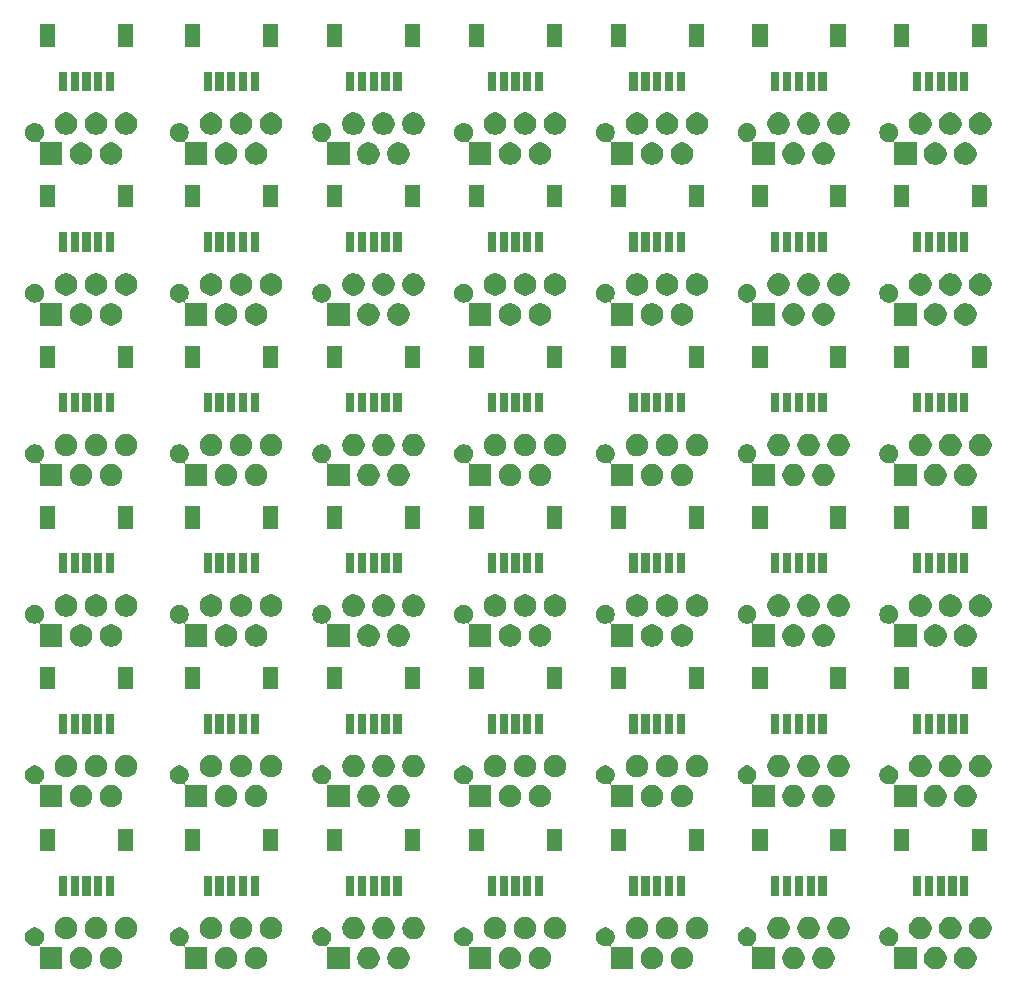
<source format=gbr>
G04 #@! TF.GenerationSoftware,KiCad,Pcbnew,5.0.2-bee76a0~70~ubuntu18.04.1*
G04 #@! TF.CreationDate,2019-05-10T19:11:01+02:00*
G04 #@! TF.ProjectId,spi_connector_board_5x5_panel,7370695f-636f-46e6-9e65-63746f725f62,rev?*
G04 #@! TF.SameCoordinates,Original*
G04 #@! TF.FileFunction,Soldermask,Top*
G04 #@! TF.FilePolarity,Negative*
%FSLAX46Y46*%
G04 Gerber Fmt 4.6, Leading zero omitted, Abs format (unit mm)*
G04 Created by KiCad (PCBNEW 5.0.2-bee76a0~70~ubuntu18.04.1) date Fr 10 Mai 2019 19:11:01 CEST*
%MOMM*%
%LPD*%
G01*
G04 APERTURE LIST*
%ADD10C,0.150000*%
G04 APERTURE END LIST*
D10*
G36*
X132976655Y-133877233D02*
X132976657Y-133877234D01*
X132976658Y-133877234D01*
X133030509Y-133899540D01*
X133122440Y-133937619D01*
X133253643Y-134025286D01*
X133365214Y-134136857D01*
X133452881Y-134268060D01*
X133513267Y-134413845D01*
X133544050Y-134568602D01*
X133544050Y-134726398D01*
X133513267Y-134881155D01*
X133452881Y-135026940D01*
X133365214Y-135158143D01*
X133250907Y-135272450D01*
X133237915Y-135283112D01*
X133222370Y-135302054D01*
X133210819Y-135323665D01*
X133203706Y-135347114D01*
X133201304Y-135371501D01*
X133203706Y-135395887D01*
X133210819Y-135419336D01*
X133222371Y-135440947D01*
X133237916Y-135459889D01*
X133256858Y-135475434D01*
X133278469Y-135486985D01*
X133301918Y-135494098D01*
X133326304Y-135496500D01*
X135094000Y-135496500D01*
X135094000Y-137398500D01*
X133192000Y-137398500D01*
X133192000Y-135515645D01*
X133189598Y-135491259D01*
X133182485Y-135467810D01*
X133170934Y-135446199D01*
X133155388Y-135427257D01*
X133136446Y-135411711D01*
X133114835Y-135400160D01*
X133091386Y-135393047D01*
X133067000Y-135390645D01*
X133042614Y-135393047D01*
X133019165Y-135400160D01*
X132976658Y-135417767D01*
X132821898Y-135448550D01*
X132664102Y-135448550D01*
X132509345Y-135417767D01*
X132509343Y-135417766D01*
X132509342Y-135417766D01*
X132397649Y-135371501D01*
X132363560Y-135357381D01*
X132232357Y-135269714D01*
X132120786Y-135158143D01*
X132033119Y-135026940D01*
X131972733Y-134881155D01*
X131941950Y-134726398D01*
X131941950Y-134568602D01*
X131972733Y-134413845D01*
X132033119Y-134268060D01*
X132120786Y-134136857D01*
X132232357Y-134025286D01*
X132363560Y-133937619D01*
X132455491Y-133899540D01*
X132509342Y-133877234D01*
X132509343Y-133877234D01*
X132509345Y-133877233D01*
X132664102Y-133846450D01*
X132821898Y-133846450D01*
X132976655Y-133877233D01*
X132976655Y-133877233D01*
G37*
G36*
X144976655Y-133877233D02*
X144976657Y-133877234D01*
X144976658Y-133877234D01*
X145030509Y-133899540D01*
X145122440Y-133937619D01*
X145253643Y-134025286D01*
X145365214Y-134136857D01*
X145452881Y-134268060D01*
X145513267Y-134413845D01*
X145544050Y-134568602D01*
X145544050Y-134726398D01*
X145513267Y-134881155D01*
X145452881Y-135026940D01*
X145365214Y-135158143D01*
X145250907Y-135272450D01*
X145237915Y-135283112D01*
X145222370Y-135302054D01*
X145210819Y-135323665D01*
X145203706Y-135347114D01*
X145201304Y-135371501D01*
X145203706Y-135395887D01*
X145210819Y-135419336D01*
X145222371Y-135440947D01*
X145237916Y-135459889D01*
X145256858Y-135475434D01*
X145278469Y-135486985D01*
X145301918Y-135494098D01*
X145326304Y-135496500D01*
X147094000Y-135496500D01*
X147094000Y-137398500D01*
X145192000Y-137398500D01*
X145192000Y-135515645D01*
X145189598Y-135491259D01*
X145182485Y-135467810D01*
X145170934Y-135446199D01*
X145155388Y-135427257D01*
X145136446Y-135411711D01*
X145114835Y-135400160D01*
X145091386Y-135393047D01*
X145067000Y-135390645D01*
X145042614Y-135393047D01*
X145019165Y-135400160D01*
X144976658Y-135417767D01*
X144821898Y-135448550D01*
X144664102Y-135448550D01*
X144509345Y-135417767D01*
X144509343Y-135417766D01*
X144509342Y-135417766D01*
X144397649Y-135371501D01*
X144363560Y-135357381D01*
X144232357Y-135269714D01*
X144120786Y-135158143D01*
X144033119Y-135026940D01*
X143972733Y-134881155D01*
X143941950Y-134726398D01*
X143941950Y-134568602D01*
X143972733Y-134413845D01*
X144033119Y-134268060D01*
X144120786Y-134136857D01*
X144232357Y-134025286D01*
X144363560Y-133937619D01*
X144455491Y-133899540D01*
X144509342Y-133877234D01*
X144509343Y-133877234D01*
X144509345Y-133877233D01*
X144664102Y-133846450D01*
X144821898Y-133846450D01*
X144976655Y-133877233D01*
X144976655Y-133877233D01*
G37*
G36*
X148960396Y-135533046D02*
X149133466Y-135604734D01*
X149289230Y-135708812D01*
X149421688Y-135841270D01*
X149525766Y-135997034D01*
X149597454Y-136170104D01*
X149634000Y-136353833D01*
X149634000Y-136541167D01*
X149597454Y-136724896D01*
X149525766Y-136897966D01*
X149421688Y-137053730D01*
X149289230Y-137186188D01*
X149133466Y-137290266D01*
X148960396Y-137361954D01*
X148776667Y-137398500D01*
X148589333Y-137398500D01*
X148405604Y-137361954D01*
X148232534Y-137290266D01*
X148076770Y-137186188D01*
X147944312Y-137053730D01*
X147840234Y-136897966D01*
X147768546Y-136724896D01*
X147732000Y-136541167D01*
X147732000Y-136353833D01*
X147768546Y-136170104D01*
X147840234Y-135997034D01*
X147944312Y-135841270D01*
X148076770Y-135708812D01*
X148232534Y-135604734D01*
X148405604Y-135533046D01*
X148589333Y-135496500D01*
X148776667Y-135496500D01*
X148960396Y-135533046D01*
X148960396Y-135533046D01*
G37*
G36*
X163500396Y-135533046D02*
X163673466Y-135604734D01*
X163829230Y-135708812D01*
X163961688Y-135841270D01*
X164065766Y-135997034D01*
X164137454Y-136170104D01*
X164174000Y-136353833D01*
X164174000Y-136541167D01*
X164137454Y-136724896D01*
X164065766Y-136897966D01*
X163961688Y-137053730D01*
X163829230Y-137186188D01*
X163673466Y-137290266D01*
X163500396Y-137361954D01*
X163316667Y-137398500D01*
X163129333Y-137398500D01*
X162945604Y-137361954D01*
X162772534Y-137290266D01*
X162616770Y-137186188D01*
X162484312Y-137053730D01*
X162380234Y-136897966D01*
X162308546Y-136724896D01*
X162272000Y-136541167D01*
X162272000Y-136353833D01*
X162308546Y-136170104D01*
X162380234Y-135997034D01*
X162484312Y-135841270D01*
X162616770Y-135708812D01*
X162772534Y-135604734D01*
X162945604Y-135533046D01*
X163129333Y-135496500D01*
X163316667Y-135496500D01*
X163500396Y-135533046D01*
X163500396Y-135533046D01*
G37*
G36*
X156976655Y-133877233D02*
X156976657Y-133877234D01*
X156976658Y-133877234D01*
X157030509Y-133899540D01*
X157122440Y-133937619D01*
X157253643Y-134025286D01*
X157365214Y-134136857D01*
X157452881Y-134268060D01*
X157513267Y-134413845D01*
X157544050Y-134568602D01*
X157544050Y-134726398D01*
X157513267Y-134881155D01*
X157452881Y-135026940D01*
X157365214Y-135158143D01*
X157250907Y-135272450D01*
X157237915Y-135283112D01*
X157222370Y-135302054D01*
X157210819Y-135323665D01*
X157203706Y-135347114D01*
X157201304Y-135371501D01*
X157203706Y-135395887D01*
X157210819Y-135419336D01*
X157222371Y-135440947D01*
X157237916Y-135459889D01*
X157256858Y-135475434D01*
X157278469Y-135486985D01*
X157301918Y-135494098D01*
X157326304Y-135496500D01*
X159094000Y-135496500D01*
X159094000Y-137398500D01*
X157192000Y-137398500D01*
X157192000Y-135515645D01*
X157189598Y-135491259D01*
X157182485Y-135467810D01*
X157170934Y-135446199D01*
X157155388Y-135427257D01*
X157136446Y-135411711D01*
X157114835Y-135400160D01*
X157091386Y-135393047D01*
X157067000Y-135390645D01*
X157042614Y-135393047D01*
X157019165Y-135400160D01*
X156976658Y-135417767D01*
X156821898Y-135448550D01*
X156664102Y-135448550D01*
X156509345Y-135417767D01*
X156509343Y-135417766D01*
X156509342Y-135417766D01*
X156397649Y-135371501D01*
X156363560Y-135357381D01*
X156232357Y-135269714D01*
X156120786Y-135158143D01*
X156033119Y-135026940D01*
X155972733Y-134881155D01*
X155941950Y-134726398D01*
X155941950Y-134568602D01*
X155972733Y-134413845D01*
X156033119Y-134268060D01*
X156120786Y-134136857D01*
X156232357Y-134025286D01*
X156363560Y-133937619D01*
X156455491Y-133899540D01*
X156509342Y-133877234D01*
X156509343Y-133877234D01*
X156509345Y-133877233D01*
X156664102Y-133846450D01*
X156821898Y-133846450D01*
X156976655Y-133877233D01*
X156976655Y-133877233D01*
G37*
G36*
X160960396Y-135533046D02*
X161133466Y-135604734D01*
X161289230Y-135708812D01*
X161421688Y-135841270D01*
X161525766Y-135997034D01*
X161597454Y-136170104D01*
X161634000Y-136353833D01*
X161634000Y-136541167D01*
X161597454Y-136724896D01*
X161525766Y-136897966D01*
X161421688Y-137053730D01*
X161289230Y-137186188D01*
X161133466Y-137290266D01*
X160960396Y-137361954D01*
X160776667Y-137398500D01*
X160589333Y-137398500D01*
X160405604Y-137361954D01*
X160232534Y-137290266D01*
X160076770Y-137186188D01*
X159944312Y-137053730D01*
X159840234Y-136897966D01*
X159768546Y-136724896D01*
X159732000Y-136541167D01*
X159732000Y-136353833D01*
X159768546Y-136170104D01*
X159840234Y-135997034D01*
X159944312Y-135841270D01*
X160076770Y-135708812D01*
X160232534Y-135604734D01*
X160405604Y-135533046D01*
X160589333Y-135496500D01*
X160776667Y-135496500D01*
X160960396Y-135533046D01*
X160960396Y-135533046D01*
G37*
G36*
X127500396Y-135533046D02*
X127673466Y-135604734D01*
X127829230Y-135708812D01*
X127961688Y-135841270D01*
X128065766Y-135997034D01*
X128137454Y-136170104D01*
X128174000Y-136353833D01*
X128174000Y-136541167D01*
X128137454Y-136724896D01*
X128065766Y-136897966D01*
X127961688Y-137053730D01*
X127829230Y-137186188D01*
X127673466Y-137290266D01*
X127500396Y-137361954D01*
X127316667Y-137398500D01*
X127129333Y-137398500D01*
X126945604Y-137361954D01*
X126772534Y-137290266D01*
X126616770Y-137186188D01*
X126484312Y-137053730D01*
X126380234Y-136897966D01*
X126308546Y-136724896D01*
X126272000Y-136541167D01*
X126272000Y-136353833D01*
X126308546Y-136170104D01*
X126380234Y-135997034D01*
X126484312Y-135841270D01*
X126616770Y-135708812D01*
X126772534Y-135604734D01*
X126945604Y-135533046D01*
X127129333Y-135496500D01*
X127316667Y-135496500D01*
X127500396Y-135533046D01*
X127500396Y-135533046D01*
G37*
G36*
X151500396Y-135533046D02*
X151673466Y-135604734D01*
X151829230Y-135708812D01*
X151961688Y-135841270D01*
X152065766Y-135997034D01*
X152137454Y-136170104D01*
X152174000Y-136353833D01*
X152174000Y-136541167D01*
X152137454Y-136724896D01*
X152065766Y-136897966D01*
X151961688Y-137053730D01*
X151829230Y-137186188D01*
X151673466Y-137290266D01*
X151500396Y-137361954D01*
X151316667Y-137398500D01*
X151129333Y-137398500D01*
X150945604Y-137361954D01*
X150772534Y-137290266D01*
X150616770Y-137186188D01*
X150484312Y-137053730D01*
X150380234Y-136897966D01*
X150308546Y-136724896D01*
X150272000Y-136541167D01*
X150272000Y-136353833D01*
X150308546Y-136170104D01*
X150380234Y-135997034D01*
X150484312Y-135841270D01*
X150616770Y-135708812D01*
X150772534Y-135604734D01*
X150945604Y-135533046D01*
X151129333Y-135496500D01*
X151316667Y-135496500D01*
X151500396Y-135533046D01*
X151500396Y-135533046D01*
G37*
G36*
X120976655Y-133877233D02*
X120976657Y-133877234D01*
X120976658Y-133877234D01*
X121030509Y-133899540D01*
X121122440Y-133937619D01*
X121253643Y-134025286D01*
X121365214Y-134136857D01*
X121452881Y-134268060D01*
X121513267Y-134413845D01*
X121544050Y-134568602D01*
X121544050Y-134726398D01*
X121513267Y-134881155D01*
X121452881Y-135026940D01*
X121365214Y-135158143D01*
X121250907Y-135272450D01*
X121237915Y-135283112D01*
X121222370Y-135302054D01*
X121210819Y-135323665D01*
X121203706Y-135347114D01*
X121201304Y-135371501D01*
X121203706Y-135395887D01*
X121210819Y-135419336D01*
X121222371Y-135440947D01*
X121237916Y-135459889D01*
X121256858Y-135475434D01*
X121278469Y-135486985D01*
X121301918Y-135494098D01*
X121326304Y-135496500D01*
X123094000Y-135496500D01*
X123094000Y-137398500D01*
X121192000Y-137398500D01*
X121192000Y-135515645D01*
X121189598Y-135491259D01*
X121182485Y-135467810D01*
X121170934Y-135446199D01*
X121155388Y-135427257D01*
X121136446Y-135411711D01*
X121114835Y-135400160D01*
X121091386Y-135393047D01*
X121067000Y-135390645D01*
X121042614Y-135393047D01*
X121019165Y-135400160D01*
X120976658Y-135417767D01*
X120821898Y-135448550D01*
X120664102Y-135448550D01*
X120509345Y-135417767D01*
X120509343Y-135417766D01*
X120509342Y-135417766D01*
X120397649Y-135371501D01*
X120363560Y-135357381D01*
X120232357Y-135269714D01*
X120120786Y-135158143D01*
X120033119Y-135026940D01*
X119972733Y-134881155D01*
X119941950Y-134726398D01*
X119941950Y-134568602D01*
X119972733Y-134413845D01*
X120033119Y-134268060D01*
X120120786Y-134136857D01*
X120232357Y-134025286D01*
X120363560Y-133937619D01*
X120455491Y-133899540D01*
X120509342Y-133877234D01*
X120509343Y-133877234D01*
X120509345Y-133877233D01*
X120664102Y-133846450D01*
X120821898Y-133846450D01*
X120976655Y-133877233D01*
X120976655Y-133877233D01*
G37*
G36*
X124960396Y-135533046D02*
X125133466Y-135604734D01*
X125289230Y-135708812D01*
X125421688Y-135841270D01*
X125525766Y-135997034D01*
X125597454Y-136170104D01*
X125634000Y-136353833D01*
X125634000Y-136541167D01*
X125597454Y-136724896D01*
X125525766Y-136897966D01*
X125421688Y-137053730D01*
X125289230Y-137186188D01*
X125133466Y-137290266D01*
X124960396Y-137361954D01*
X124776667Y-137398500D01*
X124589333Y-137398500D01*
X124405604Y-137361954D01*
X124232534Y-137290266D01*
X124076770Y-137186188D01*
X123944312Y-137053730D01*
X123840234Y-136897966D01*
X123768546Y-136724896D01*
X123732000Y-136541167D01*
X123732000Y-136353833D01*
X123768546Y-136170104D01*
X123840234Y-135997034D01*
X123944312Y-135841270D01*
X124076770Y-135708812D01*
X124232534Y-135604734D01*
X124405604Y-135533046D01*
X124589333Y-135496500D01*
X124776667Y-135496500D01*
X124960396Y-135533046D01*
X124960396Y-135533046D01*
G37*
G36*
X175500396Y-135533046D02*
X175673466Y-135604734D01*
X175829230Y-135708812D01*
X175961688Y-135841270D01*
X176065766Y-135997034D01*
X176137454Y-136170104D01*
X176174000Y-136353833D01*
X176174000Y-136541167D01*
X176137454Y-136724896D01*
X176065766Y-136897966D01*
X175961688Y-137053730D01*
X175829230Y-137186188D01*
X175673466Y-137290266D01*
X175500396Y-137361954D01*
X175316667Y-137398500D01*
X175129333Y-137398500D01*
X174945604Y-137361954D01*
X174772534Y-137290266D01*
X174616770Y-137186188D01*
X174484312Y-137053730D01*
X174380234Y-136897966D01*
X174308546Y-136724896D01*
X174272000Y-136541167D01*
X174272000Y-136353833D01*
X174308546Y-136170104D01*
X174380234Y-135997034D01*
X174484312Y-135841270D01*
X174616770Y-135708812D01*
X174772534Y-135604734D01*
X174945604Y-135533046D01*
X175129333Y-135496500D01*
X175316667Y-135496500D01*
X175500396Y-135533046D01*
X175500396Y-135533046D01*
G37*
G36*
X136960396Y-135533046D02*
X137133466Y-135604734D01*
X137289230Y-135708812D01*
X137421688Y-135841270D01*
X137525766Y-135997034D01*
X137597454Y-136170104D01*
X137634000Y-136353833D01*
X137634000Y-136541167D01*
X137597454Y-136724896D01*
X137525766Y-136897966D01*
X137421688Y-137053730D01*
X137289230Y-137186188D01*
X137133466Y-137290266D01*
X136960396Y-137361954D01*
X136776667Y-137398500D01*
X136589333Y-137398500D01*
X136405604Y-137361954D01*
X136232534Y-137290266D01*
X136076770Y-137186188D01*
X135944312Y-137053730D01*
X135840234Y-136897966D01*
X135768546Y-136724896D01*
X135732000Y-136541167D01*
X135732000Y-136353833D01*
X135768546Y-136170104D01*
X135840234Y-135997034D01*
X135944312Y-135841270D01*
X136076770Y-135708812D01*
X136232534Y-135604734D01*
X136405604Y-135533046D01*
X136589333Y-135496500D01*
X136776667Y-135496500D01*
X136960396Y-135533046D01*
X136960396Y-135533046D01*
G37*
G36*
X103179896Y-135533046D02*
X103352966Y-135604734D01*
X103508730Y-135708812D01*
X103641188Y-135841270D01*
X103745266Y-135997034D01*
X103816954Y-136170104D01*
X103853500Y-136353833D01*
X103853500Y-136541167D01*
X103816954Y-136724896D01*
X103745266Y-136897966D01*
X103641188Y-137053730D01*
X103508730Y-137186188D01*
X103352966Y-137290266D01*
X103179896Y-137361954D01*
X102996167Y-137398500D01*
X102808833Y-137398500D01*
X102625104Y-137361954D01*
X102452034Y-137290266D01*
X102296270Y-137186188D01*
X102163812Y-137053730D01*
X102059734Y-136897966D01*
X101988046Y-136724896D01*
X101951500Y-136541167D01*
X101951500Y-136353833D01*
X101988046Y-136170104D01*
X102059734Y-135997034D01*
X102163812Y-135841270D01*
X102296270Y-135708812D01*
X102452034Y-135604734D01*
X102625104Y-135533046D01*
X102808833Y-135496500D01*
X102996167Y-135496500D01*
X103179896Y-135533046D01*
X103179896Y-135533046D01*
G37*
G36*
X172960396Y-135533046D02*
X173133466Y-135604734D01*
X173289230Y-135708812D01*
X173421688Y-135841270D01*
X173525766Y-135997034D01*
X173597454Y-136170104D01*
X173634000Y-136353833D01*
X173634000Y-136541167D01*
X173597454Y-136724896D01*
X173525766Y-136897966D01*
X173421688Y-137053730D01*
X173289230Y-137186188D01*
X173133466Y-137290266D01*
X172960396Y-137361954D01*
X172776667Y-137398500D01*
X172589333Y-137398500D01*
X172405604Y-137361954D01*
X172232534Y-137290266D01*
X172076770Y-137186188D01*
X171944312Y-137053730D01*
X171840234Y-136897966D01*
X171768546Y-136724896D01*
X171732000Y-136541167D01*
X171732000Y-136353833D01*
X171768546Y-136170104D01*
X171840234Y-135997034D01*
X171944312Y-135841270D01*
X172076770Y-135708812D01*
X172232534Y-135604734D01*
X172405604Y-135533046D01*
X172589333Y-135496500D01*
X172776667Y-135496500D01*
X172960396Y-135533046D01*
X172960396Y-135533046D01*
G37*
G36*
X96656155Y-133877233D02*
X96656157Y-133877234D01*
X96656158Y-133877234D01*
X96710009Y-133899540D01*
X96801940Y-133937619D01*
X96933143Y-134025286D01*
X97044714Y-134136857D01*
X97132381Y-134268060D01*
X97192767Y-134413845D01*
X97223550Y-134568602D01*
X97223550Y-134726398D01*
X97192767Y-134881155D01*
X97132381Y-135026940D01*
X97044714Y-135158143D01*
X96930407Y-135272450D01*
X96917415Y-135283112D01*
X96901870Y-135302054D01*
X96890319Y-135323665D01*
X96883206Y-135347114D01*
X96880804Y-135371501D01*
X96883206Y-135395887D01*
X96890319Y-135419336D01*
X96901871Y-135440947D01*
X96917416Y-135459889D01*
X96936358Y-135475434D01*
X96957969Y-135486985D01*
X96981418Y-135494098D01*
X97005804Y-135496500D01*
X98773500Y-135496500D01*
X98773500Y-137398500D01*
X96871500Y-137398500D01*
X96871500Y-135515645D01*
X96869098Y-135491259D01*
X96861985Y-135467810D01*
X96850434Y-135446199D01*
X96834888Y-135427257D01*
X96815946Y-135411711D01*
X96794335Y-135400160D01*
X96770886Y-135393047D01*
X96746500Y-135390645D01*
X96722114Y-135393047D01*
X96698665Y-135400160D01*
X96656158Y-135417767D01*
X96501398Y-135448550D01*
X96343602Y-135448550D01*
X96188845Y-135417767D01*
X96188843Y-135417766D01*
X96188842Y-135417766D01*
X96077149Y-135371501D01*
X96043060Y-135357381D01*
X95911857Y-135269714D01*
X95800286Y-135158143D01*
X95712619Y-135026940D01*
X95652233Y-134881155D01*
X95621450Y-134726398D01*
X95621450Y-134568602D01*
X95652233Y-134413845D01*
X95712619Y-134268060D01*
X95800286Y-134136857D01*
X95911857Y-134025286D01*
X96043060Y-133937619D01*
X96134991Y-133899540D01*
X96188842Y-133877234D01*
X96188843Y-133877234D01*
X96188845Y-133877233D01*
X96343602Y-133846450D01*
X96501398Y-133846450D01*
X96656155Y-133877233D01*
X96656155Y-133877233D01*
G37*
G36*
X112895396Y-135533046D02*
X113068466Y-135604734D01*
X113224230Y-135708812D01*
X113356688Y-135841270D01*
X113460766Y-135997034D01*
X113532454Y-136170104D01*
X113569000Y-136353833D01*
X113569000Y-136541167D01*
X113532454Y-136724896D01*
X113460766Y-136897966D01*
X113356688Y-137053730D01*
X113224230Y-137186188D01*
X113068466Y-137290266D01*
X112895396Y-137361954D01*
X112711667Y-137398500D01*
X112524333Y-137398500D01*
X112340604Y-137361954D01*
X112167534Y-137290266D01*
X112011770Y-137186188D01*
X111879312Y-137053730D01*
X111775234Y-136897966D01*
X111703546Y-136724896D01*
X111667000Y-136541167D01*
X111667000Y-136353833D01*
X111703546Y-136170104D01*
X111775234Y-135997034D01*
X111879312Y-135841270D01*
X112011770Y-135708812D01*
X112167534Y-135604734D01*
X112340604Y-135533046D01*
X112524333Y-135496500D01*
X112711667Y-135496500D01*
X112895396Y-135533046D01*
X112895396Y-135533046D01*
G37*
G36*
X100639896Y-135533046D02*
X100812966Y-135604734D01*
X100968730Y-135708812D01*
X101101188Y-135841270D01*
X101205266Y-135997034D01*
X101276954Y-136170104D01*
X101313500Y-136353833D01*
X101313500Y-136541167D01*
X101276954Y-136724896D01*
X101205266Y-136897966D01*
X101101188Y-137053730D01*
X100968730Y-137186188D01*
X100812966Y-137290266D01*
X100639896Y-137361954D01*
X100456167Y-137398500D01*
X100268833Y-137398500D01*
X100085104Y-137361954D01*
X99912034Y-137290266D01*
X99756270Y-137186188D01*
X99623812Y-137053730D01*
X99519734Y-136897966D01*
X99448046Y-136724896D01*
X99411500Y-136541167D01*
X99411500Y-136353833D01*
X99448046Y-136170104D01*
X99519734Y-135997034D01*
X99623812Y-135841270D01*
X99756270Y-135708812D01*
X99912034Y-135604734D01*
X100085104Y-135533046D01*
X100268833Y-135496500D01*
X100456167Y-135496500D01*
X100639896Y-135533046D01*
X100639896Y-135533046D01*
G37*
G36*
X115435396Y-135533046D02*
X115608466Y-135604734D01*
X115764230Y-135708812D01*
X115896688Y-135841270D01*
X116000766Y-135997034D01*
X116072454Y-136170104D01*
X116109000Y-136353833D01*
X116109000Y-136541167D01*
X116072454Y-136724896D01*
X116000766Y-136897966D01*
X115896688Y-137053730D01*
X115764230Y-137186188D01*
X115608466Y-137290266D01*
X115435396Y-137361954D01*
X115251667Y-137398500D01*
X115064333Y-137398500D01*
X114880604Y-137361954D01*
X114707534Y-137290266D01*
X114551770Y-137186188D01*
X114419312Y-137053730D01*
X114315234Y-136897966D01*
X114243546Y-136724896D01*
X114207000Y-136541167D01*
X114207000Y-136353833D01*
X114243546Y-136170104D01*
X114315234Y-135997034D01*
X114419312Y-135841270D01*
X114551770Y-135708812D01*
X114707534Y-135604734D01*
X114880604Y-135533046D01*
X115064333Y-135496500D01*
X115251667Y-135496500D01*
X115435396Y-135533046D01*
X115435396Y-135533046D01*
G37*
G36*
X168976655Y-133877233D02*
X168976657Y-133877234D01*
X168976658Y-133877234D01*
X169030509Y-133899540D01*
X169122440Y-133937619D01*
X169253643Y-134025286D01*
X169365214Y-134136857D01*
X169452881Y-134268060D01*
X169513267Y-134413845D01*
X169544050Y-134568602D01*
X169544050Y-134726398D01*
X169513267Y-134881155D01*
X169452881Y-135026940D01*
X169365214Y-135158143D01*
X169250907Y-135272450D01*
X169237915Y-135283112D01*
X169222370Y-135302054D01*
X169210819Y-135323665D01*
X169203706Y-135347114D01*
X169201304Y-135371501D01*
X169203706Y-135395887D01*
X169210819Y-135419336D01*
X169222371Y-135440947D01*
X169237916Y-135459889D01*
X169256858Y-135475434D01*
X169278469Y-135486985D01*
X169301918Y-135494098D01*
X169326304Y-135496500D01*
X171094000Y-135496500D01*
X171094000Y-137398500D01*
X169192000Y-137398500D01*
X169192000Y-135515645D01*
X169189598Y-135491259D01*
X169182485Y-135467810D01*
X169170934Y-135446199D01*
X169155388Y-135427257D01*
X169136446Y-135411711D01*
X169114835Y-135400160D01*
X169091386Y-135393047D01*
X169067000Y-135390645D01*
X169042614Y-135393047D01*
X169019165Y-135400160D01*
X168976658Y-135417767D01*
X168821898Y-135448550D01*
X168664102Y-135448550D01*
X168509345Y-135417767D01*
X168509343Y-135417766D01*
X168509342Y-135417766D01*
X168397649Y-135371501D01*
X168363560Y-135357381D01*
X168232357Y-135269714D01*
X168120786Y-135158143D01*
X168033119Y-135026940D01*
X167972733Y-134881155D01*
X167941950Y-134726398D01*
X167941950Y-134568602D01*
X167972733Y-134413845D01*
X168033119Y-134268060D01*
X168120786Y-134136857D01*
X168232357Y-134025286D01*
X168363560Y-133937619D01*
X168455491Y-133899540D01*
X168509342Y-133877234D01*
X168509343Y-133877234D01*
X168509345Y-133877233D01*
X168664102Y-133846450D01*
X168821898Y-133846450D01*
X168976655Y-133877233D01*
X168976655Y-133877233D01*
G37*
G36*
X108911655Y-133877233D02*
X108911657Y-133877234D01*
X108911658Y-133877234D01*
X108965509Y-133899540D01*
X109057440Y-133937619D01*
X109188643Y-134025286D01*
X109300214Y-134136857D01*
X109387881Y-134268060D01*
X109448267Y-134413845D01*
X109479050Y-134568602D01*
X109479050Y-134726398D01*
X109448267Y-134881155D01*
X109387881Y-135026940D01*
X109300214Y-135158143D01*
X109185907Y-135272450D01*
X109172915Y-135283112D01*
X109157370Y-135302054D01*
X109145819Y-135323665D01*
X109138706Y-135347114D01*
X109136304Y-135371501D01*
X109138706Y-135395887D01*
X109145819Y-135419336D01*
X109157371Y-135440947D01*
X109172916Y-135459889D01*
X109191858Y-135475434D01*
X109213469Y-135486985D01*
X109236918Y-135494098D01*
X109261304Y-135496500D01*
X111029000Y-135496500D01*
X111029000Y-137398500D01*
X109127000Y-137398500D01*
X109127000Y-135515645D01*
X109124598Y-135491259D01*
X109117485Y-135467810D01*
X109105934Y-135446199D01*
X109090388Y-135427257D01*
X109071446Y-135411711D01*
X109049835Y-135400160D01*
X109026386Y-135393047D01*
X109002000Y-135390645D01*
X108977614Y-135393047D01*
X108954165Y-135400160D01*
X108911658Y-135417767D01*
X108756898Y-135448550D01*
X108599102Y-135448550D01*
X108444345Y-135417767D01*
X108444343Y-135417766D01*
X108444342Y-135417766D01*
X108332649Y-135371501D01*
X108298560Y-135357381D01*
X108167357Y-135269714D01*
X108055786Y-135158143D01*
X107968119Y-135026940D01*
X107907733Y-134881155D01*
X107876950Y-134726398D01*
X107876950Y-134568602D01*
X107907733Y-134413845D01*
X107968119Y-134268060D01*
X108055786Y-134136857D01*
X108167357Y-134025286D01*
X108298560Y-133937619D01*
X108390491Y-133899540D01*
X108444342Y-133877234D01*
X108444343Y-133877234D01*
X108444345Y-133877233D01*
X108599102Y-133846450D01*
X108756898Y-133846450D01*
X108911655Y-133877233D01*
X108911655Y-133877233D01*
G37*
G36*
X139500396Y-135533046D02*
X139673466Y-135604734D01*
X139829230Y-135708812D01*
X139961688Y-135841270D01*
X140065766Y-135997034D01*
X140137454Y-136170104D01*
X140174000Y-136353833D01*
X140174000Y-136541167D01*
X140137454Y-136724896D01*
X140065766Y-136897966D01*
X139961688Y-137053730D01*
X139829230Y-137186188D01*
X139673466Y-137290266D01*
X139500396Y-137361954D01*
X139316667Y-137398500D01*
X139129333Y-137398500D01*
X138945604Y-137361954D01*
X138772534Y-137290266D01*
X138616770Y-137186188D01*
X138484312Y-137053730D01*
X138380234Y-136897966D01*
X138308546Y-136724896D01*
X138272000Y-136541167D01*
X138272000Y-136353833D01*
X138308546Y-136170104D01*
X138380234Y-135997034D01*
X138484312Y-135841270D01*
X138616770Y-135708812D01*
X138772534Y-135604734D01*
X138945604Y-135533046D01*
X139129333Y-135496500D01*
X139316667Y-135496500D01*
X139500396Y-135533046D01*
X139500396Y-135533046D01*
G37*
G36*
X140770396Y-132993046D02*
X140943466Y-133064734D01*
X141099230Y-133168812D01*
X141231688Y-133301270D01*
X141335766Y-133457034D01*
X141407454Y-133630104D01*
X141444000Y-133813833D01*
X141444000Y-134001167D01*
X141407454Y-134184896D01*
X141335766Y-134357966D01*
X141231688Y-134513730D01*
X141099230Y-134646188D01*
X140943466Y-134750266D01*
X140770396Y-134821954D01*
X140586667Y-134858500D01*
X140399333Y-134858500D01*
X140215604Y-134821954D01*
X140042534Y-134750266D01*
X139886770Y-134646188D01*
X139754312Y-134513730D01*
X139650234Y-134357966D01*
X139578546Y-134184896D01*
X139542000Y-134001167D01*
X139542000Y-133813833D01*
X139578546Y-133630104D01*
X139650234Y-133457034D01*
X139754312Y-133301270D01*
X139886770Y-133168812D01*
X140042534Y-133064734D01*
X140215604Y-132993046D01*
X140399333Y-132956500D01*
X140586667Y-132956500D01*
X140770396Y-132993046D01*
X140770396Y-132993046D01*
G37*
G36*
X128770396Y-132993046D02*
X128943466Y-133064734D01*
X129099230Y-133168812D01*
X129231688Y-133301270D01*
X129335766Y-133457034D01*
X129407454Y-133630104D01*
X129444000Y-133813833D01*
X129444000Y-134001167D01*
X129407454Y-134184896D01*
X129335766Y-134357966D01*
X129231688Y-134513730D01*
X129099230Y-134646188D01*
X128943466Y-134750266D01*
X128770396Y-134821954D01*
X128586667Y-134858500D01*
X128399333Y-134858500D01*
X128215604Y-134821954D01*
X128042534Y-134750266D01*
X127886770Y-134646188D01*
X127754312Y-134513730D01*
X127650234Y-134357966D01*
X127578546Y-134184896D01*
X127542000Y-134001167D01*
X127542000Y-133813833D01*
X127578546Y-133630104D01*
X127650234Y-133457034D01*
X127754312Y-133301270D01*
X127886770Y-133168812D01*
X128042534Y-133064734D01*
X128215604Y-132993046D01*
X128399333Y-132956500D01*
X128586667Y-132956500D01*
X128770396Y-132993046D01*
X128770396Y-132993046D01*
G37*
G36*
X126230396Y-132993046D02*
X126403466Y-133064734D01*
X126559230Y-133168812D01*
X126691688Y-133301270D01*
X126795766Y-133457034D01*
X126867454Y-133630104D01*
X126904000Y-133813833D01*
X126904000Y-134001167D01*
X126867454Y-134184896D01*
X126795766Y-134357966D01*
X126691688Y-134513730D01*
X126559230Y-134646188D01*
X126403466Y-134750266D01*
X126230396Y-134821954D01*
X126046667Y-134858500D01*
X125859333Y-134858500D01*
X125675604Y-134821954D01*
X125502534Y-134750266D01*
X125346770Y-134646188D01*
X125214312Y-134513730D01*
X125110234Y-134357966D01*
X125038546Y-134184896D01*
X125002000Y-134001167D01*
X125002000Y-133813833D01*
X125038546Y-133630104D01*
X125110234Y-133457034D01*
X125214312Y-133301270D01*
X125346770Y-133168812D01*
X125502534Y-133064734D01*
X125675604Y-132993046D01*
X125859333Y-132956500D01*
X126046667Y-132956500D01*
X126230396Y-132993046D01*
X126230396Y-132993046D01*
G37*
G36*
X123690396Y-132993046D02*
X123863466Y-133064734D01*
X124019230Y-133168812D01*
X124151688Y-133301270D01*
X124255766Y-133457034D01*
X124327454Y-133630104D01*
X124364000Y-133813833D01*
X124364000Y-134001167D01*
X124327454Y-134184896D01*
X124255766Y-134357966D01*
X124151688Y-134513730D01*
X124019230Y-134646188D01*
X123863466Y-134750266D01*
X123690396Y-134821954D01*
X123506667Y-134858500D01*
X123319333Y-134858500D01*
X123135604Y-134821954D01*
X122962534Y-134750266D01*
X122806770Y-134646188D01*
X122674312Y-134513730D01*
X122570234Y-134357966D01*
X122498546Y-134184896D01*
X122462000Y-134001167D01*
X122462000Y-133813833D01*
X122498546Y-133630104D01*
X122570234Y-133457034D01*
X122674312Y-133301270D01*
X122806770Y-133168812D01*
X122962534Y-133064734D01*
X123135604Y-132993046D01*
X123319333Y-132956500D01*
X123506667Y-132956500D01*
X123690396Y-132993046D01*
X123690396Y-132993046D01*
G37*
G36*
X111625396Y-132993046D02*
X111798466Y-133064734D01*
X111954230Y-133168812D01*
X112086688Y-133301270D01*
X112190766Y-133457034D01*
X112262454Y-133630104D01*
X112299000Y-133813833D01*
X112299000Y-134001167D01*
X112262454Y-134184896D01*
X112190766Y-134357966D01*
X112086688Y-134513730D01*
X111954230Y-134646188D01*
X111798466Y-134750266D01*
X111625396Y-134821954D01*
X111441667Y-134858500D01*
X111254333Y-134858500D01*
X111070604Y-134821954D01*
X110897534Y-134750266D01*
X110741770Y-134646188D01*
X110609312Y-134513730D01*
X110505234Y-134357966D01*
X110433546Y-134184896D01*
X110397000Y-134001167D01*
X110397000Y-133813833D01*
X110433546Y-133630104D01*
X110505234Y-133457034D01*
X110609312Y-133301270D01*
X110741770Y-133168812D01*
X110897534Y-133064734D01*
X111070604Y-132993046D01*
X111254333Y-132956500D01*
X111441667Y-132956500D01*
X111625396Y-132993046D01*
X111625396Y-132993046D01*
G37*
G36*
X114165396Y-132993046D02*
X114338466Y-133064734D01*
X114494230Y-133168812D01*
X114626688Y-133301270D01*
X114730766Y-133457034D01*
X114802454Y-133630104D01*
X114839000Y-133813833D01*
X114839000Y-134001167D01*
X114802454Y-134184896D01*
X114730766Y-134357966D01*
X114626688Y-134513730D01*
X114494230Y-134646188D01*
X114338466Y-134750266D01*
X114165396Y-134821954D01*
X113981667Y-134858500D01*
X113794333Y-134858500D01*
X113610604Y-134821954D01*
X113437534Y-134750266D01*
X113281770Y-134646188D01*
X113149312Y-134513730D01*
X113045234Y-134357966D01*
X112973546Y-134184896D01*
X112937000Y-134001167D01*
X112937000Y-133813833D01*
X112973546Y-133630104D01*
X113045234Y-133457034D01*
X113149312Y-133301270D01*
X113281770Y-133168812D01*
X113437534Y-133064734D01*
X113610604Y-132993046D01*
X113794333Y-132956500D01*
X113981667Y-132956500D01*
X114165396Y-132993046D01*
X114165396Y-132993046D01*
G37*
G36*
X164770396Y-132993046D02*
X164943466Y-133064734D01*
X165099230Y-133168812D01*
X165231688Y-133301270D01*
X165335766Y-133457034D01*
X165407454Y-133630104D01*
X165444000Y-133813833D01*
X165444000Y-134001167D01*
X165407454Y-134184896D01*
X165335766Y-134357966D01*
X165231688Y-134513730D01*
X165099230Y-134646188D01*
X164943466Y-134750266D01*
X164770396Y-134821954D01*
X164586667Y-134858500D01*
X164399333Y-134858500D01*
X164215604Y-134821954D01*
X164042534Y-134750266D01*
X163886770Y-134646188D01*
X163754312Y-134513730D01*
X163650234Y-134357966D01*
X163578546Y-134184896D01*
X163542000Y-134001167D01*
X163542000Y-133813833D01*
X163578546Y-133630104D01*
X163650234Y-133457034D01*
X163754312Y-133301270D01*
X163886770Y-133168812D01*
X164042534Y-133064734D01*
X164215604Y-132993046D01*
X164399333Y-132956500D01*
X164586667Y-132956500D01*
X164770396Y-132993046D01*
X164770396Y-132993046D01*
G37*
G36*
X162230396Y-132993046D02*
X162403466Y-133064734D01*
X162559230Y-133168812D01*
X162691688Y-133301270D01*
X162795766Y-133457034D01*
X162867454Y-133630104D01*
X162904000Y-133813833D01*
X162904000Y-134001167D01*
X162867454Y-134184896D01*
X162795766Y-134357966D01*
X162691688Y-134513730D01*
X162559230Y-134646188D01*
X162403466Y-134750266D01*
X162230396Y-134821954D01*
X162046667Y-134858500D01*
X161859333Y-134858500D01*
X161675604Y-134821954D01*
X161502534Y-134750266D01*
X161346770Y-134646188D01*
X161214312Y-134513730D01*
X161110234Y-134357966D01*
X161038546Y-134184896D01*
X161002000Y-134001167D01*
X161002000Y-133813833D01*
X161038546Y-133630104D01*
X161110234Y-133457034D01*
X161214312Y-133301270D01*
X161346770Y-133168812D01*
X161502534Y-133064734D01*
X161675604Y-132993046D01*
X161859333Y-132956500D01*
X162046667Y-132956500D01*
X162230396Y-132993046D01*
X162230396Y-132993046D01*
G37*
G36*
X104449896Y-132993046D02*
X104622966Y-133064734D01*
X104778730Y-133168812D01*
X104911188Y-133301270D01*
X105015266Y-133457034D01*
X105086954Y-133630104D01*
X105123500Y-133813833D01*
X105123500Y-134001167D01*
X105086954Y-134184896D01*
X105015266Y-134357966D01*
X104911188Y-134513730D01*
X104778730Y-134646188D01*
X104622966Y-134750266D01*
X104449896Y-134821954D01*
X104266167Y-134858500D01*
X104078833Y-134858500D01*
X103895104Y-134821954D01*
X103722034Y-134750266D01*
X103566270Y-134646188D01*
X103433812Y-134513730D01*
X103329734Y-134357966D01*
X103258046Y-134184896D01*
X103221500Y-134001167D01*
X103221500Y-133813833D01*
X103258046Y-133630104D01*
X103329734Y-133457034D01*
X103433812Y-133301270D01*
X103566270Y-133168812D01*
X103722034Y-133064734D01*
X103895104Y-132993046D01*
X104078833Y-132956500D01*
X104266167Y-132956500D01*
X104449896Y-132993046D01*
X104449896Y-132993046D01*
G37*
G36*
X99369896Y-132993046D02*
X99542966Y-133064734D01*
X99698730Y-133168812D01*
X99831188Y-133301270D01*
X99935266Y-133457034D01*
X100006954Y-133630104D01*
X100043500Y-133813833D01*
X100043500Y-134001167D01*
X100006954Y-134184896D01*
X99935266Y-134357966D01*
X99831188Y-134513730D01*
X99698730Y-134646188D01*
X99542966Y-134750266D01*
X99369896Y-134821954D01*
X99186167Y-134858500D01*
X98998833Y-134858500D01*
X98815104Y-134821954D01*
X98642034Y-134750266D01*
X98486270Y-134646188D01*
X98353812Y-134513730D01*
X98249734Y-134357966D01*
X98178046Y-134184896D01*
X98141500Y-134001167D01*
X98141500Y-133813833D01*
X98178046Y-133630104D01*
X98249734Y-133457034D01*
X98353812Y-133301270D01*
X98486270Y-133168812D01*
X98642034Y-133064734D01*
X98815104Y-132993046D01*
X98998833Y-132956500D01*
X99186167Y-132956500D01*
X99369896Y-132993046D01*
X99369896Y-132993046D01*
G37*
G36*
X101909896Y-132993046D02*
X102082966Y-133064734D01*
X102238730Y-133168812D01*
X102371188Y-133301270D01*
X102475266Y-133457034D01*
X102546954Y-133630104D01*
X102583500Y-133813833D01*
X102583500Y-134001167D01*
X102546954Y-134184896D01*
X102475266Y-134357966D01*
X102371188Y-134513730D01*
X102238730Y-134646188D01*
X102082966Y-134750266D01*
X101909896Y-134821954D01*
X101726167Y-134858500D01*
X101538833Y-134858500D01*
X101355104Y-134821954D01*
X101182034Y-134750266D01*
X101026270Y-134646188D01*
X100893812Y-134513730D01*
X100789734Y-134357966D01*
X100718046Y-134184896D01*
X100681500Y-134001167D01*
X100681500Y-133813833D01*
X100718046Y-133630104D01*
X100789734Y-133457034D01*
X100893812Y-133301270D01*
X101026270Y-133168812D01*
X101182034Y-133064734D01*
X101355104Y-132993046D01*
X101538833Y-132956500D01*
X101726167Y-132956500D01*
X101909896Y-132993046D01*
X101909896Y-132993046D01*
G37*
G36*
X171690396Y-132993046D02*
X171863466Y-133064734D01*
X172019230Y-133168812D01*
X172151688Y-133301270D01*
X172255766Y-133457034D01*
X172327454Y-133630104D01*
X172364000Y-133813833D01*
X172364000Y-134001167D01*
X172327454Y-134184896D01*
X172255766Y-134357966D01*
X172151688Y-134513730D01*
X172019230Y-134646188D01*
X171863466Y-134750266D01*
X171690396Y-134821954D01*
X171506667Y-134858500D01*
X171319333Y-134858500D01*
X171135604Y-134821954D01*
X170962534Y-134750266D01*
X170806770Y-134646188D01*
X170674312Y-134513730D01*
X170570234Y-134357966D01*
X170498546Y-134184896D01*
X170462000Y-134001167D01*
X170462000Y-133813833D01*
X170498546Y-133630104D01*
X170570234Y-133457034D01*
X170674312Y-133301270D01*
X170806770Y-133168812D01*
X170962534Y-133064734D01*
X171135604Y-132993046D01*
X171319333Y-132956500D01*
X171506667Y-132956500D01*
X171690396Y-132993046D01*
X171690396Y-132993046D01*
G37*
G36*
X152770396Y-132993046D02*
X152943466Y-133064734D01*
X153099230Y-133168812D01*
X153231688Y-133301270D01*
X153335766Y-133457034D01*
X153407454Y-133630104D01*
X153444000Y-133813833D01*
X153444000Y-134001167D01*
X153407454Y-134184896D01*
X153335766Y-134357966D01*
X153231688Y-134513730D01*
X153099230Y-134646188D01*
X152943466Y-134750266D01*
X152770396Y-134821954D01*
X152586667Y-134858500D01*
X152399333Y-134858500D01*
X152215604Y-134821954D01*
X152042534Y-134750266D01*
X151886770Y-134646188D01*
X151754312Y-134513730D01*
X151650234Y-134357966D01*
X151578546Y-134184896D01*
X151542000Y-134001167D01*
X151542000Y-133813833D01*
X151578546Y-133630104D01*
X151650234Y-133457034D01*
X151754312Y-133301270D01*
X151886770Y-133168812D01*
X152042534Y-133064734D01*
X152215604Y-132993046D01*
X152399333Y-132956500D01*
X152586667Y-132956500D01*
X152770396Y-132993046D01*
X152770396Y-132993046D01*
G37*
G36*
X176770396Y-132993046D02*
X176943466Y-133064734D01*
X177099230Y-133168812D01*
X177231688Y-133301270D01*
X177335766Y-133457034D01*
X177407454Y-133630104D01*
X177444000Y-133813833D01*
X177444000Y-134001167D01*
X177407454Y-134184896D01*
X177335766Y-134357966D01*
X177231688Y-134513730D01*
X177099230Y-134646188D01*
X176943466Y-134750266D01*
X176770396Y-134821954D01*
X176586667Y-134858500D01*
X176399333Y-134858500D01*
X176215604Y-134821954D01*
X176042534Y-134750266D01*
X175886770Y-134646188D01*
X175754312Y-134513730D01*
X175650234Y-134357966D01*
X175578546Y-134184896D01*
X175542000Y-134001167D01*
X175542000Y-133813833D01*
X175578546Y-133630104D01*
X175650234Y-133457034D01*
X175754312Y-133301270D01*
X175886770Y-133168812D01*
X176042534Y-133064734D01*
X176215604Y-132993046D01*
X176399333Y-132956500D01*
X176586667Y-132956500D01*
X176770396Y-132993046D01*
X176770396Y-132993046D01*
G37*
G36*
X116705396Y-132993046D02*
X116878466Y-133064734D01*
X117034230Y-133168812D01*
X117166688Y-133301270D01*
X117270766Y-133457034D01*
X117342454Y-133630104D01*
X117379000Y-133813833D01*
X117379000Y-134001167D01*
X117342454Y-134184896D01*
X117270766Y-134357966D01*
X117166688Y-134513730D01*
X117034230Y-134646188D01*
X116878466Y-134750266D01*
X116705396Y-134821954D01*
X116521667Y-134858500D01*
X116334333Y-134858500D01*
X116150604Y-134821954D01*
X115977534Y-134750266D01*
X115821770Y-134646188D01*
X115689312Y-134513730D01*
X115585234Y-134357966D01*
X115513546Y-134184896D01*
X115477000Y-134001167D01*
X115477000Y-133813833D01*
X115513546Y-133630104D01*
X115585234Y-133457034D01*
X115689312Y-133301270D01*
X115821770Y-133168812D01*
X115977534Y-133064734D01*
X116150604Y-132993046D01*
X116334333Y-132956500D01*
X116521667Y-132956500D01*
X116705396Y-132993046D01*
X116705396Y-132993046D01*
G37*
G36*
X159690396Y-132993046D02*
X159863466Y-133064734D01*
X160019230Y-133168812D01*
X160151688Y-133301270D01*
X160255766Y-133457034D01*
X160327454Y-133630104D01*
X160364000Y-133813833D01*
X160364000Y-134001167D01*
X160327454Y-134184896D01*
X160255766Y-134357966D01*
X160151688Y-134513730D01*
X160019230Y-134646188D01*
X159863466Y-134750266D01*
X159690396Y-134821954D01*
X159506667Y-134858500D01*
X159319333Y-134858500D01*
X159135604Y-134821954D01*
X158962534Y-134750266D01*
X158806770Y-134646188D01*
X158674312Y-134513730D01*
X158570234Y-134357966D01*
X158498546Y-134184896D01*
X158462000Y-134001167D01*
X158462000Y-133813833D01*
X158498546Y-133630104D01*
X158570234Y-133457034D01*
X158674312Y-133301270D01*
X158806770Y-133168812D01*
X158962534Y-133064734D01*
X159135604Y-132993046D01*
X159319333Y-132956500D01*
X159506667Y-132956500D01*
X159690396Y-132993046D01*
X159690396Y-132993046D01*
G37*
G36*
X138230396Y-132993046D02*
X138403466Y-133064734D01*
X138559230Y-133168812D01*
X138691688Y-133301270D01*
X138795766Y-133457034D01*
X138867454Y-133630104D01*
X138904000Y-133813833D01*
X138904000Y-134001167D01*
X138867454Y-134184896D01*
X138795766Y-134357966D01*
X138691688Y-134513730D01*
X138559230Y-134646188D01*
X138403466Y-134750266D01*
X138230396Y-134821954D01*
X138046667Y-134858500D01*
X137859333Y-134858500D01*
X137675604Y-134821954D01*
X137502534Y-134750266D01*
X137346770Y-134646188D01*
X137214312Y-134513730D01*
X137110234Y-134357966D01*
X137038546Y-134184896D01*
X137002000Y-134001167D01*
X137002000Y-133813833D01*
X137038546Y-133630104D01*
X137110234Y-133457034D01*
X137214312Y-133301270D01*
X137346770Y-133168812D01*
X137502534Y-133064734D01*
X137675604Y-132993046D01*
X137859333Y-132956500D01*
X138046667Y-132956500D01*
X138230396Y-132993046D01*
X138230396Y-132993046D01*
G37*
G36*
X174230396Y-132993046D02*
X174403466Y-133064734D01*
X174559230Y-133168812D01*
X174691688Y-133301270D01*
X174795766Y-133457034D01*
X174867454Y-133630104D01*
X174904000Y-133813833D01*
X174904000Y-134001167D01*
X174867454Y-134184896D01*
X174795766Y-134357966D01*
X174691688Y-134513730D01*
X174559230Y-134646188D01*
X174403466Y-134750266D01*
X174230396Y-134821954D01*
X174046667Y-134858500D01*
X173859333Y-134858500D01*
X173675604Y-134821954D01*
X173502534Y-134750266D01*
X173346770Y-134646188D01*
X173214312Y-134513730D01*
X173110234Y-134357966D01*
X173038546Y-134184896D01*
X173002000Y-134001167D01*
X173002000Y-133813833D01*
X173038546Y-133630104D01*
X173110234Y-133457034D01*
X173214312Y-133301270D01*
X173346770Y-133168812D01*
X173502534Y-133064734D01*
X173675604Y-132993046D01*
X173859333Y-132956500D01*
X174046667Y-132956500D01*
X174230396Y-132993046D01*
X174230396Y-132993046D01*
G37*
G36*
X135690396Y-132993046D02*
X135863466Y-133064734D01*
X136019230Y-133168812D01*
X136151688Y-133301270D01*
X136255766Y-133457034D01*
X136327454Y-133630104D01*
X136364000Y-133813833D01*
X136364000Y-134001167D01*
X136327454Y-134184896D01*
X136255766Y-134357966D01*
X136151688Y-134513730D01*
X136019230Y-134646188D01*
X135863466Y-134750266D01*
X135690396Y-134821954D01*
X135506667Y-134858500D01*
X135319333Y-134858500D01*
X135135604Y-134821954D01*
X134962534Y-134750266D01*
X134806770Y-134646188D01*
X134674312Y-134513730D01*
X134570234Y-134357966D01*
X134498546Y-134184896D01*
X134462000Y-134001167D01*
X134462000Y-133813833D01*
X134498546Y-133630104D01*
X134570234Y-133457034D01*
X134674312Y-133301270D01*
X134806770Y-133168812D01*
X134962534Y-133064734D01*
X135135604Y-132993046D01*
X135319333Y-132956500D01*
X135506667Y-132956500D01*
X135690396Y-132993046D01*
X135690396Y-132993046D01*
G37*
G36*
X150230396Y-132993046D02*
X150403466Y-133064734D01*
X150559230Y-133168812D01*
X150691688Y-133301270D01*
X150795766Y-133457034D01*
X150867454Y-133630104D01*
X150904000Y-133813833D01*
X150904000Y-134001167D01*
X150867454Y-134184896D01*
X150795766Y-134357966D01*
X150691688Y-134513730D01*
X150559230Y-134646188D01*
X150403466Y-134750266D01*
X150230396Y-134821954D01*
X150046667Y-134858500D01*
X149859333Y-134858500D01*
X149675604Y-134821954D01*
X149502534Y-134750266D01*
X149346770Y-134646188D01*
X149214312Y-134513730D01*
X149110234Y-134357966D01*
X149038546Y-134184896D01*
X149002000Y-134001167D01*
X149002000Y-133813833D01*
X149038546Y-133630104D01*
X149110234Y-133457034D01*
X149214312Y-133301270D01*
X149346770Y-133168812D01*
X149502534Y-133064734D01*
X149675604Y-132993046D01*
X149859333Y-132956500D01*
X150046667Y-132956500D01*
X150230396Y-132993046D01*
X150230396Y-132993046D01*
G37*
G36*
X147690396Y-132993046D02*
X147863466Y-133064734D01*
X148019230Y-133168812D01*
X148151688Y-133301270D01*
X148255766Y-133457034D01*
X148327454Y-133630104D01*
X148364000Y-133813833D01*
X148364000Y-134001167D01*
X148327454Y-134184896D01*
X148255766Y-134357966D01*
X148151688Y-134513730D01*
X148019230Y-134646188D01*
X147863466Y-134750266D01*
X147690396Y-134821954D01*
X147506667Y-134858500D01*
X147319333Y-134858500D01*
X147135604Y-134821954D01*
X146962534Y-134750266D01*
X146806770Y-134646188D01*
X146674312Y-134513730D01*
X146570234Y-134357966D01*
X146498546Y-134184896D01*
X146462000Y-134001167D01*
X146462000Y-133813833D01*
X146498546Y-133630104D01*
X146570234Y-133457034D01*
X146674312Y-133301270D01*
X146806770Y-133168812D01*
X146962534Y-133064734D01*
X147135604Y-132993046D01*
X147319333Y-132956500D01*
X147506667Y-132956500D01*
X147690396Y-132993046D01*
X147690396Y-132993046D01*
G37*
G36*
X113429000Y-131148500D02*
X112727000Y-131148500D01*
X112727000Y-129496500D01*
X113429000Y-129496500D01*
X113429000Y-131148500D01*
X113429000Y-131148500D01*
G37*
G36*
X114429000Y-131148500D02*
X113727000Y-131148500D01*
X113727000Y-129496500D01*
X114429000Y-129496500D01*
X114429000Y-131148500D01*
X114429000Y-131148500D01*
G37*
G36*
X115429000Y-131148500D02*
X114727000Y-131148500D01*
X114727000Y-129496500D01*
X115429000Y-129496500D01*
X115429000Y-131148500D01*
X115429000Y-131148500D01*
G37*
G36*
X162494000Y-131148500D02*
X161792000Y-131148500D01*
X161792000Y-129496500D01*
X162494000Y-129496500D01*
X162494000Y-131148500D01*
X162494000Y-131148500D01*
G37*
G36*
X125494000Y-131148500D02*
X124792000Y-131148500D01*
X124792000Y-129496500D01*
X125494000Y-129496500D01*
X125494000Y-131148500D01*
X125494000Y-131148500D01*
G37*
G36*
X160494000Y-131148500D02*
X159792000Y-131148500D01*
X159792000Y-129496500D01*
X160494000Y-129496500D01*
X160494000Y-131148500D01*
X160494000Y-131148500D01*
G37*
G36*
X148494000Y-131148500D02*
X147792000Y-131148500D01*
X147792000Y-129496500D01*
X148494000Y-129496500D01*
X148494000Y-131148500D01*
X148494000Y-131148500D01*
G37*
G36*
X149494000Y-131148500D02*
X148792000Y-131148500D01*
X148792000Y-129496500D01*
X149494000Y-129496500D01*
X149494000Y-131148500D01*
X149494000Y-131148500D01*
G37*
G36*
X150494000Y-131148500D02*
X149792000Y-131148500D01*
X149792000Y-129496500D01*
X150494000Y-129496500D01*
X150494000Y-131148500D01*
X150494000Y-131148500D01*
G37*
G36*
X151494000Y-131148500D02*
X150792000Y-131148500D01*
X150792000Y-129496500D01*
X151494000Y-129496500D01*
X151494000Y-131148500D01*
X151494000Y-131148500D01*
G37*
G36*
X135494000Y-131148500D02*
X134792000Y-131148500D01*
X134792000Y-129496500D01*
X135494000Y-129496500D01*
X135494000Y-131148500D01*
X135494000Y-131148500D01*
G37*
G36*
X136494000Y-131148500D02*
X135792000Y-131148500D01*
X135792000Y-129496500D01*
X136494000Y-129496500D01*
X136494000Y-131148500D01*
X136494000Y-131148500D01*
G37*
G36*
X137494000Y-131148500D02*
X136792000Y-131148500D01*
X136792000Y-129496500D01*
X137494000Y-129496500D01*
X137494000Y-131148500D01*
X137494000Y-131148500D01*
G37*
G36*
X138494000Y-131148500D02*
X137792000Y-131148500D01*
X137792000Y-129496500D01*
X138494000Y-129496500D01*
X138494000Y-131148500D01*
X138494000Y-131148500D01*
G37*
G36*
X139494000Y-131148500D02*
X138792000Y-131148500D01*
X138792000Y-129496500D01*
X139494000Y-129496500D01*
X139494000Y-131148500D01*
X139494000Y-131148500D01*
G37*
G36*
X124494000Y-131148500D02*
X123792000Y-131148500D01*
X123792000Y-129496500D01*
X124494000Y-129496500D01*
X124494000Y-131148500D01*
X124494000Y-131148500D01*
G37*
G36*
X123494000Y-131148500D02*
X122792000Y-131148500D01*
X122792000Y-129496500D01*
X123494000Y-129496500D01*
X123494000Y-131148500D01*
X123494000Y-131148500D01*
G37*
G36*
X111429000Y-131148500D02*
X110727000Y-131148500D01*
X110727000Y-129496500D01*
X111429000Y-129496500D01*
X111429000Y-131148500D01*
X111429000Y-131148500D01*
G37*
G36*
X112429000Y-131148500D02*
X111727000Y-131148500D01*
X111727000Y-129496500D01*
X112429000Y-129496500D01*
X112429000Y-131148500D01*
X112429000Y-131148500D01*
G37*
G36*
X147494000Y-131148500D02*
X146792000Y-131148500D01*
X146792000Y-129496500D01*
X147494000Y-129496500D01*
X147494000Y-131148500D01*
X147494000Y-131148500D01*
G37*
G36*
X161494000Y-131148500D02*
X160792000Y-131148500D01*
X160792000Y-129496500D01*
X161494000Y-129496500D01*
X161494000Y-131148500D01*
X161494000Y-131148500D01*
G37*
G36*
X103173500Y-131148500D02*
X102471500Y-131148500D01*
X102471500Y-129496500D01*
X103173500Y-129496500D01*
X103173500Y-131148500D01*
X103173500Y-131148500D01*
G37*
G36*
X102173500Y-131148500D02*
X101471500Y-131148500D01*
X101471500Y-129496500D01*
X102173500Y-129496500D01*
X102173500Y-131148500D01*
X102173500Y-131148500D01*
G37*
G36*
X101173500Y-131148500D02*
X100471500Y-131148500D01*
X100471500Y-129496500D01*
X101173500Y-129496500D01*
X101173500Y-131148500D01*
X101173500Y-131148500D01*
G37*
G36*
X100173500Y-131148500D02*
X99471500Y-131148500D01*
X99471500Y-129496500D01*
X100173500Y-129496500D01*
X100173500Y-131148500D01*
X100173500Y-131148500D01*
G37*
G36*
X99173500Y-131148500D02*
X98471500Y-131148500D01*
X98471500Y-129496500D01*
X99173500Y-129496500D01*
X99173500Y-131148500D01*
X99173500Y-131148500D01*
G37*
G36*
X126494000Y-131148500D02*
X125792000Y-131148500D01*
X125792000Y-129496500D01*
X126494000Y-129496500D01*
X126494000Y-131148500D01*
X126494000Y-131148500D01*
G37*
G36*
X127494000Y-131148500D02*
X126792000Y-131148500D01*
X126792000Y-129496500D01*
X127494000Y-129496500D01*
X127494000Y-131148500D01*
X127494000Y-131148500D01*
G37*
G36*
X163494000Y-131148500D02*
X162792000Y-131148500D01*
X162792000Y-129496500D01*
X163494000Y-129496500D01*
X163494000Y-131148500D01*
X163494000Y-131148500D01*
G37*
G36*
X159494000Y-131148500D02*
X158792000Y-131148500D01*
X158792000Y-129496500D01*
X159494000Y-129496500D01*
X159494000Y-131148500D01*
X159494000Y-131148500D01*
G37*
G36*
X175494000Y-131148500D02*
X174792000Y-131148500D01*
X174792000Y-129496500D01*
X175494000Y-129496500D01*
X175494000Y-131148500D01*
X175494000Y-131148500D01*
G37*
G36*
X174494000Y-131148500D02*
X173792000Y-131148500D01*
X173792000Y-129496500D01*
X174494000Y-129496500D01*
X174494000Y-131148500D01*
X174494000Y-131148500D01*
G37*
G36*
X173494000Y-131148500D02*
X172792000Y-131148500D01*
X172792000Y-129496500D01*
X173494000Y-129496500D01*
X173494000Y-131148500D01*
X173494000Y-131148500D01*
G37*
G36*
X172494000Y-131148500D02*
X171792000Y-131148500D01*
X171792000Y-129496500D01*
X172494000Y-129496500D01*
X172494000Y-131148500D01*
X172494000Y-131148500D01*
G37*
G36*
X171494000Y-131148500D02*
X170792000Y-131148500D01*
X170792000Y-129496500D01*
X171494000Y-129496500D01*
X171494000Y-131148500D01*
X171494000Y-131148500D01*
G37*
G36*
X153094000Y-127398500D02*
X151792000Y-127398500D01*
X151792000Y-125496500D01*
X153094000Y-125496500D01*
X153094000Y-127398500D01*
X153094000Y-127398500D01*
G37*
G36*
X170494000Y-127398500D02*
X169192000Y-127398500D01*
X169192000Y-125496500D01*
X170494000Y-125496500D01*
X170494000Y-127398500D01*
X170494000Y-127398500D01*
G37*
G36*
X177094000Y-127398500D02*
X175792000Y-127398500D01*
X175792000Y-125496500D01*
X177094000Y-125496500D01*
X177094000Y-127398500D01*
X177094000Y-127398500D01*
G37*
G36*
X158494000Y-127398500D02*
X157192000Y-127398500D01*
X157192000Y-125496500D01*
X158494000Y-125496500D01*
X158494000Y-127398500D01*
X158494000Y-127398500D01*
G37*
G36*
X165094000Y-127398500D02*
X163792000Y-127398500D01*
X163792000Y-125496500D01*
X165094000Y-125496500D01*
X165094000Y-127398500D01*
X165094000Y-127398500D01*
G37*
G36*
X110429000Y-127398500D02*
X109127000Y-127398500D01*
X109127000Y-125496500D01*
X110429000Y-125496500D01*
X110429000Y-127398500D01*
X110429000Y-127398500D01*
G37*
G36*
X141094000Y-127398500D02*
X139792000Y-127398500D01*
X139792000Y-125496500D01*
X141094000Y-125496500D01*
X141094000Y-127398500D01*
X141094000Y-127398500D01*
G37*
G36*
X98173500Y-127398500D02*
X96871500Y-127398500D01*
X96871500Y-125496500D01*
X98173500Y-125496500D01*
X98173500Y-127398500D01*
X98173500Y-127398500D01*
G37*
G36*
X104773500Y-127398500D02*
X103471500Y-127398500D01*
X103471500Y-125496500D01*
X104773500Y-125496500D01*
X104773500Y-127398500D01*
X104773500Y-127398500D01*
G37*
G36*
X134494000Y-127398500D02*
X133192000Y-127398500D01*
X133192000Y-125496500D01*
X134494000Y-125496500D01*
X134494000Y-127398500D01*
X134494000Y-127398500D01*
G37*
G36*
X146494000Y-127398500D02*
X145192000Y-127398500D01*
X145192000Y-125496500D01*
X146494000Y-125496500D01*
X146494000Y-127398500D01*
X146494000Y-127398500D01*
G37*
G36*
X117029000Y-127398500D02*
X115727000Y-127398500D01*
X115727000Y-125496500D01*
X117029000Y-125496500D01*
X117029000Y-127398500D01*
X117029000Y-127398500D01*
G37*
G36*
X129094000Y-127398500D02*
X127792000Y-127398500D01*
X127792000Y-125496500D01*
X129094000Y-125496500D01*
X129094000Y-127398500D01*
X129094000Y-127398500D01*
G37*
G36*
X122494000Y-127398500D02*
X121192000Y-127398500D01*
X121192000Y-125496500D01*
X122494000Y-125496500D01*
X122494000Y-127398500D01*
X122494000Y-127398500D01*
G37*
G36*
X100639896Y-121817046D02*
X100812966Y-121888734D01*
X100968730Y-121992812D01*
X101101188Y-122125270D01*
X101205266Y-122281034D01*
X101276954Y-122454104D01*
X101313500Y-122637833D01*
X101313500Y-122825167D01*
X101276954Y-123008896D01*
X101205266Y-123181966D01*
X101101188Y-123337730D01*
X100968730Y-123470188D01*
X100812966Y-123574266D01*
X100639896Y-123645954D01*
X100456167Y-123682500D01*
X100268833Y-123682500D01*
X100085104Y-123645954D01*
X99912034Y-123574266D01*
X99756270Y-123470188D01*
X99623812Y-123337730D01*
X99519734Y-123181966D01*
X99448046Y-123008896D01*
X99411500Y-122825167D01*
X99411500Y-122637833D01*
X99448046Y-122454104D01*
X99519734Y-122281034D01*
X99623812Y-122125270D01*
X99756270Y-121992812D01*
X99912034Y-121888734D01*
X100085104Y-121817046D01*
X100268833Y-121780500D01*
X100456167Y-121780500D01*
X100639896Y-121817046D01*
X100639896Y-121817046D01*
G37*
G36*
X96656155Y-120161233D02*
X96656157Y-120161234D01*
X96656158Y-120161234D01*
X96710009Y-120183540D01*
X96801940Y-120221619D01*
X96933143Y-120309286D01*
X97044714Y-120420857D01*
X97132381Y-120552060D01*
X97192767Y-120697845D01*
X97223550Y-120852602D01*
X97223550Y-121010398D01*
X97192767Y-121165155D01*
X97132381Y-121310940D01*
X97044714Y-121442143D01*
X96930407Y-121556450D01*
X96917415Y-121567112D01*
X96901870Y-121586054D01*
X96890319Y-121607665D01*
X96883206Y-121631114D01*
X96880804Y-121655501D01*
X96883206Y-121679887D01*
X96890319Y-121703336D01*
X96901871Y-121724947D01*
X96917416Y-121743889D01*
X96936358Y-121759434D01*
X96957969Y-121770985D01*
X96981418Y-121778098D01*
X97005804Y-121780500D01*
X98773500Y-121780500D01*
X98773500Y-123682500D01*
X96871500Y-123682500D01*
X96871500Y-121799645D01*
X96869098Y-121775259D01*
X96861985Y-121751810D01*
X96850434Y-121730199D01*
X96834888Y-121711257D01*
X96815946Y-121695711D01*
X96794335Y-121684160D01*
X96770886Y-121677047D01*
X96746500Y-121674645D01*
X96722114Y-121677047D01*
X96698665Y-121684160D01*
X96656158Y-121701767D01*
X96501398Y-121732550D01*
X96343602Y-121732550D01*
X96188845Y-121701767D01*
X96188843Y-121701766D01*
X96188842Y-121701766D01*
X96077149Y-121655501D01*
X96043060Y-121641381D01*
X95911857Y-121553714D01*
X95800286Y-121442143D01*
X95712619Y-121310940D01*
X95652233Y-121165155D01*
X95621450Y-121010398D01*
X95621450Y-120852602D01*
X95652233Y-120697845D01*
X95712619Y-120552060D01*
X95800286Y-120420857D01*
X95911857Y-120309286D01*
X96043060Y-120221619D01*
X96134991Y-120183540D01*
X96188842Y-120161234D01*
X96188843Y-120161234D01*
X96188845Y-120161233D01*
X96343602Y-120130450D01*
X96501398Y-120130450D01*
X96656155Y-120161233D01*
X96656155Y-120161233D01*
G37*
G36*
X151500396Y-121817046D02*
X151673466Y-121888734D01*
X151829230Y-121992812D01*
X151961688Y-122125270D01*
X152065766Y-122281034D01*
X152137454Y-122454104D01*
X152174000Y-122637833D01*
X152174000Y-122825167D01*
X152137454Y-123008896D01*
X152065766Y-123181966D01*
X151961688Y-123337730D01*
X151829230Y-123470188D01*
X151673466Y-123574266D01*
X151500396Y-123645954D01*
X151316667Y-123682500D01*
X151129333Y-123682500D01*
X150945604Y-123645954D01*
X150772534Y-123574266D01*
X150616770Y-123470188D01*
X150484312Y-123337730D01*
X150380234Y-123181966D01*
X150308546Y-123008896D01*
X150272000Y-122825167D01*
X150272000Y-122637833D01*
X150308546Y-122454104D01*
X150380234Y-122281034D01*
X150484312Y-122125270D01*
X150616770Y-121992812D01*
X150772534Y-121888734D01*
X150945604Y-121817046D01*
X151129333Y-121780500D01*
X151316667Y-121780500D01*
X151500396Y-121817046D01*
X151500396Y-121817046D01*
G37*
G36*
X160960396Y-121817046D02*
X161133466Y-121888734D01*
X161289230Y-121992812D01*
X161421688Y-122125270D01*
X161525766Y-122281034D01*
X161597454Y-122454104D01*
X161634000Y-122637833D01*
X161634000Y-122825167D01*
X161597454Y-123008896D01*
X161525766Y-123181966D01*
X161421688Y-123337730D01*
X161289230Y-123470188D01*
X161133466Y-123574266D01*
X160960396Y-123645954D01*
X160776667Y-123682500D01*
X160589333Y-123682500D01*
X160405604Y-123645954D01*
X160232534Y-123574266D01*
X160076770Y-123470188D01*
X159944312Y-123337730D01*
X159840234Y-123181966D01*
X159768546Y-123008896D01*
X159732000Y-122825167D01*
X159732000Y-122637833D01*
X159768546Y-122454104D01*
X159840234Y-122281034D01*
X159944312Y-122125270D01*
X160076770Y-121992812D01*
X160232534Y-121888734D01*
X160405604Y-121817046D01*
X160589333Y-121780500D01*
X160776667Y-121780500D01*
X160960396Y-121817046D01*
X160960396Y-121817046D01*
G37*
G36*
X163500396Y-121817046D02*
X163673466Y-121888734D01*
X163829230Y-121992812D01*
X163961688Y-122125270D01*
X164065766Y-122281034D01*
X164137454Y-122454104D01*
X164174000Y-122637833D01*
X164174000Y-122825167D01*
X164137454Y-123008896D01*
X164065766Y-123181966D01*
X163961688Y-123337730D01*
X163829230Y-123470188D01*
X163673466Y-123574266D01*
X163500396Y-123645954D01*
X163316667Y-123682500D01*
X163129333Y-123682500D01*
X162945604Y-123645954D01*
X162772534Y-123574266D01*
X162616770Y-123470188D01*
X162484312Y-123337730D01*
X162380234Y-123181966D01*
X162308546Y-123008896D01*
X162272000Y-122825167D01*
X162272000Y-122637833D01*
X162308546Y-122454104D01*
X162380234Y-122281034D01*
X162484312Y-122125270D01*
X162616770Y-121992812D01*
X162772534Y-121888734D01*
X162945604Y-121817046D01*
X163129333Y-121780500D01*
X163316667Y-121780500D01*
X163500396Y-121817046D01*
X163500396Y-121817046D01*
G37*
G36*
X172960396Y-121817046D02*
X173133466Y-121888734D01*
X173289230Y-121992812D01*
X173421688Y-122125270D01*
X173525766Y-122281034D01*
X173597454Y-122454104D01*
X173634000Y-122637833D01*
X173634000Y-122825167D01*
X173597454Y-123008896D01*
X173525766Y-123181966D01*
X173421688Y-123337730D01*
X173289230Y-123470188D01*
X173133466Y-123574266D01*
X172960396Y-123645954D01*
X172776667Y-123682500D01*
X172589333Y-123682500D01*
X172405604Y-123645954D01*
X172232534Y-123574266D01*
X172076770Y-123470188D01*
X171944312Y-123337730D01*
X171840234Y-123181966D01*
X171768546Y-123008896D01*
X171732000Y-122825167D01*
X171732000Y-122637833D01*
X171768546Y-122454104D01*
X171840234Y-122281034D01*
X171944312Y-122125270D01*
X172076770Y-121992812D01*
X172232534Y-121888734D01*
X172405604Y-121817046D01*
X172589333Y-121780500D01*
X172776667Y-121780500D01*
X172960396Y-121817046D01*
X172960396Y-121817046D01*
G37*
G36*
X168976655Y-120161233D02*
X168976657Y-120161234D01*
X168976658Y-120161234D01*
X169030509Y-120183540D01*
X169122440Y-120221619D01*
X169253643Y-120309286D01*
X169365214Y-120420857D01*
X169452881Y-120552060D01*
X169513267Y-120697845D01*
X169544050Y-120852602D01*
X169544050Y-121010398D01*
X169513267Y-121165155D01*
X169452881Y-121310940D01*
X169365214Y-121442143D01*
X169250907Y-121556450D01*
X169237915Y-121567112D01*
X169222370Y-121586054D01*
X169210819Y-121607665D01*
X169203706Y-121631114D01*
X169201304Y-121655501D01*
X169203706Y-121679887D01*
X169210819Y-121703336D01*
X169222371Y-121724947D01*
X169237916Y-121743889D01*
X169256858Y-121759434D01*
X169278469Y-121770985D01*
X169301918Y-121778098D01*
X169326304Y-121780500D01*
X171094000Y-121780500D01*
X171094000Y-123682500D01*
X169192000Y-123682500D01*
X169192000Y-121799645D01*
X169189598Y-121775259D01*
X169182485Y-121751810D01*
X169170934Y-121730199D01*
X169155388Y-121711257D01*
X169136446Y-121695711D01*
X169114835Y-121684160D01*
X169091386Y-121677047D01*
X169067000Y-121674645D01*
X169042614Y-121677047D01*
X169019165Y-121684160D01*
X168976658Y-121701767D01*
X168821898Y-121732550D01*
X168664102Y-121732550D01*
X168509345Y-121701767D01*
X168509343Y-121701766D01*
X168509342Y-121701766D01*
X168397649Y-121655501D01*
X168363560Y-121641381D01*
X168232357Y-121553714D01*
X168120786Y-121442143D01*
X168033119Y-121310940D01*
X167972733Y-121165155D01*
X167941950Y-121010398D01*
X167941950Y-120852602D01*
X167972733Y-120697845D01*
X168033119Y-120552060D01*
X168120786Y-120420857D01*
X168232357Y-120309286D01*
X168363560Y-120221619D01*
X168455491Y-120183540D01*
X168509342Y-120161234D01*
X168509343Y-120161234D01*
X168509345Y-120161233D01*
X168664102Y-120130450D01*
X168821898Y-120130450D01*
X168976655Y-120161233D01*
X168976655Y-120161233D01*
G37*
G36*
X175500396Y-121817046D02*
X175673466Y-121888734D01*
X175829230Y-121992812D01*
X175961688Y-122125270D01*
X176065766Y-122281034D01*
X176137454Y-122454104D01*
X176174000Y-122637833D01*
X176174000Y-122825167D01*
X176137454Y-123008896D01*
X176065766Y-123181966D01*
X175961688Y-123337730D01*
X175829230Y-123470188D01*
X175673466Y-123574266D01*
X175500396Y-123645954D01*
X175316667Y-123682500D01*
X175129333Y-123682500D01*
X174945604Y-123645954D01*
X174772534Y-123574266D01*
X174616770Y-123470188D01*
X174484312Y-123337730D01*
X174380234Y-123181966D01*
X174308546Y-123008896D01*
X174272000Y-122825167D01*
X174272000Y-122637833D01*
X174308546Y-122454104D01*
X174380234Y-122281034D01*
X174484312Y-122125270D01*
X174616770Y-121992812D01*
X174772534Y-121888734D01*
X174945604Y-121817046D01*
X175129333Y-121780500D01*
X175316667Y-121780500D01*
X175500396Y-121817046D01*
X175500396Y-121817046D01*
G37*
G36*
X132976655Y-120161233D02*
X132976657Y-120161234D01*
X132976658Y-120161234D01*
X133030509Y-120183540D01*
X133122440Y-120221619D01*
X133253643Y-120309286D01*
X133365214Y-120420857D01*
X133452881Y-120552060D01*
X133513267Y-120697845D01*
X133544050Y-120852602D01*
X133544050Y-121010398D01*
X133513267Y-121165155D01*
X133452881Y-121310940D01*
X133365214Y-121442143D01*
X133250907Y-121556450D01*
X133237915Y-121567112D01*
X133222370Y-121586054D01*
X133210819Y-121607665D01*
X133203706Y-121631114D01*
X133201304Y-121655501D01*
X133203706Y-121679887D01*
X133210819Y-121703336D01*
X133222371Y-121724947D01*
X133237916Y-121743889D01*
X133256858Y-121759434D01*
X133278469Y-121770985D01*
X133301918Y-121778098D01*
X133326304Y-121780500D01*
X135094000Y-121780500D01*
X135094000Y-123682500D01*
X133192000Y-123682500D01*
X133192000Y-121799645D01*
X133189598Y-121775259D01*
X133182485Y-121751810D01*
X133170934Y-121730199D01*
X133155388Y-121711257D01*
X133136446Y-121695711D01*
X133114835Y-121684160D01*
X133091386Y-121677047D01*
X133067000Y-121674645D01*
X133042614Y-121677047D01*
X133019165Y-121684160D01*
X132976658Y-121701767D01*
X132821898Y-121732550D01*
X132664102Y-121732550D01*
X132509345Y-121701767D01*
X132509343Y-121701766D01*
X132509342Y-121701766D01*
X132397649Y-121655501D01*
X132363560Y-121641381D01*
X132232357Y-121553714D01*
X132120786Y-121442143D01*
X132033119Y-121310940D01*
X131972733Y-121165155D01*
X131941950Y-121010398D01*
X131941950Y-120852602D01*
X131972733Y-120697845D01*
X132033119Y-120552060D01*
X132120786Y-120420857D01*
X132232357Y-120309286D01*
X132363560Y-120221619D01*
X132455491Y-120183540D01*
X132509342Y-120161234D01*
X132509343Y-120161234D01*
X132509345Y-120161233D01*
X132664102Y-120130450D01*
X132821898Y-120130450D01*
X132976655Y-120161233D01*
X132976655Y-120161233D01*
G37*
G36*
X136960396Y-121817046D02*
X137133466Y-121888734D01*
X137289230Y-121992812D01*
X137421688Y-122125270D01*
X137525766Y-122281034D01*
X137597454Y-122454104D01*
X137634000Y-122637833D01*
X137634000Y-122825167D01*
X137597454Y-123008896D01*
X137525766Y-123181966D01*
X137421688Y-123337730D01*
X137289230Y-123470188D01*
X137133466Y-123574266D01*
X136960396Y-123645954D01*
X136776667Y-123682500D01*
X136589333Y-123682500D01*
X136405604Y-123645954D01*
X136232534Y-123574266D01*
X136076770Y-123470188D01*
X135944312Y-123337730D01*
X135840234Y-123181966D01*
X135768546Y-123008896D01*
X135732000Y-122825167D01*
X135732000Y-122637833D01*
X135768546Y-122454104D01*
X135840234Y-122281034D01*
X135944312Y-122125270D01*
X136076770Y-121992812D01*
X136232534Y-121888734D01*
X136405604Y-121817046D01*
X136589333Y-121780500D01*
X136776667Y-121780500D01*
X136960396Y-121817046D01*
X136960396Y-121817046D01*
G37*
G36*
X139500396Y-121817046D02*
X139673466Y-121888734D01*
X139829230Y-121992812D01*
X139961688Y-122125270D01*
X140065766Y-122281034D01*
X140137454Y-122454104D01*
X140174000Y-122637833D01*
X140174000Y-122825167D01*
X140137454Y-123008896D01*
X140065766Y-123181966D01*
X139961688Y-123337730D01*
X139829230Y-123470188D01*
X139673466Y-123574266D01*
X139500396Y-123645954D01*
X139316667Y-123682500D01*
X139129333Y-123682500D01*
X138945604Y-123645954D01*
X138772534Y-123574266D01*
X138616770Y-123470188D01*
X138484312Y-123337730D01*
X138380234Y-123181966D01*
X138308546Y-123008896D01*
X138272000Y-122825167D01*
X138272000Y-122637833D01*
X138308546Y-122454104D01*
X138380234Y-122281034D01*
X138484312Y-122125270D01*
X138616770Y-121992812D01*
X138772534Y-121888734D01*
X138945604Y-121817046D01*
X139129333Y-121780500D01*
X139316667Y-121780500D01*
X139500396Y-121817046D01*
X139500396Y-121817046D01*
G37*
G36*
X156976655Y-120161233D02*
X156976657Y-120161234D01*
X156976658Y-120161234D01*
X157030509Y-120183540D01*
X157122440Y-120221619D01*
X157253643Y-120309286D01*
X157365214Y-120420857D01*
X157452881Y-120552060D01*
X157513267Y-120697845D01*
X157544050Y-120852602D01*
X157544050Y-121010398D01*
X157513267Y-121165155D01*
X157452881Y-121310940D01*
X157365214Y-121442143D01*
X157250907Y-121556450D01*
X157237915Y-121567112D01*
X157222370Y-121586054D01*
X157210819Y-121607665D01*
X157203706Y-121631114D01*
X157201304Y-121655501D01*
X157203706Y-121679887D01*
X157210819Y-121703336D01*
X157222371Y-121724947D01*
X157237916Y-121743889D01*
X157256858Y-121759434D01*
X157278469Y-121770985D01*
X157301918Y-121778098D01*
X157326304Y-121780500D01*
X159094000Y-121780500D01*
X159094000Y-123682500D01*
X157192000Y-123682500D01*
X157192000Y-121799645D01*
X157189598Y-121775259D01*
X157182485Y-121751810D01*
X157170934Y-121730199D01*
X157155388Y-121711257D01*
X157136446Y-121695711D01*
X157114835Y-121684160D01*
X157091386Y-121677047D01*
X157067000Y-121674645D01*
X157042614Y-121677047D01*
X157019165Y-121684160D01*
X156976658Y-121701767D01*
X156821898Y-121732550D01*
X156664102Y-121732550D01*
X156509345Y-121701767D01*
X156509343Y-121701766D01*
X156509342Y-121701766D01*
X156397649Y-121655501D01*
X156363560Y-121641381D01*
X156232357Y-121553714D01*
X156120786Y-121442143D01*
X156033119Y-121310940D01*
X155972733Y-121165155D01*
X155941950Y-121010398D01*
X155941950Y-120852602D01*
X155972733Y-120697845D01*
X156033119Y-120552060D01*
X156120786Y-120420857D01*
X156232357Y-120309286D01*
X156363560Y-120221619D01*
X156455491Y-120183540D01*
X156509342Y-120161234D01*
X156509343Y-120161234D01*
X156509345Y-120161233D01*
X156664102Y-120130450D01*
X156821898Y-120130450D01*
X156976655Y-120161233D01*
X156976655Y-120161233D01*
G37*
G36*
X124960396Y-121817046D02*
X125133466Y-121888734D01*
X125289230Y-121992812D01*
X125421688Y-122125270D01*
X125525766Y-122281034D01*
X125597454Y-122454104D01*
X125634000Y-122637833D01*
X125634000Y-122825167D01*
X125597454Y-123008896D01*
X125525766Y-123181966D01*
X125421688Y-123337730D01*
X125289230Y-123470188D01*
X125133466Y-123574266D01*
X124960396Y-123645954D01*
X124776667Y-123682500D01*
X124589333Y-123682500D01*
X124405604Y-123645954D01*
X124232534Y-123574266D01*
X124076770Y-123470188D01*
X123944312Y-123337730D01*
X123840234Y-123181966D01*
X123768546Y-123008896D01*
X123732000Y-122825167D01*
X123732000Y-122637833D01*
X123768546Y-122454104D01*
X123840234Y-122281034D01*
X123944312Y-122125270D01*
X124076770Y-121992812D01*
X124232534Y-121888734D01*
X124405604Y-121817046D01*
X124589333Y-121780500D01*
X124776667Y-121780500D01*
X124960396Y-121817046D01*
X124960396Y-121817046D01*
G37*
G36*
X103179896Y-121817046D02*
X103352966Y-121888734D01*
X103508730Y-121992812D01*
X103641188Y-122125270D01*
X103745266Y-122281034D01*
X103816954Y-122454104D01*
X103853500Y-122637833D01*
X103853500Y-122825167D01*
X103816954Y-123008896D01*
X103745266Y-123181966D01*
X103641188Y-123337730D01*
X103508730Y-123470188D01*
X103352966Y-123574266D01*
X103179896Y-123645954D01*
X102996167Y-123682500D01*
X102808833Y-123682500D01*
X102625104Y-123645954D01*
X102452034Y-123574266D01*
X102296270Y-123470188D01*
X102163812Y-123337730D01*
X102059734Y-123181966D01*
X101988046Y-123008896D01*
X101951500Y-122825167D01*
X101951500Y-122637833D01*
X101988046Y-122454104D01*
X102059734Y-122281034D01*
X102163812Y-122125270D01*
X102296270Y-121992812D01*
X102452034Y-121888734D01*
X102625104Y-121817046D01*
X102808833Y-121780500D01*
X102996167Y-121780500D01*
X103179896Y-121817046D01*
X103179896Y-121817046D01*
G37*
G36*
X108911655Y-120161233D02*
X108911657Y-120161234D01*
X108911658Y-120161234D01*
X108965509Y-120183540D01*
X109057440Y-120221619D01*
X109188643Y-120309286D01*
X109300214Y-120420857D01*
X109387881Y-120552060D01*
X109448267Y-120697845D01*
X109479050Y-120852602D01*
X109479050Y-121010398D01*
X109448267Y-121165155D01*
X109387881Y-121310940D01*
X109300214Y-121442143D01*
X109185907Y-121556450D01*
X109172915Y-121567112D01*
X109157370Y-121586054D01*
X109145819Y-121607665D01*
X109138706Y-121631114D01*
X109136304Y-121655501D01*
X109138706Y-121679887D01*
X109145819Y-121703336D01*
X109157371Y-121724947D01*
X109172916Y-121743889D01*
X109191858Y-121759434D01*
X109213469Y-121770985D01*
X109236918Y-121778098D01*
X109261304Y-121780500D01*
X111029000Y-121780500D01*
X111029000Y-123682500D01*
X109127000Y-123682500D01*
X109127000Y-121799645D01*
X109124598Y-121775259D01*
X109117485Y-121751810D01*
X109105934Y-121730199D01*
X109090388Y-121711257D01*
X109071446Y-121695711D01*
X109049835Y-121684160D01*
X109026386Y-121677047D01*
X109002000Y-121674645D01*
X108977614Y-121677047D01*
X108954165Y-121684160D01*
X108911658Y-121701767D01*
X108756898Y-121732550D01*
X108599102Y-121732550D01*
X108444345Y-121701767D01*
X108444343Y-121701766D01*
X108444342Y-121701766D01*
X108332649Y-121655501D01*
X108298560Y-121641381D01*
X108167357Y-121553714D01*
X108055786Y-121442143D01*
X107968119Y-121310940D01*
X107907733Y-121165155D01*
X107876950Y-121010398D01*
X107876950Y-120852602D01*
X107907733Y-120697845D01*
X107968119Y-120552060D01*
X108055786Y-120420857D01*
X108167357Y-120309286D01*
X108298560Y-120221619D01*
X108390491Y-120183540D01*
X108444342Y-120161234D01*
X108444343Y-120161234D01*
X108444345Y-120161233D01*
X108599102Y-120130450D01*
X108756898Y-120130450D01*
X108911655Y-120161233D01*
X108911655Y-120161233D01*
G37*
G36*
X120976655Y-120161233D02*
X120976657Y-120161234D01*
X120976658Y-120161234D01*
X121030509Y-120183540D01*
X121122440Y-120221619D01*
X121253643Y-120309286D01*
X121365214Y-120420857D01*
X121452881Y-120552060D01*
X121513267Y-120697845D01*
X121544050Y-120852602D01*
X121544050Y-121010398D01*
X121513267Y-121165155D01*
X121452881Y-121310940D01*
X121365214Y-121442143D01*
X121250907Y-121556450D01*
X121237915Y-121567112D01*
X121222370Y-121586054D01*
X121210819Y-121607665D01*
X121203706Y-121631114D01*
X121201304Y-121655501D01*
X121203706Y-121679887D01*
X121210819Y-121703336D01*
X121222371Y-121724947D01*
X121237916Y-121743889D01*
X121256858Y-121759434D01*
X121278469Y-121770985D01*
X121301918Y-121778098D01*
X121326304Y-121780500D01*
X123094000Y-121780500D01*
X123094000Y-123682500D01*
X121192000Y-123682500D01*
X121192000Y-121799645D01*
X121189598Y-121775259D01*
X121182485Y-121751810D01*
X121170934Y-121730199D01*
X121155388Y-121711257D01*
X121136446Y-121695711D01*
X121114835Y-121684160D01*
X121091386Y-121677047D01*
X121067000Y-121674645D01*
X121042614Y-121677047D01*
X121019165Y-121684160D01*
X120976658Y-121701767D01*
X120821898Y-121732550D01*
X120664102Y-121732550D01*
X120509345Y-121701767D01*
X120509343Y-121701766D01*
X120509342Y-121701766D01*
X120397649Y-121655501D01*
X120363560Y-121641381D01*
X120232357Y-121553714D01*
X120120786Y-121442143D01*
X120033119Y-121310940D01*
X119972733Y-121165155D01*
X119941950Y-121010398D01*
X119941950Y-120852602D01*
X119972733Y-120697845D01*
X120033119Y-120552060D01*
X120120786Y-120420857D01*
X120232357Y-120309286D01*
X120363560Y-120221619D01*
X120455491Y-120183540D01*
X120509342Y-120161234D01*
X120509343Y-120161234D01*
X120509345Y-120161233D01*
X120664102Y-120130450D01*
X120821898Y-120130450D01*
X120976655Y-120161233D01*
X120976655Y-120161233D01*
G37*
G36*
X148960396Y-121817046D02*
X149133466Y-121888734D01*
X149289230Y-121992812D01*
X149421688Y-122125270D01*
X149525766Y-122281034D01*
X149597454Y-122454104D01*
X149634000Y-122637833D01*
X149634000Y-122825167D01*
X149597454Y-123008896D01*
X149525766Y-123181966D01*
X149421688Y-123337730D01*
X149289230Y-123470188D01*
X149133466Y-123574266D01*
X148960396Y-123645954D01*
X148776667Y-123682500D01*
X148589333Y-123682500D01*
X148405604Y-123645954D01*
X148232534Y-123574266D01*
X148076770Y-123470188D01*
X147944312Y-123337730D01*
X147840234Y-123181966D01*
X147768546Y-123008896D01*
X147732000Y-122825167D01*
X147732000Y-122637833D01*
X147768546Y-122454104D01*
X147840234Y-122281034D01*
X147944312Y-122125270D01*
X148076770Y-121992812D01*
X148232534Y-121888734D01*
X148405604Y-121817046D01*
X148589333Y-121780500D01*
X148776667Y-121780500D01*
X148960396Y-121817046D01*
X148960396Y-121817046D01*
G37*
G36*
X115435396Y-121817046D02*
X115608466Y-121888734D01*
X115764230Y-121992812D01*
X115896688Y-122125270D01*
X116000766Y-122281034D01*
X116072454Y-122454104D01*
X116109000Y-122637833D01*
X116109000Y-122825167D01*
X116072454Y-123008896D01*
X116000766Y-123181966D01*
X115896688Y-123337730D01*
X115764230Y-123470188D01*
X115608466Y-123574266D01*
X115435396Y-123645954D01*
X115251667Y-123682500D01*
X115064333Y-123682500D01*
X114880604Y-123645954D01*
X114707534Y-123574266D01*
X114551770Y-123470188D01*
X114419312Y-123337730D01*
X114315234Y-123181966D01*
X114243546Y-123008896D01*
X114207000Y-122825167D01*
X114207000Y-122637833D01*
X114243546Y-122454104D01*
X114315234Y-122281034D01*
X114419312Y-122125270D01*
X114551770Y-121992812D01*
X114707534Y-121888734D01*
X114880604Y-121817046D01*
X115064333Y-121780500D01*
X115251667Y-121780500D01*
X115435396Y-121817046D01*
X115435396Y-121817046D01*
G37*
G36*
X127500396Y-121817046D02*
X127673466Y-121888734D01*
X127829230Y-121992812D01*
X127961688Y-122125270D01*
X128065766Y-122281034D01*
X128137454Y-122454104D01*
X128174000Y-122637833D01*
X128174000Y-122825167D01*
X128137454Y-123008896D01*
X128065766Y-123181966D01*
X127961688Y-123337730D01*
X127829230Y-123470188D01*
X127673466Y-123574266D01*
X127500396Y-123645954D01*
X127316667Y-123682500D01*
X127129333Y-123682500D01*
X126945604Y-123645954D01*
X126772534Y-123574266D01*
X126616770Y-123470188D01*
X126484312Y-123337730D01*
X126380234Y-123181966D01*
X126308546Y-123008896D01*
X126272000Y-122825167D01*
X126272000Y-122637833D01*
X126308546Y-122454104D01*
X126380234Y-122281034D01*
X126484312Y-122125270D01*
X126616770Y-121992812D01*
X126772534Y-121888734D01*
X126945604Y-121817046D01*
X127129333Y-121780500D01*
X127316667Y-121780500D01*
X127500396Y-121817046D01*
X127500396Y-121817046D01*
G37*
G36*
X112895396Y-121817046D02*
X113068466Y-121888734D01*
X113224230Y-121992812D01*
X113356688Y-122125270D01*
X113460766Y-122281034D01*
X113532454Y-122454104D01*
X113569000Y-122637833D01*
X113569000Y-122825167D01*
X113532454Y-123008896D01*
X113460766Y-123181966D01*
X113356688Y-123337730D01*
X113224230Y-123470188D01*
X113068466Y-123574266D01*
X112895396Y-123645954D01*
X112711667Y-123682500D01*
X112524333Y-123682500D01*
X112340604Y-123645954D01*
X112167534Y-123574266D01*
X112011770Y-123470188D01*
X111879312Y-123337730D01*
X111775234Y-123181966D01*
X111703546Y-123008896D01*
X111667000Y-122825167D01*
X111667000Y-122637833D01*
X111703546Y-122454104D01*
X111775234Y-122281034D01*
X111879312Y-122125270D01*
X112011770Y-121992812D01*
X112167534Y-121888734D01*
X112340604Y-121817046D01*
X112524333Y-121780500D01*
X112711667Y-121780500D01*
X112895396Y-121817046D01*
X112895396Y-121817046D01*
G37*
G36*
X144976655Y-120161233D02*
X144976657Y-120161234D01*
X144976658Y-120161234D01*
X145030509Y-120183540D01*
X145122440Y-120221619D01*
X145253643Y-120309286D01*
X145365214Y-120420857D01*
X145452881Y-120552060D01*
X145513267Y-120697845D01*
X145544050Y-120852602D01*
X145544050Y-121010398D01*
X145513267Y-121165155D01*
X145452881Y-121310940D01*
X145365214Y-121442143D01*
X145250907Y-121556450D01*
X145237915Y-121567112D01*
X145222370Y-121586054D01*
X145210819Y-121607665D01*
X145203706Y-121631114D01*
X145201304Y-121655501D01*
X145203706Y-121679887D01*
X145210819Y-121703336D01*
X145222371Y-121724947D01*
X145237916Y-121743889D01*
X145256858Y-121759434D01*
X145278469Y-121770985D01*
X145301918Y-121778098D01*
X145326304Y-121780500D01*
X147094000Y-121780500D01*
X147094000Y-123682500D01*
X145192000Y-123682500D01*
X145192000Y-121799645D01*
X145189598Y-121775259D01*
X145182485Y-121751810D01*
X145170934Y-121730199D01*
X145155388Y-121711257D01*
X145136446Y-121695711D01*
X145114835Y-121684160D01*
X145091386Y-121677047D01*
X145067000Y-121674645D01*
X145042614Y-121677047D01*
X145019165Y-121684160D01*
X144976658Y-121701767D01*
X144821898Y-121732550D01*
X144664102Y-121732550D01*
X144509345Y-121701767D01*
X144509343Y-121701766D01*
X144509342Y-121701766D01*
X144397649Y-121655501D01*
X144363560Y-121641381D01*
X144232357Y-121553714D01*
X144120786Y-121442143D01*
X144033119Y-121310940D01*
X143972733Y-121165155D01*
X143941950Y-121010398D01*
X143941950Y-120852602D01*
X143972733Y-120697845D01*
X144033119Y-120552060D01*
X144120786Y-120420857D01*
X144232357Y-120309286D01*
X144363560Y-120221619D01*
X144455491Y-120183540D01*
X144509342Y-120161234D01*
X144509343Y-120161234D01*
X144509345Y-120161233D01*
X144664102Y-120130450D01*
X144821898Y-120130450D01*
X144976655Y-120161233D01*
X144976655Y-120161233D01*
G37*
G36*
X111625396Y-119277046D02*
X111798466Y-119348734D01*
X111954230Y-119452812D01*
X112086688Y-119585270D01*
X112190766Y-119741034D01*
X112262454Y-119914104D01*
X112299000Y-120097833D01*
X112299000Y-120285167D01*
X112262454Y-120468896D01*
X112190766Y-120641966D01*
X112086688Y-120797730D01*
X111954230Y-120930188D01*
X111798466Y-121034266D01*
X111625396Y-121105954D01*
X111441667Y-121142500D01*
X111254333Y-121142500D01*
X111070604Y-121105954D01*
X110897534Y-121034266D01*
X110741770Y-120930188D01*
X110609312Y-120797730D01*
X110505234Y-120641966D01*
X110433546Y-120468896D01*
X110397000Y-120285167D01*
X110397000Y-120097833D01*
X110433546Y-119914104D01*
X110505234Y-119741034D01*
X110609312Y-119585270D01*
X110741770Y-119452812D01*
X110897534Y-119348734D01*
X111070604Y-119277046D01*
X111254333Y-119240500D01*
X111441667Y-119240500D01*
X111625396Y-119277046D01*
X111625396Y-119277046D01*
G37*
G36*
X162230396Y-119277046D02*
X162403466Y-119348734D01*
X162559230Y-119452812D01*
X162691688Y-119585270D01*
X162795766Y-119741034D01*
X162867454Y-119914104D01*
X162904000Y-120097833D01*
X162904000Y-120285167D01*
X162867454Y-120468896D01*
X162795766Y-120641966D01*
X162691688Y-120797730D01*
X162559230Y-120930188D01*
X162403466Y-121034266D01*
X162230396Y-121105954D01*
X162046667Y-121142500D01*
X161859333Y-121142500D01*
X161675604Y-121105954D01*
X161502534Y-121034266D01*
X161346770Y-120930188D01*
X161214312Y-120797730D01*
X161110234Y-120641966D01*
X161038546Y-120468896D01*
X161002000Y-120285167D01*
X161002000Y-120097833D01*
X161038546Y-119914104D01*
X161110234Y-119741034D01*
X161214312Y-119585270D01*
X161346770Y-119452812D01*
X161502534Y-119348734D01*
X161675604Y-119277046D01*
X161859333Y-119240500D01*
X162046667Y-119240500D01*
X162230396Y-119277046D01*
X162230396Y-119277046D01*
G37*
G36*
X174230396Y-119277046D02*
X174403466Y-119348734D01*
X174559230Y-119452812D01*
X174691688Y-119585270D01*
X174795766Y-119741034D01*
X174867454Y-119914104D01*
X174904000Y-120097833D01*
X174904000Y-120285167D01*
X174867454Y-120468896D01*
X174795766Y-120641966D01*
X174691688Y-120797730D01*
X174559230Y-120930188D01*
X174403466Y-121034266D01*
X174230396Y-121105954D01*
X174046667Y-121142500D01*
X173859333Y-121142500D01*
X173675604Y-121105954D01*
X173502534Y-121034266D01*
X173346770Y-120930188D01*
X173214312Y-120797730D01*
X173110234Y-120641966D01*
X173038546Y-120468896D01*
X173002000Y-120285167D01*
X173002000Y-120097833D01*
X173038546Y-119914104D01*
X173110234Y-119741034D01*
X173214312Y-119585270D01*
X173346770Y-119452812D01*
X173502534Y-119348734D01*
X173675604Y-119277046D01*
X173859333Y-119240500D01*
X174046667Y-119240500D01*
X174230396Y-119277046D01*
X174230396Y-119277046D01*
G37*
G36*
X159690396Y-119277046D02*
X159863466Y-119348734D01*
X160019230Y-119452812D01*
X160151688Y-119585270D01*
X160255766Y-119741034D01*
X160327454Y-119914104D01*
X160364000Y-120097833D01*
X160364000Y-120285167D01*
X160327454Y-120468896D01*
X160255766Y-120641966D01*
X160151688Y-120797730D01*
X160019230Y-120930188D01*
X159863466Y-121034266D01*
X159690396Y-121105954D01*
X159506667Y-121142500D01*
X159319333Y-121142500D01*
X159135604Y-121105954D01*
X158962534Y-121034266D01*
X158806770Y-120930188D01*
X158674312Y-120797730D01*
X158570234Y-120641966D01*
X158498546Y-120468896D01*
X158462000Y-120285167D01*
X158462000Y-120097833D01*
X158498546Y-119914104D01*
X158570234Y-119741034D01*
X158674312Y-119585270D01*
X158806770Y-119452812D01*
X158962534Y-119348734D01*
X159135604Y-119277046D01*
X159319333Y-119240500D01*
X159506667Y-119240500D01*
X159690396Y-119277046D01*
X159690396Y-119277046D01*
G37*
G36*
X171690396Y-119277046D02*
X171863466Y-119348734D01*
X172019230Y-119452812D01*
X172151688Y-119585270D01*
X172255766Y-119741034D01*
X172327454Y-119914104D01*
X172364000Y-120097833D01*
X172364000Y-120285167D01*
X172327454Y-120468896D01*
X172255766Y-120641966D01*
X172151688Y-120797730D01*
X172019230Y-120930188D01*
X171863466Y-121034266D01*
X171690396Y-121105954D01*
X171506667Y-121142500D01*
X171319333Y-121142500D01*
X171135604Y-121105954D01*
X170962534Y-121034266D01*
X170806770Y-120930188D01*
X170674312Y-120797730D01*
X170570234Y-120641966D01*
X170498546Y-120468896D01*
X170462000Y-120285167D01*
X170462000Y-120097833D01*
X170498546Y-119914104D01*
X170570234Y-119741034D01*
X170674312Y-119585270D01*
X170806770Y-119452812D01*
X170962534Y-119348734D01*
X171135604Y-119277046D01*
X171319333Y-119240500D01*
X171506667Y-119240500D01*
X171690396Y-119277046D01*
X171690396Y-119277046D01*
G37*
G36*
X152770396Y-119277046D02*
X152943466Y-119348734D01*
X153099230Y-119452812D01*
X153231688Y-119585270D01*
X153335766Y-119741034D01*
X153407454Y-119914104D01*
X153444000Y-120097833D01*
X153444000Y-120285167D01*
X153407454Y-120468896D01*
X153335766Y-120641966D01*
X153231688Y-120797730D01*
X153099230Y-120930188D01*
X152943466Y-121034266D01*
X152770396Y-121105954D01*
X152586667Y-121142500D01*
X152399333Y-121142500D01*
X152215604Y-121105954D01*
X152042534Y-121034266D01*
X151886770Y-120930188D01*
X151754312Y-120797730D01*
X151650234Y-120641966D01*
X151578546Y-120468896D01*
X151542000Y-120285167D01*
X151542000Y-120097833D01*
X151578546Y-119914104D01*
X151650234Y-119741034D01*
X151754312Y-119585270D01*
X151886770Y-119452812D01*
X152042534Y-119348734D01*
X152215604Y-119277046D01*
X152399333Y-119240500D01*
X152586667Y-119240500D01*
X152770396Y-119277046D01*
X152770396Y-119277046D01*
G37*
G36*
X176770396Y-119277046D02*
X176943466Y-119348734D01*
X177099230Y-119452812D01*
X177231688Y-119585270D01*
X177335766Y-119741034D01*
X177407454Y-119914104D01*
X177444000Y-120097833D01*
X177444000Y-120285167D01*
X177407454Y-120468896D01*
X177335766Y-120641966D01*
X177231688Y-120797730D01*
X177099230Y-120930188D01*
X176943466Y-121034266D01*
X176770396Y-121105954D01*
X176586667Y-121142500D01*
X176399333Y-121142500D01*
X176215604Y-121105954D01*
X176042534Y-121034266D01*
X175886770Y-120930188D01*
X175754312Y-120797730D01*
X175650234Y-120641966D01*
X175578546Y-120468896D01*
X175542000Y-120285167D01*
X175542000Y-120097833D01*
X175578546Y-119914104D01*
X175650234Y-119741034D01*
X175754312Y-119585270D01*
X175886770Y-119452812D01*
X176042534Y-119348734D01*
X176215604Y-119277046D01*
X176399333Y-119240500D01*
X176586667Y-119240500D01*
X176770396Y-119277046D01*
X176770396Y-119277046D01*
G37*
G36*
X116705396Y-119277046D02*
X116878466Y-119348734D01*
X117034230Y-119452812D01*
X117166688Y-119585270D01*
X117270766Y-119741034D01*
X117342454Y-119914104D01*
X117379000Y-120097833D01*
X117379000Y-120285167D01*
X117342454Y-120468896D01*
X117270766Y-120641966D01*
X117166688Y-120797730D01*
X117034230Y-120930188D01*
X116878466Y-121034266D01*
X116705396Y-121105954D01*
X116521667Y-121142500D01*
X116334333Y-121142500D01*
X116150604Y-121105954D01*
X115977534Y-121034266D01*
X115821770Y-120930188D01*
X115689312Y-120797730D01*
X115585234Y-120641966D01*
X115513546Y-120468896D01*
X115477000Y-120285167D01*
X115477000Y-120097833D01*
X115513546Y-119914104D01*
X115585234Y-119741034D01*
X115689312Y-119585270D01*
X115821770Y-119452812D01*
X115977534Y-119348734D01*
X116150604Y-119277046D01*
X116334333Y-119240500D01*
X116521667Y-119240500D01*
X116705396Y-119277046D01*
X116705396Y-119277046D01*
G37*
G36*
X114165396Y-119277046D02*
X114338466Y-119348734D01*
X114494230Y-119452812D01*
X114626688Y-119585270D01*
X114730766Y-119741034D01*
X114802454Y-119914104D01*
X114839000Y-120097833D01*
X114839000Y-120285167D01*
X114802454Y-120468896D01*
X114730766Y-120641966D01*
X114626688Y-120797730D01*
X114494230Y-120930188D01*
X114338466Y-121034266D01*
X114165396Y-121105954D01*
X113981667Y-121142500D01*
X113794333Y-121142500D01*
X113610604Y-121105954D01*
X113437534Y-121034266D01*
X113281770Y-120930188D01*
X113149312Y-120797730D01*
X113045234Y-120641966D01*
X112973546Y-120468896D01*
X112937000Y-120285167D01*
X112937000Y-120097833D01*
X112973546Y-119914104D01*
X113045234Y-119741034D01*
X113149312Y-119585270D01*
X113281770Y-119452812D01*
X113437534Y-119348734D01*
X113610604Y-119277046D01*
X113794333Y-119240500D01*
X113981667Y-119240500D01*
X114165396Y-119277046D01*
X114165396Y-119277046D01*
G37*
G36*
X164770396Y-119277046D02*
X164943466Y-119348734D01*
X165099230Y-119452812D01*
X165231688Y-119585270D01*
X165335766Y-119741034D01*
X165407454Y-119914104D01*
X165444000Y-120097833D01*
X165444000Y-120285167D01*
X165407454Y-120468896D01*
X165335766Y-120641966D01*
X165231688Y-120797730D01*
X165099230Y-120930188D01*
X164943466Y-121034266D01*
X164770396Y-121105954D01*
X164586667Y-121142500D01*
X164399333Y-121142500D01*
X164215604Y-121105954D01*
X164042534Y-121034266D01*
X163886770Y-120930188D01*
X163754312Y-120797730D01*
X163650234Y-120641966D01*
X163578546Y-120468896D01*
X163542000Y-120285167D01*
X163542000Y-120097833D01*
X163578546Y-119914104D01*
X163650234Y-119741034D01*
X163754312Y-119585270D01*
X163886770Y-119452812D01*
X164042534Y-119348734D01*
X164215604Y-119277046D01*
X164399333Y-119240500D01*
X164586667Y-119240500D01*
X164770396Y-119277046D01*
X164770396Y-119277046D01*
G37*
G36*
X123690396Y-119277046D02*
X123863466Y-119348734D01*
X124019230Y-119452812D01*
X124151688Y-119585270D01*
X124255766Y-119741034D01*
X124327454Y-119914104D01*
X124364000Y-120097833D01*
X124364000Y-120285167D01*
X124327454Y-120468896D01*
X124255766Y-120641966D01*
X124151688Y-120797730D01*
X124019230Y-120930188D01*
X123863466Y-121034266D01*
X123690396Y-121105954D01*
X123506667Y-121142500D01*
X123319333Y-121142500D01*
X123135604Y-121105954D01*
X122962534Y-121034266D01*
X122806770Y-120930188D01*
X122674312Y-120797730D01*
X122570234Y-120641966D01*
X122498546Y-120468896D01*
X122462000Y-120285167D01*
X122462000Y-120097833D01*
X122498546Y-119914104D01*
X122570234Y-119741034D01*
X122674312Y-119585270D01*
X122806770Y-119452812D01*
X122962534Y-119348734D01*
X123135604Y-119277046D01*
X123319333Y-119240500D01*
X123506667Y-119240500D01*
X123690396Y-119277046D01*
X123690396Y-119277046D01*
G37*
G36*
X126230396Y-119277046D02*
X126403466Y-119348734D01*
X126559230Y-119452812D01*
X126691688Y-119585270D01*
X126795766Y-119741034D01*
X126867454Y-119914104D01*
X126904000Y-120097833D01*
X126904000Y-120285167D01*
X126867454Y-120468896D01*
X126795766Y-120641966D01*
X126691688Y-120797730D01*
X126559230Y-120930188D01*
X126403466Y-121034266D01*
X126230396Y-121105954D01*
X126046667Y-121142500D01*
X125859333Y-121142500D01*
X125675604Y-121105954D01*
X125502534Y-121034266D01*
X125346770Y-120930188D01*
X125214312Y-120797730D01*
X125110234Y-120641966D01*
X125038546Y-120468896D01*
X125002000Y-120285167D01*
X125002000Y-120097833D01*
X125038546Y-119914104D01*
X125110234Y-119741034D01*
X125214312Y-119585270D01*
X125346770Y-119452812D01*
X125502534Y-119348734D01*
X125675604Y-119277046D01*
X125859333Y-119240500D01*
X126046667Y-119240500D01*
X126230396Y-119277046D01*
X126230396Y-119277046D01*
G37*
G36*
X138230396Y-119277046D02*
X138403466Y-119348734D01*
X138559230Y-119452812D01*
X138691688Y-119585270D01*
X138795766Y-119741034D01*
X138867454Y-119914104D01*
X138904000Y-120097833D01*
X138904000Y-120285167D01*
X138867454Y-120468896D01*
X138795766Y-120641966D01*
X138691688Y-120797730D01*
X138559230Y-120930188D01*
X138403466Y-121034266D01*
X138230396Y-121105954D01*
X138046667Y-121142500D01*
X137859333Y-121142500D01*
X137675604Y-121105954D01*
X137502534Y-121034266D01*
X137346770Y-120930188D01*
X137214312Y-120797730D01*
X137110234Y-120641966D01*
X137038546Y-120468896D01*
X137002000Y-120285167D01*
X137002000Y-120097833D01*
X137038546Y-119914104D01*
X137110234Y-119741034D01*
X137214312Y-119585270D01*
X137346770Y-119452812D01*
X137502534Y-119348734D01*
X137675604Y-119277046D01*
X137859333Y-119240500D01*
X138046667Y-119240500D01*
X138230396Y-119277046D01*
X138230396Y-119277046D01*
G37*
G36*
X150230396Y-119277046D02*
X150403466Y-119348734D01*
X150559230Y-119452812D01*
X150691688Y-119585270D01*
X150795766Y-119741034D01*
X150867454Y-119914104D01*
X150904000Y-120097833D01*
X150904000Y-120285167D01*
X150867454Y-120468896D01*
X150795766Y-120641966D01*
X150691688Y-120797730D01*
X150559230Y-120930188D01*
X150403466Y-121034266D01*
X150230396Y-121105954D01*
X150046667Y-121142500D01*
X149859333Y-121142500D01*
X149675604Y-121105954D01*
X149502534Y-121034266D01*
X149346770Y-120930188D01*
X149214312Y-120797730D01*
X149110234Y-120641966D01*
X149038546Y-120468896D01*
X149002000Y-120285167D01*
X149002000Y-120097833D01*
X149038546Y-119914104D01*
X149110234Y-119741034D01*
X149214312Y-119585270D01*
X149346770Y-119452812D01*
X149502534Y-119348734D01*
X149675604Y-119277046D01*
X149859333Y-119240500D01*
X150046667Y-119240500D01*
X150230396Y-119277046D01*
X150230396Y-119277046D01*
G37*
G36*
X140770396Y-119277046D02*
X140943466Y-119348734D01*
X141099230Y-119452812D01*
X141231688Y-119585270D01*
X141335766Y-119741034D01*
X141407454Y-119914104D01*
X141444000Y-120097833D01*
X141444000Y-120285167D01*
X141407454Y-120468896D01*
X141335766Y-120641966D01*
X141231688Y-120797730D01*
X141099230Y-120930188D01*
X140943466Y-121034266D01*
X140770396Y-121105954D01*
X140586667Y-121142500D01*
X140399333Y-121142500D01*
X140215604Y-121105954D01*
X140042534Y-121034266D01*
X139886770Y-120930188D01*
X139754312Y-120797730D01*
X139650234Y-120641966D01*
X139578546Y-120468896D01*
X139542000Y-120285167D01*
X139542000Y-120097833D01*
X139578546Y-119914104D01*
X139650234Y-119741034D01*
X139754312Y-119585270D01*
X139886770Y-119452812D01*
X140042534Y-119348734D01*
X140215604Y-119277046D01*
X140399333Y-119240500D01*
X140586667Y-119240500D01*
X140770396Y-119277046D01*
X140770396Y-119277046D01*
G37*
G36*
X135690396Y-119277046D02*
X135863466Y-119348734D01*
X136019230Y-119452812D01*
X136151688Y-119585270D01*
X136255766Y-119741034D01*
X136327454Y-119914104D01*
X136364000Y-120097833D01*
X136364000Y-120285167D01*
X136327454Y-120468896D01*
X136255766Y-120641966D01*
X136151688Y-120797730D01*
X136019230Y-120930188D01*
X135863466Y-121034266D01*
X135690396Y-121105954D01*
X135506667Y-121142500D01*
X135319333Y-121142500D01*
X135135604Y-121105954D01*
X134962534Y-121034266D01*
X134806770Y-120930188D01*
X134674312Y-120797730D01*
X134570234Y-120641966D01*
X134498546Y-120468896D01*
X134462000Y-120285167D01*
X134462000Y-120097833D01*
X134498546Y-119914104D01*
X134570234Y-119741034D01*
X134674312Y-119585270D01*
X134806770Y-119452812D01*
X134962534Y-119348734D01*
X135135604Y-119277046D01*
X135319333Y-119240500D01*
X135506667Y-119240500D01*
X135690396Y-119277046D01*
X135690396Y-119277046D01*
G37*
G36*
X147690396Y-119277046D02*
X147863466Y-119348734D01*
X148019230Y-119452812D01*
X148151688Y-119585270D01*
X148255766Y-119741034D01*
X148327454Y-119914104D01*
X148364000Y-120097833D01*
X148364000Y-120285167D01*
X148327454Y-120468896D01*
X148255766Y-120641966D01*
X148151688Y-120797730D01*
X148019230Y-120930188D01*
X147863466Y-121034266D01*
X147690396Y-121105954D01*
X147506667Y-121142500D01*
X147319333Y-121142500D01*
X147135604Y-121105954D01*
X146962534Y-121034266D01*
X146806770Y-120930188D01*
X146674312Y-120797730D01*
X146570234Y-120641966D01*
X146498546Y-120468896D01*
X146462000Y-120285167D01*
X146462000Y-120097833D01*
X146498546Y-119914104D01*
X146570234Y-119741034D01*
X146674312Y-119585270D01*
X146806770Y-119452812D01*
X146962534Y-119348734D01*
X147135604Y-119277046D01*
X147319333Y-119240500D01*
X147506667Y-119240500D01*
X147690396Y-119277046D01*
X147690396Y-119277046D01*
G37*
G36*
X104449896Y-119277046D02*
X104622966Y-119348734D01*
X104778730Y-119452812D01*
X104911188Y-119585270D01*
X105015266Y-119741034D01*
X105086954Y-119914104D01*
X105123500Y-120097833D01*
X105123500Y-120285167D01*
X105086954Y-120468896D01*
X105015266Y-120641966D01*
X104911188Y-120797730D01*
X104778730Y-120930188D01*
X104622966Y-121034266D01*
X104449896Y-121105954D01*
X104266167Y-121142500D01*
X104078833Y-121142500D01*
X103895104Y-121105954D01*
X103722034Y-121034266D01*
X103566270Y-120930188D01*
X103433812Y-120797730D01*
X103329734Y-120641966D01*
X103258046Y-120468896D01*
X103221500Y-120285167D01*
X103221500Y-120097833D01*
X103258046Y-119914104D01*
X103329734Y-119741034D01*
X103433812Y-119585270D01*
X103566270Y-119452812D01*
X103722034Y-119348734D01*
X103895104Y-119277046D01*
X104078833Y-119240500D01*
X104266167Y-119240500D01*
X104449896Y-119277046D01*
X104449896Y-119277046D01*
G37*
G36*
X128770396Y-119277046D02*
X128943466Y-119348734D01*
X129099230Y-119452812D01*
X129231688Y-119585270D01*
X129335766Y-119741034D01*
X129407454Y-119914104D01*
X129444000Y-120097833D01*
X129444000Y-120285167D01*
X129407454Y-120468896D01*
X129335766Y-120641966D01*
X129231688Y-120797730D01*
X129099230Y-120930188D01*
X128943466Y-121034266D01*
X128770396Y-121105954D01*
X128586667Y-121142500D01*
X128399333Y-121142500D01*
X128215604Y-121105954D01*
X128042534Y-121034266D01*
X127886770Y-120930188D01*
X127754312Y-120797730D01*
X127650234Y-120641966D01*
X127578546Y-120468896D01*
X127542000Y-120285167D01*
X127542000Y-120097833D01*
X127578546Y-119914104D01*
X127650234Y-119741034D01*
X127754312Y-119585270D01*
X127886770Y-119452812D01*
X128042534Y-119348734D01*
X128215604Y-119277046D01*
X128399333Y-119240500D01*
X128586667Y-119240500D01*
X128770396Y-119277046D01*
X128770396Y-119277046D01*
G37*
G36*
X99369896Y-119277046D02*
X99542966Y-119348734D01*
X99698730Y-119452812D01*
X99831188Y-119585270D01*
X99935266Y-119741034D01*
X100006954Y-119914104D01*
X100043500Y-120097833D01*
X100043500Y-120285167D01*
X100006954Y-120468896D01*
X99935266Y-120641966D01*
X99831188Y-120797730D01*
X99698730Y-120930188D01*
X99542966Y-121034266D01*
X99369896Y-121105954D01*
X99186167Y-121142500D01*
X98998833Y-121142500D01*
X98815104Y-121105954D01*
X98642034Y-121034266D01*
X98486270Y-120930188D01*
X98353812Y-120797730D01*
X98249734Y-120641966D01*
X98178046Y-120468896D01*
X98141500Y-120285167D01*
X98141500Y-120097833D01*
X98178046Y-119914104D01*
X98249734Y-119741034D01*
X98353812Y-119585270D01*
X98486270Y-119452812D01*
X98642034Y-119348734D01*
X98815104Y-119277046D01*
X98998833Y-119240500D01*
X99186167Y-119240500D01*
X99369896Y-119277046D01*
X99369896Y-119277046D01*
G37*
G36*
X101909896Y-119277046D02*
X102082966Y-119348734D01*
X102238730Y-119452812D01*
X102371188Y-119585270D01*
X102475266Y-119741034D01*
X102546954Y-119914104D01*
X102583500Y-120097833D01*
X102583500Y-120285167D01*
X102546954Y-120468896D01*
X102475266Y-120641966D01*
X102371188Y-120797730D01*
X102238730Y-120930188D01*
X102082966Y-121034266D01*
X101909896Y-121105954D01*
X101726167Y-121142500D01*
X101538833Y-121142500D01*
X101355104Y-121105954D01*
X101182034Y-121034266D01*
X101026270Y-120930188D01*
X100893812Y-120797730D01*
X100789734Y-120641966D01*
X100718046Y-120468896D01*
X100681500Y-120285167D01*
X100681500Y-120097833D01*
X100718046Y-119914104D01*
X100789734Y-119741034D01*
X100893812Y-119585270D01*
X101026270Y-119452812D01*
X101182034Y-119348734D01*
X101355104Y-119277046D01*
X101538833Y-119240500D01*
X101726167Y-119240500D01*
X101909896Y-119277046D01*
X101909896Y-119277046D01*
G37*
G36*
X137494000Y-117432500D02*
X136792000Y-117432500D01*
X136792000Y-115780500D01*
X137494000Y-115780500D01*
X137494000Y-117432500D01*
X137494000Y-117432500D01*
G37*
G36*
X126494000Y-117432500D02*
X125792000Y-117432500D01*
X125792000Y-115780500D01*
X126494000Y-115780500D01*
X126494000Y-117432500D01*
X126494000Y-117432500D01*
G37*
G36*
X147494000Y-117432500D02*
X146792000Y-117432500D01*
X146792000Y-115780500D01*
X147494000Y-115780500D01*
X147494000Y-117432500D01*
X147494000Y-117432500D01*
G37*
G36*
X148494000Y-117432500D02*
X147792000Y-117432500D01*
X147792000Y-115780500D01*
X148494000Y-115780500D01*
X148494000Y-117432500D01*
X148494000Y-117432500D01*
G37*
G36*
X149494000Y-117432500D02*
X148792000Y-117432500D01*
X148792000Y-115780500D01*
X149494000Y-115780500D01*
X149494000Y-117432500D01*
X149494000Y-117432500D01*
G37*
G36*
X127494000Y-117432500D02*
X126792000Y-117432500D01*
X126792000Y-115780500D01*
X127494000Y-115780500D01*
X127494000Y-117432500D01*
X127494000Y-117432500D01*
G37*
G36*
X135494000Y-117432500D02*
X134792000Y-117432500D01*
X134792000Y-115780500D01*
X135494000Y-115780500D01*
X135494000Y-117432500D01*
X135494000Y-117432500D01*
G37*
G36*
X136494000Y-117432500D02*
X135792000Y-117432500D01*
X135792000Y-115780500D01*
X136494000Y-115780500D01*
X136494000Y-117432500D01*
X136494000Y-117432500D01*
G37*
G36*
X150494000Y-117432500D02*
X149792000Y-117432500D01*
X149792000Y-115780500D01*
X150494000Y-115780500D01*
X150494000Y-117432500D01*
X150494000Y-117432500D01*
G37*
G36*
X101173500Y-117432500D02*
X100471500Y-117432500D01*
X100471500Y-115780500D01*
X101173500Y-115780500D01*
X101173500Y-117432500D01*
X101173500Y-117432500D01*
G37*
G36*
X124494000Y-117432500D02*
X123792000Y-117432500D01*
X123792000Y-115780500D01*
X124494000Y-115780500D01*
X124494000Y-117432500D01*
X124494000Y-117432500D01*
G37*
G36*
X151494000Y-117432500D02*
X150792000Y-117432500D01*
X150792000Y-115780500D01*
X151494000Y-115780500D01*
X151494000Y-117432500D01*
X151494000Y-117432500D01*
G37*
G36*
X138494000Y-117432500D02*
X137792000Y-117432500D01*
X137792000Y-115780500D01*
X138494000Y-115780500D01*
X138494000Y-117432500D01*
X138494000Y-117432500D01*
G37*
G36*
X123494000Y-117432500D02*
X122792000Y-117432500D01*
X122792000Y-115780500D01*
X123494000Y-115780500D01*
X123494000Y-117432500D01*
X123494000Y-117432500D01*
G37*
G36*
X99173500Y-117432500D02*
X98471500Y-117432500D01*
X98471500Y-115780500D01*
X99173500Y-115780500D01*
X99173500Y-117432500D01*
X99173500Y-117432500D01*
G37*
G36*
X100173500Y-117432500D02*
X99471500Y-117432500D01*
X99471500Y-115780500D01*
X100173500Y-115780500D01*
X100173500Y-117432500D01*
X100173500Y-117432500D01*
G37*
G36*
X115429000Y-117432500D02*
X114727000Y-117432500D01*
X114727000Y-115780500D01*
X115429000Y-115780500D01*
X115429000Y-117432500D01*
X115429000Y-117432500D01*
G37*
G36*
X111429000Y-117432500D02*
X110727000Y-117432500D01*
X110727000Y-115780500D01*
X111429000Y-115780500D01*
X111429000Y-117432500D01*
X111429000Y-117432500D01*
G37*
G36*
X171494000Y-117432500D02*
X170792000Y-117432500D01*
X170792000Y-115780500D01*
X171494000Y-115780500D01*
X171494000Y-117432500D01*
X171494000Y-117432500D01*
G37*
G36*
X125494000Y-117432500D02*
X124792000Y-117432500D01*
X124792000Y-115780500D01*
X125494000Y-115780500D01*
X125494000Y-117432500D01*
X125494000Y-117432500D01*
G37*
G36*
X163494000Y-117432500D02*
X162792000Y-117432500D01*
X162792000Y-115780500D01*
X163494000Y-115780500D01*
X163494000Y-117432500D01*
X163494000Y-117432500D01*
G37*
G36*
X114429000Y-117432500D02*
X113727000Y-117432500D01*
X113727000Y-115780500D01*
X114429000Y-115780500D01*
X114429000Y-117432500D01*
X114429000Y-117432500D01*
G37*
G36*
X103173500Y-117432500D02*
X102471500Y-117432500D01*
X102471500Y-115780500D01*
X103173500Y-115780500D01*
X103173500Y-117432500D01*
X103173500Y-117432500D01*
G37*
G36*
X113429000Y-117432500D02*
X112727000Y-117432500D01*
X112727000Y-115780500D01*
X113429000Y-115780500D01*
X113429000Y-117432500D01*
X113429000Y-117432500D01*
G37*
G36*
X112429000Y-117432500D02*
X111727000Y-117432500D01*
X111727000Y-115780500D01*
X112429000Y-115780500D01*
X112429000Y-117432500D01*
X112429000Y-117432500D01*
G37*
G36*
X102173500Y-117432500D02*
X101471500Y-117432500D01*
X101471500Y-115780500D01*
X102173500Y-115780500D01*
X102173500Y-117432500D01*
X102173500Y-117432500D01*
G37*
G36*
X139494000Y-117432500D02*
X138792000Y-117432500D01*
X138792000Y-115780500D01*
X139494000Y-115780500D01*
X139494000Y-117432500D01*
X139494000Y-117432500D01*
G37*
G36*
X160494000Y-117432500D02*
X159792000Y-117432500D01*
X159792000Y-115780500D01*
X160494000Y-115780500D01*
X160494000Y-117432500D01*
X160494000Y-117432500D01*
G37*
G36*
X161494000Y-117432500D02*
X160792000Y-117432500D01*
X160792000Y-115780500D01*
X161494000Y-115780500D01*
X161494000Y-117432500D01*
X161494000Y-117432500D01*
G37*
G36*
X162494000Y-117432500D02*
X161792000Y-117432500D01*
X161792000Y-115780500D01*
X162494000Y-115780500D01*
X162494000Y-117432500D01*
X162494000Y-117432500D01*
G37*
G36*
X175494000Y-117432500D02*
X174792000Y-117432500D01*
X174792000Y-115780500D01*
X175494000Y-115780500D01*
X175494000Y-117432500D01*
X175494000Y-117432500D01*
G37*
G36*
X174494000Y-117432500D02*
X173792000Y-117432500D01*
X173792000Y-115780500D01*
X174494000Y-115780500D01*
X174494000Y-117432500D01*
X174494000Y-117432500D01*
G37*
G36*
X173494000Y-117432500D02*
X172792000Y-117432500D01*
X172792000Y-115780500D01*
X173494000Y-115780500D01*
X173494000Y-117432500D01*
X173494000Y-117432500D01*
G37*
G36*
X172494000Y-117432500D02*
X171792000Y-117432500D01*
X171792000Y-115780500D01*
X172494000Y-115780500D01*
X172494000Y-117432500D01*
X172494000Y-117432500D01*
G37*
G36*
X159494000Y-117432500D02*
X158792000Y-117432500D01*
X158792000Y-115780500D01*
X159494000Y-115780500D01*
X159494000Y-117432500D01*
X159494000Y-117432500D01*
G37*
G36*
X177094000Y-113682500D02*
X175792000Y-113682500D01*
X175792000Y-111780500D01*
X177094000Y-111780500D01*
X177094000Y-113682500D01*
X177094000Y-113682500D01*
G37*
G36*
X104773500Y-113682500D02*
X103471500Y-113682500D01*
X103471500Y-111780500D01*
X104773500Y-111780500D01*
X104773500Y-113682500D01*
X104773500Y-113682500D01*
G37*
G36*
X98173500Y-113682500D02*
X96871500Y-113682500D01*
X96871500Y-111780500D01*
X98173500Y-111780500D01*
X98173500Y-113682500D01*
X98173500Y-113682500D01*
G37*
G36*
X117029000Y-113682500D02*
X115727000Y-113682500D01*
X115727000Y-111780500D01*
X117029000Y-111780500D01*
X117029000Y-113682500D01*
X117029000Y-113682500D01*
G37*
G36*
X165094000Y-113682500D02*
X163792000Y-113682500D01*
X163792000Y-111780500D01*
X165094000Y-111780500D01*
X165094000Y-113682500D01*
X165094000Y-113682500D01*
G37*
G36*
X170494000Y-113682500D02*
X169192000Y-113682500D01*
X169192000Y-111780500D01*
X170494000Y-111780500D01*
X170494000Y-113682500D01*
X170494000Y-113682500D01*
G37*
G36*
X110429000Y-113682500D02*
X109127000Y-113682500D01*
X109127000Y-111780500D01*
X110429000Y-111780500D01*
X110429000Y-113682500D01*
X110429000Y-113682500D01*
G37*
G36*
X134494000Y-113682500D02*
X133192000Y-113682500D01*
X133192000Y-111780500D01*
X134494000Y-111780500D01*
X134494000Y-113682500D01*
X134494000Y-113682500D01*
G37*
G36*
X153094000Y-113682500D02*
X151792000Y-113682500D01*
X151792000Y-111780500D01*
X153094000Y-111780500D01*
X153094000Y-113682500D01*
X153094000Y-113682500D01*
G37*
G36*
X146494000Y-113682500D02*
X145192000Y-113682500D01*
X145192000Y-111780500D01*
X146494000Y-111780500D01*
X146494000Y-113682500D01*
X146494000Y-113682500D01*
G37*
G36*
X158494000Y-113682500D02*
X157192000Y-113682500D01*
X157192000Y-111780500D01*
X158494000Y-111780500D01*
X158494000Y-113682500D01*
X158494000Y-113682500D01*
G37*
G36*
X122494000Y-113682500D02*
X121192000Y-113682500D01*
X121192000Y-111780500D01*
X122494000Y-111780500D01*
X122494000Y-113682500D01*
X122494000Y-113682500D01*
G37*
G36*
X129094000Y-113682500D02*
X127792000Y-113682500D01*
X127792000Y-111780500D01*
X129094000Y-111780500D01*
X129094000Y-113682500D01*
X129094000Y-113682500D01*
G37*
G36*
X141094000Y-113682500D02*
X139792000Y-113682500D01*
X139792000Y-111780500D01*
X141094000Y-111780500D01*
X141094000Y-113682500D01*
X141094000Y-113682500D01*
G37*
G36*
X136960396Y-108217046D02*
X137133466Y-108288734D01*
X137289230Y-108392812D01*
X137421688Y-108525270D01*
X137525766Y-108681034D01*
X137597454Y-108854104D01*
X137634000Y-109037833D01*
X137634000Y-109225167D01*
X137597454Y-109408896D01*
X137525766Y-109581966D01*
X137421688Y-109737730D01*
X137289230Y-109870188D01*
X137133466Y-109974266D01*
X136960396Y-110045954D01*
X136776667Y-110082500D01*
X136589333Y-110082500D01*
X136405604Y-110045954D01*
X136232534Y-109974266D01*
X136076770Y-109870188D01*
X135944312Y-109737730D01*
X135840234Y-109581966D01*
X135768546Y-109408896D01*
X135732000Y-109225167D01*
X135732000Y-109037833D01*
X135768546Y-108854104D01*
X135840234Y-108681034D01*
X135944312Y-108525270D01*
X136076770Y-108392812D01*
X136232534Y-108288734D01*
X136405604Y-108217046D01*
X136589333Y-108180500D01*
X136776667Y-108180500D01*
X136960396Y-108217046D01*
X136960396Y-108217046D01*
G37*
G36*
X112895396Y-108217046D02*
X113068466Y-108288734D01*
X113224230Y-108392812D01*
X113356688Y-108525270D01*
X113460766Y-108681034D01*
X113532454Y-108854104D01*
X113569000Y-109037833D01*
X113569000Y-109225167D01*
X113532454Y-109408896D01*
X113460766Y-109581966D01*
X113356688Y-109737730D01*
X113224230Y-109870188D01*
X113068466Y-109974266D01*
X112895396Y-110045954D01*
X112711667Y-110082500D01*
X112524333Y-110082500D01*
X112340604Y-110045954D01*
X112167534Y-109974266D01*
X112011770Y-109870188D01*
X111879312Y-109737730D01*
X111775234Y-109581966D01*
X111703546Y-109408896D01*
X111667000Y-109225167D01*
X111667000Y-109037833D01*
X111703546Y-108854104D01*
X111775234Y-108681034D01*
X111879312Y-108525270D01*
X112011770Y-108392812D01*
X112167534Y-108288734D01*
X112340604Y-108217046D01*
X112524333Y-108180500D01*
X112711667Y-108180500D01*
X112895396Y-108217046D01*
X112895396Y-108217046D01*
G37*
G36*
X108911655Y-106561233D02*
X108911657Y-106561234D01*
X108911658Y-106561234D01*
X108965509Y-106583540D01*
X109057440Y-106621619D01*
X109188643Y-106709286D01*
X109300214Y-106820857D01*
X109387881Y-106952060D01*
X109448267Y-107097845D01*
X109479050Y-107252602D01*
X109479050Y-107410398D01*
X109448267Y-107565155D01*
X109387881Y-107710940D01*
X109300214Y-107842143D01*
X109185907Y-107956450D01*
X109172915Y-107967112D01*
X109157370Y-107986054D01*
X109145819Y-108007665D01*
X109138706Y-108031114D01*
X109136304Y-108055501D01*
X109138706Y-108079887D01*
X109145819Y-108103336D01*
X109157371Y-108124947D01*
X109172916Y-108143889D01*
X109191858Y-108159434D01*
X109213469Y-108170985D01*
X109236918Y-108178098D01*
X109261304Y-108180500D01*
X111029000Y-108180500D01*
X111029000Y-110082500D01*
X109127000Y-110082500D01*
X109127000Y-108199645D01*
X109124598Y-108175259D01*
X109117485Y-108151810D01*
X109105934Y-108130199D01*
X109090388Y-108111257D01*
X109071446Y-108095711D01*
X109049835Y-108084160D01*
X109026386Y-108077047D01*
X109002000Y-108074645D01*
X108977614Y-108077047D01*
X108954165Y-108084160D01*
X108911658Y-108101767D01*
X108756898Y-108132550D01*
X108599102Y-108132550D01*
X108444345Y-108101767D01*
X108444343Y-108101766D01*
X108444342Y-108101766D01*
X108332649Y-108055501D01*
X108298560Y-108041381D01*
X108167357Y-107953714D01*
X108055786Y-107842143D01*
X107968119Y-107710940D01*
X107907733Y-107565155D01*
X107876950Y-107410398D01*
X107876950Y-107252602D01*
X107907733Y-107097845D01*
X107968119Y-106952060D01*
X108055786Y-106820857D01*
X108167357Y-106709286D01*
X108298560Y-106621619D01*
X108390491Y-106583540D01*
X108444342Y-106561234D01*
X108444343Y-106561234D01*
X108444345Y-106561233D01*
X108599102Y-106530450D01*
X108756898Y-106530450D01*
X108911655Y-106561233D01*
X108911655Y-106561233D01*
G37*
G36*
X163500396Y-108217046D02*
X163673466Y-108288734D01*
X163829230Y-108392812D01*
X163961688Y-108525270D01*
X164065766Y-108681034D01*
X164137454Y-108854104D01*
X164174000Y-109037833D01*
X164174000Y-109225167D01*
X164137454Y-109408896D01*
X164065766Y-109581966D01*
X163961688Y-109737730D01*
X163829230Y-109870188D01*
X163673466Y-109974266D01*
X163500396Y-110045954D01*
X163316667Y-110082500D01*
X163129333Y-110082500D01*
X162945604Y-110045954D01*
X162772534Y-109974266D01*
X162616770Y-109870188D01*
X162484312Y-109737730D01*
X162380234Y-109581966D01*
X162308546Y-109408896D01*
X162272000Y-109225167D01*
X162272000Y-109037833D01*
X162308546Y-108854104D01*
X162380234Y-108681034D01*
X162484312Y-108525270D01*
X162616770Y-108392812D01*
X162772534Y-108288734D01*
X162945604Y-108217046D01*
X163129333Y-108180500D01*
X163316667Y-108180500D01*
X163500396Y-108217046D01*
X163500396Y-108217046D01*
G37*
G36*
X124960396Y-108217046D02*
X125133466Y-108288734D01*
X125289230Y-108392812D01*
X125421688Y-108525270D01*
X125525766Y-108681034D01*
X125597454Y-108854104D01*
X125634000Y-109037833D01*
X125634000Y-109225167D01*
X125597454Y-109408896D01*
X125525766Y-109581966D01*
X125421688Y-109737730D01*
X125289230Y-109870188D01*
X125133466Y-109974266D01*
X124960396Y-110045954D01*
X124776667Y-110082500D01*
X124589333Y-110082500D01*
X124405604Y-110045954D01*
X124232534Y-109974266D01*
X124076770Y-109870188D01*
X123944312Y-109737730D01*
X123840234Y-109581966D01*
X123768546Y-109408896D01*
X123732000Y-109225167D01*
X123732000Y-109037833D01*
X123768546Y-108854104D01*
X123840234Y-108681034D01*
X123944312Y-108525270D01*
X124076770Y-108392812D01*
X124232534Y-108288734D01*
X124405604Y-108217046D01*
X124589333Y-108180500D01*
X124776667Y-108180500D01*
X124960396Y-108217046D01*
X124960396Y-108217046D01*
G37*
G36*
X127500396Y-108217046D02*
X127673466Y-108288734D01*
X127829230Y-108392812D01*
X127961688Y-108525270D01*
X128065766Y-108681034D01*
X128137454Y-108854104D01*
X128174000Y-109037833D01*
X128174000Y-109225167D01*
X128137454Y-109408896D01*
X128065766Y-109581966D01*
X127961688Y-109737730D01*
X127829230Y-109870188D01*
X127673466Y-109974266D01*
X127500396Y-110045954D01*
X127316667Y-110082500D01*
X127129333Y-110082500D01*
X126945604Y-110045954D01*
X126772534Y-109974266D01*
X126616770Y-109870188D01*
X126484312Y-109737730D01*
X126380234Y-109581966D01*
X126308546Y-109408896D01*
X126272000Y-109225167D01*
X126272000Y-109037833D01*
X126308546Y-108854104D01*
X126380234Y-108681034D01*
X126484312Y-108525270D01*
X126616770Y-108392812D01*
X126772534Y-108288734D01*
X126945604Y-108217046D01*
X127129333Y-108180500D01*
X127316667Y-108180500D01*
X127500396Y-108217046D01*
X127500396Y-108217046D01*
G37*
G36*
X151500396Y-108217046D02*
X151673466Y-108288734D01*
X151829230Y-108392812D01*
X151961688Y-108525270D01*
X152065766Y-108681034D01*
X152137454Y-108854104D01*
X152174000Y-109037833D01*
X152174000Y-109225167D01*
X152137454Y-109408896D01*
X152065766Y-109581966D01*
X151961688Y-109737730D01*
X151829230Y-109870188D01*
X151673466Y-109974266D01*
X151500396Y-110045954D01*
X151316667Y-110082500D01*
X151129333Y-110082500D01*
X150945604Y-110045954D01*
X150772534Y-109974266D01*
X150616770Y-109870188D01*
X150484312Y-109737730D01*
X150380234Y-109581966D01*
X150308546Y-109408896D01*
X150272000Y-109225167D01*
X150272000Y-109037833D01*
X150308546Y-108854104D01*
X150380234Y-108681034D01*
X150484312Y-108525270D01*
X150616770Y-108392812D01*
X150772534Y-108288734D01*
X150945604Y-108217046D01*
X151129333Y-108180500D01*
X151316667Y-108180500D01*
X151500396Y-108217046D01*
X151500396Y-108217046D01*
G37*
G36*
X132976655Y-106561233D02*
X132976657Y-106561234D01*
X132976658Y-106561234D01*
X133030509Y-106583540D01*
X133122440Y-106621619D01*
X133253643Y-106709286D01*
X133365214Y-106820857D01*
X133452881Y-106952060D01*
X133513267Y-107097845D01*
X133544050Y-107252602D01*
X133544050Y-107410398D01*
X133513267Y-107565155D01*
X133452881Y-107710940D01*
X133365214Y-107842143D01*
X133250907Y-107956450D01*
X133237915Y-107967112D01*
X133222370Y-107986054D01*
X133210819Y-108007665D01*
X133203706Y-108031114D01*
X133201304Y-108055501D01*
X133203706Y-108079887D01*
X133210819Y-108103336D01*
X133222371Y-108124947D01*
X133237916Y-108143889D01*
X133256858Y-108159434D01*
X133278469Y-108170985D01*
X133301918Y-108178098D01*
X133326304Y-108180500D01*
X135094000Y-108180500D01*
X135094000Y-110082500D01*
X133192000Y-110082500D01*
X133192000Y-108199645D01*
X133189598Y-108175259D01*
X133182485Y-108151810D01*
X133170934Y-108130199D01*
X133155388Y-108111257D01*
X133136446Y-108095711D01*
X133114835Y-108084160D01*
X133091386Y-108077047D01*
X133067000Y-108074645D01*
X133042614Y-108077047D01*
X133019165Y-108084160D01*
X132976658Y-108101767D01*
X132821898Y-108132550D01*
X132664102Y-108132550D01*
X132509345Y-108101767D01*
X132509343Y-108101766D01*
X132509342Y-108101766D01*
X132397649Y-108055501D01*
X132363560Y-108041381D01*
X132232357Y-107953714D01*
X132120786Y-107842143D01*
X132033119Y-107710940D01*
X131972733Y-107565155D01*
X131941950Y-107410398D01*
X131941950Y-107252602D01*
X131972733Y-107097845D01*
X132033119Y-106952060D01*
X132120786Y-106820857D01*
X132232357Y-106709286D01*
X132363560Y-106621619D01*
X132455491Y-106583540D01*
X132509342Y-106561234D01*
X132509343Y-106561234D01*
X132509345Y-106561233D01*
X132664102Y-106530450D01*
X132821898Y-106530450D01*
X132976655Y-106561233D01*
X132976655Y-106561233D01*
G37*
G36*
X139500396Y-108217046D02*
X139673466Y-108288734D01*
X139829230Y-108392812D01*
X139961688Y-108525270D01*
X140065766Y-108681034D01*
X140137454Y-108854104D01*
X140174000Y-109037833D01*
X140174000Y-109225167D01*
X140137454Y-109408896D01*
X140065766Y-109581966D01*
X139961688Y-109737730D01*
X139829230Y-109870188D01*
X139673466Y-109974266D01*
X139500396Y-110045954D01*
X139316667Y-110082500D01*
X139129333Y-110082500D01*
X138945604Y-110045954D01*
X138772534Y-109974266D01*
X138616770Y-109870188D01*
X138484312Y-109737730D01*
X138380234Y-109581966D01*
X138308546Y-109408896D01*
X138272000Y-109225167D01*
X138272000Y-109037833D01*
X138308546Y-108854104D01*
X138380234Y-108681034D01*
X138484312Y-108525270D01*
X138616770Y-108392812D01*
X138772534Y-108288734D01*
X138945604Y-108217046D01*
X139129333Y-108180500D01*
X139316667Y-108180500D01*
X139500396Y-108217046D01*
X139500396Y-108217046D01*
G37*
G36*
X148960396Y-108217046D02*
X149133466Y-108288734D01*
X149289230Y-108392812D01*
X149421688Y-108525270D01*
X149525766Y-108681034D01*
X149597454Y-108854104D01*
X149634000Y-109037833D01*
X149634000Y-109225167D01*
X149597454Y-109408896D01*
X149525766Y-109581966D01*
X149421688Y-109737730D01*
X149289230Y-109870188D01*
X149133466Y-109974266D01*
X148960396Y-110045954D01*
X148776667Y-110082500D01*
X148589333Y-110082500D01*
X148405604Y-110045954D01*
X148232534Y-109974266D01*
X148076770Y-109870188D01*
X147944312Y-109737730D01*
X147840234Y-109581966D01*
X147768546Y-109408896D01*
X147732000Y-109225167D01*
X147732000Y-109037833D01*
X147768546Y-108854104D01*
X147840234Y-108681034D01*
X147944312Y-108525270D01*
X148076770Y-108392812D01*
X148232534Y-108288734D01*
X148405604Y-108217046D01*
X148589333Y-108180500D01*
X148776667Y-108180500D01*
X148960396Y-108217046D01*
X148960396Y-108217046D01*
G37*
G36*
X144976655Y-106561233D02*
X144976657Y-106561234D01*
X144976658Y-106561234D01*
X145030509Y-106583540D01*
X145122440Y-106621619D01*
X145253643Y-106709286D01*
X145365214Y-106820857D01*
X145452881Y-106952060D01*
X145513267Y-107097845D01*
X145544050Y-107252602D01*
X145544050Y-107410398D01*
X145513267Y-107565155D01*
X145452881Y-107710940D01*
X145365214Y-107842143D01*
X145250907Y-107956450D01*
X145237915Y-107967112D01*
X145222370Y-107986054D01*
X145210819Y-108007665D01*
X145203706Y-108031114D01*
X145201304Y-108055501D01*
X145203706Y-108079887D01*
X145210819Y-108103336D01*
X145222371Y-108124947D01*
X145237916Y-108143889D01*
X145256858Y-108159434D01*
X145278469Y-108170985D01*
X145301918Y-108178098D01*
X145326304Y-108180500D01*
X147094000Y-108180500D01*
X147094000Y-110082500D01*
X145192000Y-110082500D01*
X145192000Y-108199645D01*
X145189598Y-108175259D01*
X145182485Y-108151810D01*
X145170934Y-108130199D01*
X145155388Y-108111257D01*
X145136446Y-108095711D01*
X145114835Y-108084160D01*
X145091386Y-108077047D01*
X145067000Y-108074645D01*
X145042614Y-108077047D01*
X145019165Y-108084160D01*
X144976658Y-108101767D01*
X144821898Y-108132550D01*
X144664102Y-108132550D01*
X144509345Y-108101767D01*
X144509343Y-108101766D01*
X144509342Y-108101766D01*
X144397649Y-108055501D01*
X144363560Y-108041381D01*
X144232357Y-107953714D01*
X144120786Y-107842143D01*
X144033119Y-107710940D01*
X143972733Y-107565155D01*
X143941950Y-107410398D01*
X143941950Y-107252602D01*
X143972733Y-107097845D01*
X144033119Y-106952060D01*
X144120786Y-106820857D01*
X144232357Y-106709286D01*
X144363560Y-106621619D01*
X144455491Y-106583540D01*
X144509342Y-106561234D01*
X144509343Y-106561234D01*
X144509345Y-106561233D01*
X144664102Y-106530450D01*
X144821898Y-106530450D01*
X144976655Y-106561233D01*
X144976655Y-106561233D01*
G37*
G36*
X115435396Y-108217046D02*
X115608466Y-108288734D01*
X115764230Y-108392812D01*
X115896688Y-108525270D01*
X116000766Y-108681034D01*
X116072454Y-108854104D01*
X116109000Y-109037833D01*
X116109000Y-109225167D01*
X116072454Y-109408896D01*
X116000766Y-109581966D01*
X115896688Y-109737730D01*
X115764230Y-109870188D01*
X115608466Y-109974266D01*
X115435396Y-110045954D01*
X115251667Y-110082500D01*
X115064333Y-110082500D01*
X114880604Y-110045954D01*
X114707534Y-109974266D01*
X114551770Y-109870188D01*
X114419312Y-109737730D01*
X114315234Y-109581966D01*
X114243546Y-109408896D01*
X114207000Y-109225167D01*
X114207000Y-109037833D01*
X114243546Y-108854104D01*
X114315234Y-108681034D01*
X114419312Y-108525270D01*
X114551770Y-108392812D01*
X114707534Y-108288734D01*
X114880604Y-108217046D01*
X115064333Y-108180500D01*
X115251667Y-108180500D01*
X115435396Y-108217046D01*
X115435396Y-108217046D01*
G37*
G36*
X120976655Y-106561233D02*
X120976657Y-106561234D01*
X120976658Y-106561234D01*
X121030509Y-106583540D01*
X121122440Y-106621619D01*
X121253643Y-106709286D01*
X121365214Y-106820857D01*
X121452881Y-106952060D01*
X121513267Y-107097845D01*
X121544050Y-107252602D01*
X121544050Y-107410398D01*
X121513267Y-107565155D01*
X121452881Y-107710940D01*
X121365214Y-107842143D01*
X121250907Y-107956450D01*
X121237915Y-107967112D01*
X121222370Y-107986054D01*
X121210819Y-108007665D01*
X121203706Y-108031114D01*
X121201304Y-108055501D01*
X121203706Y-108079887D01*
X121210819Y-108103336D01*
X121222371Y-108124947D01*
X121237916Y-108143889D01*
X121256858Y-108159434D01*
X121278469Y-108170985D01*
X121301918Y-108178098D01*
X121326304Y-108180500D01*
X123094000Y-108180500D01*
X123094000Y-110082500D01*
X121192000Y-110082500D01*
X121192000Y-108199645D01*
X121189598Y-108175259D01*
X121182485Y-108151810D01*
X121170934Y-108130199D01*
X121155388Y-108111257D01*
X121136446Y-108095711D01*
X121114835Y-108084160D01*
X121091386Y-108077047D01*
X121067000Y-108074645D01*
X121042614Y-108077047D01*
X121019165Y-108084160D01*
X120976658Y-108101767D01*
X120821898Y-108132550D01*
X120664102Y-108132550D01*
X120509345Y-108101767D01*
X120509343Y-108101766D01*
X120509342Y-108101766D01*
X120397649Y-108055501D01*
X120363560Y-108041381D01*
X120232357Y-107953714D01*
X120120786Y-107842143D01*
X120033119Y-107710940D01*
X119972733Y-107565155D01*
X119941950Y-107410398D01*
X119941950Y-107252602D01*
X119972733Y-107097845D01*
X120033119Y-106952060D01*
X120120786Y-106820857D01*
X120232357Y-106709286D01*
X120363560Y-106621619D01*
X120455491Y-106583540D01*
X120509342Y-106561234D01*
X120509343Y-106561234D01*
X120509345Y-106561233D01*
X120664102Y-106530450D01*
X120821898Y-106530450D01*
X120976655Y-106561233D01*
X120976655Y-106561233D01*
G37*
G36*
X175500396Y-108217046D02*
X175673466Y-108288734D01*
X175829230Y-108392812D01*
X175961688Y-108525270D01*
X176065766Y-108681034D01*
X176137454Y-108854104D01*
X176174000Y-109037833D01*
X176174000Y-109225167D01*
X176137454Y-109408896D01*
X176065766Y-109581966D01*
X175961688Y-109737730D01*
X175829230Y-109870188D01*
X175673466Y-109974266D01*
X175500396Y-110045954D01*
X175316667Y-110082500D01*
X175129333Y-110082500D01*
X174945604Y-110045954D01*
X174772534Y-109974266D01*
X174616770Y-109870188D01*
X174484312Y-109737730D01*
X174380234Y-109581966D01*
X174308546Y-109408896D01*
X174272000Y-109225167D01*
X174272000Y-109037833D01*
X174308546Y-108854104D01*
X174380234Y-108681034D01*
X174484312Y-108525270D01*
X174616770Y-108392812D01*
X174772534Y-108288734D01*
X174945604Y-108217046D01*
X175129333Y-108180500D01*
X175316667Y-108180500D01*
X175500396Y-108217046D01*
X175500396Y-108217046D01*
G37*
G36*
X156976655Y-106561233D02*
X156976657Y-106561234D01*
X156976658Y-106561234D01*
X157030509Y-106583540D01*
X157122440Y-106621619D01*
X157253643Y-106709286D01*
X157365214Y-106820857D01*
X157452881Y-106952060D01*
X157513267Y-107097845D01*
X157544050Y-107252602D01*
X157544050Y-107410398D01*
X157513267Y-107565155D01*
X157452881Y-107710940D01*
X157365214Y-107842143D01*
X157250907Y-107956450D01*
X157237915Y-107967112D01*
X157222370Y-107986054D01*
X157210819Y-108007665D01*
X157203706Y-108031114D01*
X157201304Y-108055501D01*
X157203706Y-108079887D01*
X157210819Y-108103336D01*
X157222371Y-108124947D01*
X157237916Y-108143889D01*
X157256858Y-108159434D01*
X157278469Y-108170985D01*
X157301918Y-108178098D01*
X157326304Y-108180500D01*
X159094000Y-108180500D01*
X159094000Y-110082500D01*
X157192000Y-110082500D01*
X157192000Y-108199645D01*
X157189598Y-108175259D01*
X157182485Y-108151810D01*
X157170934Y-108130199D01*
X157155388Y-108111257D01*
X157136446Y-108095711D01*
X157114835Y-108084160D01*
X157091386Y-108077047D01*
X157067000Y-108074645D01*
X157042614Y-108077047D01*
X157019165Y-108084160D01*
X156976658Y-108101767D01*
X156821898Y-108132550D01*
X156664102Y-108132550D01*
X156509345Y-108101767D01*
X156509343Y-108101766D01*
X156509342Y-108101766D01*
X156397649Y-108055501D01*
X156363560Y-108041381D01*
X156232357Y-107953714D01*
X156120786Y-107842143D01*
X156033119Y-107710940D01*
X155972733Y-107565155D01*
X155941950Y-107410398D01*
X155941950Y-107252602D01*
X155972733Y-107097845D01*
X156033119Y-106952060D01*
X156120786Y-106820857D01*
X156232357Y-106709286D01*
X156363560Y-106621619D01*
X156455491Y-106583540D01*
X156509342Y-106561234D01*
X156509343Y-106561234D01*
X156509345Y-106561233D01*
X156664102Y-106530450D01*
X156821898Y-106530450D01*
X156976655Y-106561233D01*
X156976655Y-106561233D01*
G37*
G36*
X168976655Y-106561233D02*
X168976657Y-106561234D01*
X168976658Y-106561234D01*
X169030509Y-106583540D01*
X169122440Y-106621619D01*
X169253643Y-106709286D01*
X169365214Y-106820857D01*
X169452881Y-106952060D01*
X169513267Y-107097845D01*
X169544050Y-107252602D01*
X169544050Y-107410398D01*
X169513267Y-107565155D01*
X169452881Y-107710940D01*
X169365214Y-107842143D01*
X169250907Y-107956450D01*
X169237915Y-107967112D01*
X169222370Y-107986054D01*
X169210819Y-108007665D01*
X169203706Y-108031114D01*
X169201304Y-108055501D01*
X169203706Y-108079887D01*
X169210819Y-108103336D01*
X169222371Y-108124947D01*
X169237916Y-108143889D01*
X169256858Y-108159434D01*
X169278469Y-108170985D01*
X169301918Y-108178098D01*
X169326304Y-108180500D01*
X171094000Y-108180500D01*
X171094000Y-110082500D01*
X169192000Y-110082500D01*
X169192000Y-108199645D01*
X169189598Y-108175259D01*
X169182485Y-108151810D01*
X169170934Y-108130199D01*
X169155388Y-108111257D01*
X169136446Y-108095711D01*
X169114835Y-108084160D01*
X169091386Y-108077047D01*
X169067000Y-108074645D01*
X169042614Y-108077047D01*
X169019165Y-108084160D01*
X168976658Y-108101767D01*
X168821898Y-108132550D01*
X168664102Y-108132550D01*
X168509345Y-108101767D01*
X168509343Y-108101766D01*
X168509342Y-108101766D01*
X168397649Y-108055501D01*
X168363560Y-108041381D01*
X168232357Y-107953714D01*
X168120786Y-107842143D01*
X168033119Y-107710940D01*
X167972733Y-107565155D01*
X167941950Y-107410398D01*
X167941950Y-107252602D01*
X167972733Y-107097845D01*
X168033119Y-106952060D01*
X168120786Y-106820857D01*
X168232357Y-106709286D01*
X168363560Y-106621619D01*
X168455491Y-106583540D01*
X168509342Y-106561234D01*
X168509343Y-106561234D01*
X168509345Y-106561233D01*
X168664102Y-106530450D01*
X168821898Y-106530450D01*
X168976655Y-106561233D01*
X168976655Y-106561233D01*
G37*
G36*
X100639896Y-108217046D02*
X100812966Y-108288734D01*
X100968730Y-108392812D01*
X101101188Y-108525270D01*
X101205266Y-108681034D01*
X101276954Y-108854104D01*
X101313500Y-109037833D01*
X101313500Y-109225167D01*
X101276954Y-109408896D01*
X101205266Y-109581966D01*
X101101188Y-109737730D01*
X100968730Y-109870188D01*
X100812966Y-109974266D01*
X100639896Y-110045954D01*
X100456167Y-110082500D01*
X100268833Y-110082500D01*
X100085104Y-110045954D01*
X99912034Y-109974266D01*
X99756270Y-109870188D01*
X99623812Y-109737730D01*
X99519734Y-109581966D01*
X99448046Y-109408896D01*
X99411500Y-109225167D01*
X99411500Y-109037833D01*
X99448046Y-108854104D01*
X99519734Y-108681034D01*
X99623812Y-108525270D01*
X99756270Y-108392812D01*
X99912034Y-108288734D01*
X100085104Y-108217046D01*
X100268833Y-108180500D01*
X100456167Y-108180500D01*
X100639896Y-108217046D01*
X100639896Y-108217046D01*
G37*
G36*
X172960396Y-108217046D02*
X173133466Y-108288734D01*
X173289230Y-108392812D01*
X173421688Y-108525270D01*
X173525766Y-108681034D01*
X173597454Y-108854104D01*
X173634000Y-109037833D01*
X173634000Y-109225167D01*
X173597454Y-109408896D01*
X173525766Y-109581966D01*
X173421688Y-109737730D01*
X173289230Y-109870188D01*
X173133466Y-109974266D01*
X172960396Y-110045954D01*
X172776667Y-110082500D01*
X172589333Y-110082500D01*
X172405604Y-110045954D01*
X172232534Y-109974266D01*
X172076770Y-109870188D01*
X171944312Y-109737730D01*
X171840234Y-109581966D01*
X171768546Y-109408896D01*
X171732000Y-109225167D01*
X171732000Y-109037833D01*
X171768546Y-108854104D01*
X171840234Y-108681034D01*
X171944312Y-108525270D01*
X172076770Y-108392812D01*
X172232534Y-108288734D01*
X172405604Y-108217046D01*
X172589333Y-108180500D01*
X172776667Y-108180500D01*
X172960396Y-108217046D01*
X172960396Y-108217046D01*
G37*
G36*
X160960396Y-108217046D02*
X161133466Y-108288734D01*
X161289230Y-108392812D01*
X161421688Y-108525270D01*
X161525766Y-108681034D01*
X161597454Y-108854104D01*
X161634000Y-109037833D01*
X161634000Y-109225167D01*
X161597454Y-109408896D01*
X161525766Y-109581966D01*
X161421688Y-109737730D01*
X161289230Y-109870188D01*
X161133466Y-109974266D01*
X160960396Y-110045954D01*
X160776667Y-110082500D01*
X160589333Y-110082500D01*
X160405604Y-110045954D01*
X160232534Y-109974266D01*
X160076770Y-109870188D01*
X159944312Y-109737730D01*
X159840234Y-109581966D01*
X159768546Y-109408896D01*
X159732000Y-109225167D01*
X159732000Y-109037833D01*
X159768546Y-108854104D01*
X159840234Y-108681034D01*
X159944312Y-108525270D01*
X160076770Y-108392812D01*
X160232534Y-108288734D01*
X160405604Y-108217046D01*
X160589333Y-108180500D01*
X160776667Y-108180500D01*
X160960396Y-108217046D01*
X160960396Y-108217046D01*
G37*
G36*
X96656155Y-106561233D02*
X96656157Y-106561234D01*
X96656158Y-106561234D01*
X96710009Y-106583540D01*
X96801940Y-106621619D01*
X96933143Y-106709286D01*
X97044714Y-106820857D01*
X97132381Y-106952060D01*
X97192767Y-107097845D01*
X97223550Y-107252602D01*
X97223550Y-107410398D01*
X97192767Y-107565155D01*
X97132381Y-107710940D01*
X97044714Y-107842143D01*
X96930407Y-107956450D01*
X96917415Y-107967112D01*
X96901870Y-107986054D01*
X96890319Y-108007665D01*
X96883206Y-108031114D01*
X96880804Y-108055501D01*
X96883206Y-108079887D01*
X96890319Y-108103336D01*
X96901871Y-108124947D01*
X96917416Y-108143889D01*
X96936358Y-108159434D01*
X96957969Y-108170985D01*
X96981418Y-108178098D01*
X97005804Y-108180500D01*
X98773500Y-108180500D01*
X98773500Y-110082500D01*
X96871500Y-110082500D01*
X96871500Y-108199645D01*
X96869098Y-108175259D01*
X96861985Y-108151810D01*
X96850434Y-108130199D01*
X96834888Y-108111257D01*
X96815946Y-108095711D01*
X96794335Y-108084160D01*
X96770886Y-108077047D01*
X96746500Y-108074645D01*
X96722114Y-108077047D01*
X96698665Y-108084160D01*
X96656158Y-108101767D01*
X96501398Y-108132550D01*
X96343602Y-108132550D01*
X96188845Y-108101767D01*
X96188843Y-108101766D01*
X96188842Y-108101766D01*
X96077149Y-108055501D01*
X96043060Y-108041381D01*
X95911857Y-107953714D01*
X95800286Y-107842143D01*
X95712619Y-107710940D01*
X95652233Y-107565155D01*
X95621450Y-107410398D01*
X95621450Y-107252602D01*
X95652233Y-107097845D01*
X95712619Y-106952060D01*
X95800286Y-106820857D01*
X95911857Y-106709286D01*
X96043060Y-106621619D01*
X96134991Y-106583540D01*
X96188842Y-106561234D01*
X96188843Y-106561234D01*
X96188845Y-106561233D01*
X96343602Y-106530450D01*
X96501398Y-106530450D01*
X96656155Y-106561233D01*
X96656155Y-106561233D01*
G37*
G36*
X103179896Y-108217046D02*
X103352966Y-108288734D01*
X103508730Y-108392812D01*
X103641188Y-108525270D01*
X103745266Y-108681034D01*
X103816954Y-108854104D01*
X103853500Y-109037833D01*
X103853500Y-109225167D01*
X103816954Y-109408896D01*
X103745266Y-109581966D01*
X103641188Y-109737730D01*
X103508730Y-109870188D01*
X103352966Y-109974266D01*
X103179896Y-110045954D01*
X102996167Y-110082500D01*
X102808833Y-110082500D01*
X102625104Y-110045954D01*
X102452034Y-109974266D01*
X102296270Y-109870188D01*
X102163812Y-109737730D01*
X102059734Y-109581966D01*
X101988046Y-109408896D01*
X101951500Y-109225167D01*
X101951500Y-109037833D01*
X101988046Y-108854104D01*
X102059734Y-108681034D01*
X102163812Y-108525270D01*
X102296270Y-108392812D01*
X102452034Y-108288734D01*
X102625104Y-108217046D01*
X102808833Y-108180500D01*
X102996167Y-108180500D01*
X103179896Y-108217046D01*
X103179896Y-108217046D01*
G37*
G36*
X176770396Y-105677046D02*
X176943466Y-105748734D01*
X177099230Y-105852812D01*
X177231688Y-105985270D01*
X177335766Y-106141034D01*
X177407454Y-106314104D01*
X177444000Y-106497833D01*
X177444000Y-106685167D01*
X177407454Y-106868896D01*
X177335766Y-107041966D01*
X177231688Y-107197730D01*
X177099230Y-107330188D01*
X176943466Y-107434266D01*
X176770396Y-107505954D01*
X176586667Y-107542500D01*
X176399333Y-107542500D01*
X176215604Y-107505954D01*
X176042534Y-107434266D01*
X175886770Y-107330188D01*
X175754312Y-107197730D01*
X175650234Y-107041966D01*
X175578546Y-106868896D01*
X175542000Y-106685167D01*
X175542000Y-106497833D01*
X175578546Y-106314104D01*
X175650234Y-106141034D01*
X175754312Y-105985270D01*
X175886770Y-105852812D01*
X176042534Y-105748734D01*
X176215604Y-105677046D01*
X176399333Y-105640500D01*
X176586667Y-105640500D01*
X176770396Y-105677046D01*
X176770396Y-105677046D01*
G37*
G36*
X174230396Y-105677046D02*
X174403466Y-105748734D01*
X174559230Y-105852812D01*
X174691688Y-105985270D01*
X174795766Y-106141034D01*
X174867454Y-106314104D01*
X174904000Y-106497833D01*
X174904000Y-106685167D01*
X174867454Y-106868896D01*
X174795766Y-107041966D01*
X174691688Y-107197730D01*
X174559230Y-107330188D01*
X174403466Y-107434266D01*
X174230396Y-107505954D01*
X174046667Y-107542500D01*
X173859333Y-107542500D01*
X173675604Y-107505954D01*
X173502534Y-107434266D01*
X173346770Y-107330188D01*
X173214312Y-107197730D01*
X173110234Y-107041966D01*
X173038546Y-106868896D01*
X173002000Y-106685167D01*
X173002000Y-106497833D01*
X173038546Y-106314104D01*
X173110234Y-106141034D01*
X173214312Y-105985270D01*
X173346770Y-105852812D01*
X173502534Y-105748734D01*
X173675604Y-105677046D01*
X173859333Y-105640500D01*
X174046667Y-105640500D01*
X174230396Y-105677046D01*
X174230396Y-105677046D01*
G37*
G36*
X164770396Y-105677046D02*
X164943466Y-105748734D01*
X165099230Y-105852812D01*
X165231688Y-105985270D01*
X165335766Y-106141034D01*
X165407454Y-106314104D01*
X165444000Y-106497833D01*
X165444000Y-106685167D01*
X165407454Y-106868896D01*
X165335766Y-107041966D01*
X165231688Y-107197730D01*
X165099230Y-107330188D01*
X164943466Y-107434266D01*
X164770396Y-107505954D01*
X164586667Y-107542500D01*
X164399333Y-107542500D01*
X164215604Y-107505954D01*
X164042534Y-107434266D01*
X163886770Y-107330188D01*
X163754312Y-107197730D01*
X163650234Y-107041966D01*
X163578546Y-106868896D01*
X163542000Y-106685167D01*
X163542000Y-106497833D01*
X163578546Y-106314104D01*
X163650234Y-106141034D01*
X163754312Y-105985270D01*
X163886770Y-105852812D01*
X164042534Y-105748734D01*
X164215604Y-105677046D01*
X164399333Y-105640500D01*
X164586667Y-105640500D01*
X164770396Y-105677046D01*
X164770396Y-105677046D01*
G37*
G36*
X171690396Y-105677046D02*
X171863466Y-105748734D01*
X172019230Y-105852812D01*
X172151688Y-105985270D01*
X172255766Y-106141034D01*
X172327454Y-106314104D01*
X172364000Y-106497833D01*
X172364000Y-106685167D01*
X172327454Y-106868896D01*
X172255766Y-107041966D01*
X172151688Y-107197730D01*
X172019230Y-107330188D01*
X171863466Y-107434266D01*
X171690396Y-107505954D01*
X171506667Y-107542500D01*
X171319333Y-107542500D01*
X171135604Y-107505954D01*
X170962534Y-107434266D01*
X170806770Y-107330188D01*
X170674312Y-107197730D01*
X170570234Y-107041966D01*
X170498546Y-106868896D01*
X170462000Y-106685167D01*
X170462000Y-106497833D01*
X170498546Y-106314104D01*
X170570234Y-106141034D01*
X170674312Y-105985270D01*
X170806770Y-105852812D01*
X170962534Y-105748734D01*
X171135604Y-105677046D01*
X171319333Y-105640500D01*
X171506667Y-105640500D01*
X171690396Y-105677046D01*
X171690396Y-105677046D01*
G37*
G36*
X138230396Y-105677046D02*
X138403466Y-105748734D01*
X138559230Y-105852812D01*
X138691688Y-105985270D01*
X138795766Y-106141034D01*
X138867454Y-106314104D01*
X138904000Y-106497833D01*
X138904000Y-106685167D01*
X138867454Y-106868896D01*
X138795766Y-107041966D01*
X138691688Y-107197730D01*
X138559230Y-107330188D01*
X138403466Y-107434266D01*
X138230396Y-107505954D01*
X138046667Y-107542500D01*
X137859333Y-107542500D01*
X137675604Y-107505954D01*
X137502534Y-107434266D01*
X137346770Y-107330188D01*
X137214312Y-107197730D01*
X137110234Y-107041966D01*
X137038546Y-106868896D01*
X137002000Y-106685167D01*
X137002000Y-106497833D01*
X137038546Y-106314104D01*
X137110234Y-106141034D01*
X137214312Y-105985270D01*
X137346770Y-105852812D01*
X137502534Y-105748734D01*
X137675604Y-105677046D01*
X137859333Y-105640500D01*
X138046667Y-105640500D01*
X138230396Y-105677046D01*
X138230396Y-105677046D01*
G37*
G36*
X135690396Y-105677046D02*
X135863466Y-105748734D01*
X136019230Y-105852812D01*
X136151688Y-105985270D01*
X136255766Y-106141034D01*
X136327454Y-106314104D01*
X136364000Y-106497833D01*
X136364000Y-106685167D01*
X136327454Y-106868896D01*
X136255766Y-107041966D01*
X136151688Y-107197730D01*
X136019230Y-107330188D01*
X135863466Y-107434266D01*
X135690396Y-107505954D01*
X135506667Y-107542500D01*
X135319333Y-107542500D01*
X135135604Y-107505954D01*
X134962534Y-107434266D01*
X134806770Y-107330188D01*
X134674312Y-107197730D01*
X134570234Y-107041966D01*
X134498546Y-106868896D01*
X134462000Y-106685167D01*
X134462000Y-106497833D01*
X134498546Y-106314104D01*
X134570234Y-106141034D01*
X134674312Y-105985270D01*
X134806770Y-105852812D01*
X134962534Y-105748734D01*
X135135604Y-105677046D01*
X135319333Y-105640500D01*
X135506667Y-105640500D01*
X135690396Y-105677046D01*
X135690396Y-105677046D01*
G37*
G36*
X128770396Y-105677046D02*
X128943466Y-105748734D01*
X129099230Y-105852812D01*
X129231688Y-105985270D01*
X129335766Y-106141034D01*
X129407454Y-106314104D01*
X129444000Y-106497833D01*
X129444000Y-106685167D01*
X129407454Y-106868896D01*
X129335766Y-107041966D01*
X129231688Y-107197730D01*
X129099230Y-107330188D01*
X128943466Y-107434266D01*
X128770396Y-107505954D01*
X128586667Y-107542500D01*
X128399333Y-107542500D01*
X128215604Y-107505954D01*
X128042534Y-107434266D01*
X127886770Y-107330188D01*
X127754312Y-107197730D01*
X127650234Y-107041966D01*
X127578546Y-106868896D01*
X127542000Y-106685167D01*
X127542000Y-106497833D01*
X127578546Y-106314104D01*
X127650234Y-106141034D01*
X127754312Y-105985270D01*
X127886770Y-105852812D01*
X128042534Y-105748734D01*
X128215604Y-105677046D01*
X128399333Y-105640500D01*
X128586667Y-105640500D01*
X128770396Y-105677046D01*
X128770396Y-105677046D01*
G37*
G36*
X126230396Y-105677046D02*
X126403466Y-105748734D01*
X126559230Y-105852812D01*
X126691688Y-105985270D01*
X126795766Y-106141034D01*
X126867454Y-106314104D01*
X126904000Y-106497833D01*
X126904000Y-106685167D01*
X126867454Y-106868896D01*
X126795766Y-107041966D01*
X126691688Y-107197730D01*
X126559230Y-107330188D01*
X126403466Y-107434266D01*
X126230396Y-107505954D01*
X126046667Y-107542500D01*
X125859333Y-107542500D01*
X125675604Y-107505954D01*
X125502534Y-107434266D01*
X125346770Y-107330188D01*
X125214312Y-107197730D01*
X125110234Y-107041966D01*
X125038546Y-106868896D01*
X125002000Y-106685167D01*
X125002000Y-106497833D01*
X125038546Y-106314104D01*
X125110234Y-106141034D01*
X125214312Y-105985270D01*
X125346770Y-105852812D01*
X125502534Y-105748734D01*
X125675604Y-105677046D01*
X125859333Y-105640500D01*
X126046667Y-105640500D01*
X126230396Y-105677046D01*
X126230396Y-105677046D01*
G37*
G36*
X123690396Y-105677046D02*
X123863466Y-105748734D01*
X124019230Y-105852812D01*
X124151688Y-105985270D01*
X124255766Y-106141034D01*
X124327454Y-106314104D01*
X124364000Y-106497833D01*
X124364000Y-106685167D01*
X124327454Y-106868896D01*
X124255766Y-107041966D01*
X124151688Y-107197730D01*
X124019230Y-107330188D01*
X123863466Y-107434266D01*
X123690396Y-107505954D01*
X123506667Y-107542500D01*
X123319333Y-107542500D01*
X123135604Y-107505954D01*
X122962534Y-107434266D01*
X122806770Y-107330188D01*
X122674312Y-107197730D01*
X122570234Y-107041966D01*
X122498546Y-106868896D01*
X122462000Y-106685167D01*
X122462000Y-106497833D01*
X122498546Y-106314104D01*
X122570234Y-106141034D01*
X122674312Y-105985270D01*
X122806770Y-105852812D01*
X122962534Y-105748734D01*
X123135604Y-105677046D01*
X123319333Y-105640500D01*
X123506667Y-105640500D01*
X123690396Y-105677046D01*
X123690396Y-105677046D01*
G37*
G36*
X147690396Y-105677046D02*
X147863466Y-105748734D01*
X148019230Y-105852812D01*
X148151688Y-105985270D01*
X148255766Y-106141034D01*
X148327454Y-106314104D01*
X148364000Y-106497833D01*
X148364000Y-106685167D01*
X148327454Y-106868896D01*
X148255766Y-107041966D01*
X148151688Y-107197730D01*
X148019230Y-107330188D01*
X147863466Y-107434266D01*
X147690396Y-107505954D01*
X147506667Y-107542500D01*
X147319333Y-107542500D01*
X147135604Y-107505954D01*
X146962534Y-107434266D01*
X146806770Y-107330188D01*
X146674312Y-107197730D01*
X146570234Y-107041966D01*
X146498546Y-106868896D01*
X146462000Y-106685167D01*
X146462000Y-106497833D01*
X146498546Y-106314104D01*
X146570234Y-106141034D01*
X146674312Y-105985270D01*
X146806770Y-105852812D01*
X146962534Y-105748734D01*
X147135604Y-105677046D01*
X147319333Y-105640500D01*
X147506667Y-105640500D01*
X147690396Y-105677046D01*
X147690396Y-105677046D01*
G37*
G36*
X159690396Y-105677046D02*
X159863466Y-105748734D01*
X160019230Y-105852812D01*
X160151688Y-105985270D01*
X160255766Y-106141034D01*
X160327454Y-106314104D01*
X160364000Y-106497833D01*
X160364000Y-106685167D01*
X160327454Y-106868896D01*
X160255766Y-107041966D01*
X160151688Y-107197730D01*
X160019230Y-107330188D01*
X159863466Y-107434266D01*
X159690396Y-107505954D01*
X159506667Y-107542500D01*
X159319333Y-107542500D01*
X159135604Y-107505954D01*
X158962534Y-107434266D01*
X158806770Y-107330188D01*
X158674312Y-107197730D01*
X158570234Y-107041966D01*
X158498546Y-106868896D01*
X158462000Y-106685167D01*
X158462000Y-106497833D01*
X158498546Y-106314104D01*
X158570234Y-106141034D01*
X158674312Y-105985270D01*
X158806770Y-105852812D01*
X158962534Y-105748734D01*
X159135604Y-105677046D01*
X159319333Y-105640500D01*
X159506667Y-105640500D01*
X159690396Y-105677046D01*
X159690396Y-105677046D01*
G37*
G36*
X150230396Y-105677046D02*
X150403466Y-105748734D01*
X150559230Y-105852812D01*
X150691688Y-105985270D01*
X150795766Y-106141034D01*
X150867454Y-106314104D01*
X150904000Y-106497833D01*
X150904000Y-106685167D01*
X150867454Y-106868896D01*
X150795766Y-107041966D01*
X150691688Y-107197730D01*
X150559230Y-107330188D01*
X150403466Y-107434266D01*
X150230396Y-107505954D01*
X150046667Y-107542500D01*
X149859333Y-107542500D01*
X149675604Y-107505954D01*
X149502534Y-107434266D01*
X149346770Y-107330188D01*
X149214312Y-107197730D01*
X149110234Y-107041966D01*
X149038546Y-106868896D01*
X149002000Y-106685167D01*
X149002000Y-106497833D01*
X149038546Y-106314104D01*
X149110234Y-106141034D01*
X149214312Y-105985270D01*
X149346770Y-105852812D01*
X149502534Y-105748734D01*
X149675604Y-105677046D01*
X149859333Y-105640500D01*
X150046667Y-105640500D01*
X150230396Y-105677046D01*
X150230396Y-105677046D01*
G37*
G36*
X114165396Y-105677046D02*
X114338466Y-105748734D01*
X114494230Y-105852812D01*
X114626688Y-105985270D01*
X114730766Y-106141034D01*
X114802454Y-106314104D01*
X114839000Y-106497833D01*
X114839000Y-106685167D01*
X114802454Y-106868896D01*
X114730766Y-107041966D01*
X114626688Y-107197730D01*
X114494230Y-107330188D01*
X114338466Y-107434266D01*
X114165396Y-107505954D01*
X113981667Y-107542500D01*
X113794333Y-107542500D01*
X113610604Y-107505954D01*
X113437534Y-107434266D01*
X113281770Y-107330188D01*
X113149312Y-107197730D01*
X113045234Y-107041966D01*
X112973546Y-106868896D01*
X112937000Y-106685167D01*
X112937000Y-106497833D01*
X112973546Y-106314104D01*
X113045234Y-106141034D01*
X113149312Y-105985270D01*
X113281770Y-105852812D01*
X113437534Y-105748734D01*
X113610604Y-105677046D01*
X113794333Y-105640500D01*
X113981667Y-105640500D01*
X114165396Y-105677046D01*
X114165396Y-105677046D01*
G37*
G36*
X116705396Y-105677046D02*
X116878466Y-105748734D01*
X117034230Y-105852812D01*
X117166688Y-105985270D01*
X117270766Y-106141034D01*
X117342454Y-106314104D01*
X117379000Y-106497833D01*
X117379000Y-106685167D01*
X117342454Y-106868896D01*
X117270766Y-107041966D01*
X117166688Y-107197730D01*
X117034230Y-107330188D01*
X116878466Y-107434266D01*
X116705396Y-107505954D01*
X116521667Y-107542500D01*
X116334333Y-107542500D01*
X116150604Y-107505954D01*
X115977534Y-107434266D01*
X115821770Y-107330188D01*
X115689312Y-107197730D01*
X115585234Y-107041966D01*
X115513546Y-106868896D01*
X115477000Y-106685167D01*
X115477000Y-106497833D01*
X115513546Y-106314104D01*
X115585234Y-106141034D01*
X115689312Y-105985270D01*
X115821770Y-105852812D01*
X115977534Y-105748734D01*
X116150604Y-105677046D01*
X116334333Y-105640500D01*
X116521667Y-105640500D01*
X116705396Y-105677046D01*
X116705396Y-105677046D01*
G37*
G36*
X140770396Y-105677046D02*
X140943466Y-105748734D01*
X141099230Y-105852812D01*
X141231688Y-105985270D01*
X141335766Y-106141034D01*
X141407454Y-106314104D01*
X141444000Y-106497833D01*
X141444000Y-106685167D01*
X141407454Y-106868896D01*
X141335766Y-107041966D01*
X141231688Y-107197730D01*
X141099230Y-107330188D01*
X140943466Y-107434266D01*
X140770396Y-107505954D01*
X140586667Y-107542500D01*
X140399333Y-107542500D01*
X140215604Y-107505954D01*
X140042534Y-107434266D01*
X139886770Y-107330188D01*
X139754312Y-107197730D01*
X139650234Y-107041966D01*
X139578546Y-106868896D01*
X139542000Y-106685167D01*
X139542000Y-106497833D01*
X139578546Y-106314104D01*
X139650234Y-106141034D01*
X139754312Y-105985270D01*
X139886770Y-105852812D01*
X140042534Y-105748734D01*
X140215604Y-105677046D01*
X140399333Y-105640500D01*
X140586667Y-105640500D01*
X140770396Y-105677046D01*
X140770396Y-105677046D01*
G37*
G36*
X99369896Y-105677046D02*
X99542966Y-105748734D01*
X99698730Y-105852812D01*
X99831188Y-105985270D01*
X99935266Y-106141034D01*
X100006954Y-106314104D01*
X100043500Y-106497833D01*
X100043500Y-106685167D01*
X100006954Y-106868896D01*
X99935266Y-107041966D01*
X99831188Y-107197730D01*
X99698730Y-107330188D01*
X99542966Y-107434266D01*
X99369896Y-107505954D01*
X99186167Y-107542500D01*
X98998833Y-107542500D01*
X98815104Y-107505954D01*
X98642034Y-107434266D01*
X98486270Y-107330188D01*
X98353812Y-107197730D01*
X98249734Y-107041966D01*
X98178046Y-106868896D01*
X98141500Y-106685167D01*
X98141500Y-106497833D01*
X98178046Y-106314104D01*
X98249734Y-106141034D01*
X98353812Y-105985270D01*
X98486270Y-105852812D01*
X98642034Y-105748734D01*
X98815104Y-105677046D01*
X98998833Y-105640500D01*
X99186167Y-105640500D01*
X99369896Y-105677046D01*
X99369896Y-105677046D01*
G37*
G36*
X101909896Y-105677046D02*
X102082966Y-105748734D01*
X102238730Y-105852812D01*
X102371188Y-105985270D01*
X102475266Y-106141034D01*
X102546954Y-106314104D01*
X102583500Y-106497833D01*
X102583500Y-106685167D01*
X102546954Y-106868896D01*
X102475266Y-107041966D01*
X102371188Y-107197730D01*
X102238730Y-107330188D01*
X102082966Y-107434266D01*
X101909896Y-107505954D01*
X101726167Y-107542500D01*
X101538833Y-107542500D01*
X101355104Y-107505954D01*
X101182034Y-107434266D01*
X101026270Y-107330188D01*
X100893812Y-107197730D01*
X100789734Y-107041966D01*
X100718046Y-106868896D01*
X100681500Y-106685167D01*
X100681500Y-106497833D01*
X100718046Y-106314104D01*
X100789734Y-106141034D01*
X100893812Y-105985270D01*
X101026270Y-105852812D01*
X101182034Y-105748734D01*
X101355104Y-105677046D01*
X101538833Y-105640500D01*
X101726167Y-105640500D01*
X101909896Y-105677046D01*
X101909896Y-105677046D01*
G37*
G36*
X111625396Y-105677046D02*
X111798466Y-105748734D01*
X111954230Y-105852812D01*
X112086688Y-105985270D01*
X112190766Y-106141034D01*
X112262454Y-106314104D01*
X112299000Y-106497833D01*
X112299000Y-106685167D01*
X112262454Y-106868896D01*
X112190766Y-107041966D01*
X112086688Y-107197730D01*
X111954230Y-107330188D01*
X111798466Y-107434266D01*
X111625396Y-107505954D01*
X111441667Y-107542500D01*
X111254333Y-107542500D01*
X111070604Y-107505954D01*
X110897534Y-107434266D01*
X110741770Y-107330188D01*
X110609312Y-107197730D01*
X110505234Y-107041966D01*
X110433546Y-106868896D01*
X110397000Y-106685167D01*
X110397000Y-106497833D01*
X110433546Y-106314104D01*
X110505234Y-106141034D01*
X110609312Y-105985270D01*
X110741770Y-105852812D01*
X110897534Y-105748734D01*
X111070604Y-105677046D01*
X111254333Y-105640500D01*
X111441667Y-105640500D01*
X111625396Y-105677046D01*
X111625396Y-105677046D01*
G37*
G36*
X104449896Y-105677046D02*
X104622966Y-105748734D01*
X104778730Y-105852812D01*
X104911188Y-105985270D01*
X105015266Y-106141034D01*
X105086954Y-106314104D01*
X105123500Y-106497833D01*
X105123500Y-106685167D01*
X105086954Y-106868896D01*
X105015266Y-107041966D01*
X104911188Y-107197730D01*
X104778730Y-107330188D01*
X104622966Y-107434266D01*
X104449896Y-107505954D01*
X104266167Y-107542500D01*
X104078833Y-107542500D01*
X103895104Y-107505954D01*
X103722034Y-107434266D01*
X103566270Y-107330188D01*
X103433812Y-107197730D01*
X103329734Y-107041966D01*
X103258046Y-106868896D01*
X103221500Y-106685167D01*
X103221500Y-106497833D01*
X103258046Y-106314104D01*
X103329734Y-106141034D01*
X103433812Y-105985270D01*
X103566270Y-105852812D01*
X103722034Y-105748734D01*
X103895104Y-105677046D01*
X104078833Y-105640500D01*
X104266167Y-105640500D01*
X104449896Y-105677046D01*
X104449896Y-105677046D01*
G37*
G36*
X162230396Y-105677046D02*
X162403466Y-105748734D01*
X162559230Y-105852812D01*
X162691688Y-105985270D01*
X162795766Y-106141034D01*
X162867454Y-106314104D01*
X162904000Y-106497833D01*
X162904000Y-106685167D01*
X162867454Y-106868896D01*
X162795766Y-107041966D01*
X162691688Y-107197730D01*
X162559230Y-107330188D01*
X162403466Y-107434266D01*
X162230396Y-107505954D01*
X162046667Y-107542500D01*
X161859333Y-107542500D01*
X161675604Y-107505954D01*
X161502534Y-107434266D01*
X161346770Y-107330188D01*
X161214312Y-107197730D01*
X161110234Y-107041966D01*
X161038546Y-106868896D01*
X161002000Y-106685167D01*
X161002000Y-106497833D01*
X161038546Y-106314104D01*
X161110234Y-106141034D01*
X161214312Y-105985270D01*
X161346770Y-105852812D01*
X161502534Y-105748734D01*
X161675604Y-105677046D01*
X161859333Y-105640500D01*
X162046667Y-105640500D01*
X162230396Y-105677046D01*
X162230396Y-105677046D01*
G37*
G36*
X152770396Y-105677046D02*
X152943466Y-105748734D01*
X153099230Y-105852812D01*
X153231688Y-105985270D01*
X153335766Y-106141034D01*
X153407454Y-106314104D01*
X153444000Y-106497833D01*
X153444000Y-106685167D01*
X153407454Y-106868896D01*
X153335766Y-107041966D01*
X153231688Y-107197730D01*
X153099230Y-107330188D01*
X152943466Y-107434266D01*
X152770396Y-107505954D01*
X152586667Y-107542500D01*
X152399333Y-107542500D01*
X152215604Y-107505954D01*
X152042534Y-107434266D01*
X151886770Y-107330188D01*
X151754312Y-107197730D01*
X151650234Y-107041966D01*
X151578546Y-106868896D01*
X151542000Y-106685167D01*
X151542000Y-106497833D01*
X151578546Y-106314104D01*
X151650234Y-106141034D01*
X151754312Y-105985270D01*
X151886770Y-105852812D01*
X152042534Y-105748734D01*
X152215604Y-105677046D01*
X152399333Y-105640500D01*
X152586667Y-105640500D01*
X152770396Y-105677046D01*
X152770396Y-105677046D01*
G37*
G36*
X136494000Y-103832500D02*
X135792000Y-103832500D01*
X135792000Y-102180500D01*
X136494000Y-102180500D01*
X136494000Y-103832500D01*
X136494000Y-103832500D01*
G37*
G36*
X103173500Y-103832500D02*
X102471500Y-103832500D01*
X102471500Y-102180500D01*
X103173500Y-102180500D01*
X103173500Y-103832500D01*
X103173500Y-103832500D01*
G37*
G36*
X135494000Y-103832500D02*
X134792000Y-103832500D01*
X134792000Y-102180500D01*
X135494000Y-102180500D01*
X135494000Y-103832500D01*
X135494000Y-103832500D01*
G37*
G36*
X127494000Y-103832500D02*
X126792000Y-103832500D01*
X126792000Y-102180500D01*
X127494000Y-102180500D01*
X127494000Y-103832500D01*
X127494000Y-103832500D01*
G37*
G36*
X126494000Y-103832500D02*
X125792000Y-103832500D01*
X125792000Y-102180500D01*
X126494000Y-102180500D01*
X126494000Y-103832500D01*
X126494000Y-103832500D01*
G37*
G36*
X125494000Y-103832500D02*
X124792000Y-103832500D01*
X124792000Y-102180500D01*
X125494000Y-102180500D01*
X125494000Y-103832500D01*
X125494000Y-103832500D01*
G37*
G36*
X124494000Y-103832500D02*
X123792000Y-103832500D01*
X123792000Y-102180500D01*
X124494000Y-102180500D01*
X124494000Y-103832500D01*
X124494000Y-103832500D01*
G37*
G36*
X163494000Y-103832500D02*
X162792000Y-103832500D01*
X162792000Y-102180500D01*
X163494000Y-102180500D01*
X163494000Y-103832500D01*
X163494000Y-103832500D01*
G37*
G36*
X102173500Y-103832500D02*
X101471500Y-103832500D01*
X101471500Y-102180500D01*
X102173500Y-102180500D01*
X102173500Y-103832500D01*
X102173500Y-103832500D01*
G37*
G36*
X101173500Y-103832500D02*
X100471500Y-103832500D01*
X100471500Y-102180500D01*
X101173500Y-102180500D01*
X101173500Y-103832500D01*
X101173500Y-103832500D01*
G37*
G36*
X100173500Y-103832500D02*
X99471500Y-103832500D01*
X99471500Y-102180500D01*
X100173500Y-102180500D01*
X100173500Y-103832500D01*
X100173500Y-103832500D01*
G37*
G36*
X99173500Y-103832500D02*
X98471500Y-103832500D01*
X98471500Y-102180500D01*
X99173500Y-102180500D01*
X99173500Y-103832500D01*
X99173500Y-103832500D01*
G37*
G36*
X161494000Y-103832500D02*
X160792000Y-103832500D01*
X160792000Y-102180500D01*
X161494000Y-102180500D01*
X161494000Y-103832500D01*
X161494000Y-103832500D01*
G37*
G36*
X160494000Y-103832500D02*
X159792000Y-103832500D01*
X159792000Y-102180500D01*
X160494000Y-102180500D01*
X160494000Y-103832500D01*
X160494000Y-103832500D01*
G37*
G36*
X162494000Y-103832500D02*
X161792000Y-103832500D01*
X161792000Y-102180500D01*
X162494000Y-102180500D01*
X162494000Y-103832500D01*
X162494000Y-103832500D01*
G37*
G36*
X171494000Y-103832500D02*
X170792000Y-103832500D01*
X170792000Y-102180500D01*
X171494000Y-102180500D01*
X171494000Y-103832500D01*
X171494000Y-103832500D01*
G37*
G36*
X159494000Y-103832500D02*
X158792000Y-103832500D01*
X158792000Y-102180500D01*
X159494000Y-102180500D01*
X159494000Y-103832500D01*
X159494000Y-103832500D01*
G37*
G36*
X138494000Y-103832500D02*
X137792000Y-103832500D01*
X137792000Y-102180500D01*
X138494000Y-102180500D01*
X138494000Y-103832500D01*
X138494000Y-103832500D01*
G37*
G36*
X137494000Y-103832500D02*
X136792000Y-103832500D01*
X136792000Y-102180500D01*
X137494000Y-102180500D01*
X137494000Y-103832500D01*
X137494000Y-103832500D01*
G37*
G36*
X115429000Y-103832500D02*
X114727000Y-103832500D01*
X114727000Y-102180500D01*
X115429000Y-102180500D01*
X115429000Y-103832500D01*
X115429000Y-103832500D01*
G37*
G36*
X172494000Y-103832500D02*
X171792000Y-103832500D01*
X171792000Y-102180500D01*
X172494000Y-102180500D01*
X172494000Y-103832500D01*
X172494000Y-103832500D01*
G37*
G36*
X114429000Y-103832500D02*
X113727000Y-103832500D01*
X113727000Y-102180500D01*
X114429000Y-102180500D01*
X114429000Y-103832500D01*
X114429000Y-103832500D01*
G37*
G36*
X173494000Y-103832500D02*
X172792000Y-103832500D01*
X172792000Y-102180500D01*
X173494000Y-102180500D01*
X173494000Y-103832500D01*
X173494000Y-103832500D01*
G37*
G36*
X174494000Y-103832500D02*
X173792000Y-103832500D01*
X173792000Y-102180500D01*
X174494000Y-102180500D01*
X174494000Y-103832500D01*
X174494000Y-103832500D01*
G37*
G36*
X113429000Y-103832500D02*
X112727000Y-103832500D01*
X112727000Y-102180500D01*
X113429000Y-102180500D01*
X113429000Y-103832500D01*
X113429000Y-103832500D01*
G37*
G36*
X112429000Y-103832500D02*
X111727000Y-103832500D01*
X111727000Y-102180500D01*
X112429000Y-102180500D01*
X112429000Y-103832500D01*
X112429000Y-103832500D01*
G37*
G36*
X175494000Y-103832500D02*
X174792000Y-103832500D01*
X174792000Y-102180500D01*
X175494000Y-102180500D01*
X175494000Y-103832500D01*
X175494000Y-103832500D01*
G37*
G36*
X111429000Y-103832500D02*
X110727000Y-103832500D01*
X110727000Y-102180500D01*
X111429000Y-102180500D01*
X111429000Y-103832500D01*
X111429000Y-103832500D01*
G37*
G36*
X123494000Y-103832500D02*
X122792000Y-103832500D01*
X122792000Y-102180500D01*
X123494000Y-102180500D01*
X123494000Y-103832500D01*
X123494000Y-103832500D01*
G37*
G36*
X151494000Y-103832500D02*
X150792000Y-103832500D01*
X150792000Y-102180500D01*
X151494000Y-102180500D01*
X151494000Y-103832500D01*
X151494000Y-103832500D01*
G37*
G36*
X150494000Y-103832500D02*
X149792000Y-103832500D01*
X149792000Y-102180500D01*
X150494000Y-102180500D01*
X150494000Y-103832500D01*
X150494000Y-103832500D01*
G37*
G36*
X149494000Y-103832500D02*
X148792000Y-103832500D01*
X148792000Y-102180500D01*
X149494000Y-102180500D01*
X149494000Y-103832500D01*
X149494000Y-103832500D01*
G37*
G36*
X148494000Y-103832500D02*
X147792000Y-103832500D01*
X147792000Y-102180500D01*
X148494000Y-102180500D01*
X148494000Y-103832500D01*
X148494000Y-103832500D01*
G37*
G36*
X147494000Y-103832500D02*
X146792000Y-103832500D01*
X146792000Y-102180500D01*
X147494000Y-102180500D01*
X147494000Y-103832500D01*
X147494000Y-103832500D01*
G37*
G36*
X139494000Y-103832500D02*
X138792000Y-103832500D01*
X138792000Y-102180500D01*
X139494000Y-102180500D01*
X139494000Y-103832500D01*
X139494000Y-103832500D01*
G37*
G36*
X158494000Y-100082500D02*
X157192000Y-100082500D01*
X157192000Y-98180500D01*
X158494000Y-98180500D01*
X158494000Y-100082500D01*
X158494000Y-100082500D01*
G37*
G36*
X170494000Y-100082500D02*
X169192000Y-100082500D01*
X169192000Y-98180500D01*
X170494000Y-98180500D01*
X170494000Y-100082500D01*
X170494000Y-100082500D01*
G37*
G36*
X153094000Y-100082500D02*
X151792000Y-100082500D01*
X151792000Y-98180500D01*
X153094000Y-98180500D01*
X153094000Y-100082500D01*
X153094000Y-100082500D01*
G37*
G36*
X146494000Y-100082500D02*
X145192000Y-100082500D01*
X145192000Y-98180500D01*
X146494000Y-98180500D01*
X146494000Y-100082500D01*
X146494000Y-100082500D01*
G37*
G36*
X117029000Y-100082500D02*
X115727000Y-100082500D01*
X115727000Y-98180500D01*
X117029000Y-98180500D01*
X117029000Y-100082500D01*
X117029000Y-100082500D01*
G37*
G36*
X141094000Y-100082500D02*
X139792000Y-100082500D01*
X139792000Y-98180500D01*
X141094000Y-98180500D01*
X141094000Y-100082500D01*
X141094000Y-100082500D01*
G37*
G36*
X134494000Y-100082500D02*
X133192000Y-100082500D01*
X133192000Y-98180500D01*
X134494000Y-98180500D01*
X134494000Y-100082500D01*
X134494000Y-100082500D01*
G37*
G36*
X122494000Y-100082500D02*
X121192000Y-100082500D01*
X121192000Y-98180500D01*
X122494000Y-98180500D01*
X122494000Y-100082500D01*
X122494000Y-100082500D01*
G37*
G36*
X177094000Y-100082500D02*
X175792000Y-100082500D01*
X175792000Y-98180500D01*
X177094000Y-98180500D01*
X177094000Y-100082500D01*
X177094000Y-100082500D01*
G37*
G36*
X165094000Y-100082500D02*
X163792000Y-100082500D01*
X163792000Y-98180500D01*
X165094000Y-98180500D01*
X165094000Y-100082500D01*
X165094000Y-100082500D01*
G37*
G36*
X104773500Y-100082500D02*
X103471500Y-100082500D01*
X103471500Y-98180500D01*
X104773500Y-98180500D01*
X104773500Y-100082500D01*
X104773500Y-100082500D01*
G37*
G36*
X98173500Y-100082500D02*
X96871500Y-100082500D01*
X96871500Y-98180500D01*
X98173500Y-98180500D01*
X98173500Y-100082500D01*
X98173500Y-100082500D01*
G37*
G36*
X110429000Y-100082500D02*
X109127000Y-100082500D01*
X109127000Y-98180500D01*
X110429000Y-98180500D01*
X110429000Y-100082500D01*
X110429000Y-100082500D01*
G37*
G36*
X129094000Y-100082500D02*
X127792000Y-100082500D01*
X127792000Y-98180500D01*
X129094000Y-98180500D01*
X129094000Y-100082500D01*
X129094000Y-100082500D01*
G37*
G36*
X124960396Y-94617046D02*
X125133466Y-94688734D01*
X125289230Y-94792812D01*
X125421688Y-94925270D01*
X125525766Y-95081034D01*
X125597454Y-95254104D01*
X125634000Y-95437833D01*
X125634000Y-95625167D01*
X125597454Y-95808896D01*
X125525766Y-95981966D01*
X125421688Y-96137730D01*
X125289230Y-96270188D01*
X125133466Y-96374266D01*
X124960396Y-96445954D01*
X124776667Y-96482500D01*
X124589333Y-96482500D01*
X124405604Y-96445954D01*
X124232534Y-96374266D01*
X124076770Y-96270188D01*
X123944312Y-96137730D01*
X123840234Y-95981966D01*
X123768546Y-95808896D01*
X123732000Y-95625167D01*
X123732000Y-95437833D01*
X123768546Y-95254104D01*
X123840234Y-95081034D01*
X123944312Y-94925270D01*
X124076770Y-94792812D01*
X124232534Y-94688734D01*
X124405604Y-94617046D01*
X124589333Y-94580500D01*
X124776667Y-94580500D01*
X124960396Y-94617046D01*
X124960396Y-94617046D01*
G37*
G36*
X127500396Y-94617046D02*
X127673466Y-94688734D01*
X127829230Y-94792812D01*
X127961688Y-94925270D01*
X128065766Y-95081034D01*
X128137454Y-95254104D01*
X128174000Y-95437833D01*
X128174000Y-95625167D01*
X128137454Y-95808896D01*
X128065766Y-95981966D01*
X127961688Y-96137730D01*
X127829230Y-96270188D01*
X127673466Y-96374266D01*
X127500396Y-96445954D01*
X127316667Y-96482500D01*
X127129333Y-96482500D01*
X126945604Y-96445954D01*
X126772534Y-96374266D01*
X126616770Y-96270188D01*
X126484312Y-96137730D01*
X126380234Y-95981966D01*
X126308546Y-95808896D01*
X126272000Y-95625167D01*
X126272000Y-95437833D01*
X126308546Y-95254104D01*
X126380234Y-95081034D01*
X126484312Y-94925270D01*
X126616770Y-94792812D01*
X126772534Y-94688734D01*
X126945604Y-94617046D01*
X127129333Y-94580500D01*
X127316667Y-94580500D01*
X127500396Y-94617046D01*
X127500396Y-94617046D01*
G37*
G36*
X132976655Y-92961233D02*
X132976657Y-92961234D01*
X132976658Y-92961234D01*
X133030509Y-92983540D01*
X133122440Y-93021619D01*
X133253643Y-93109286D01*
X133365214Y-93220857D01*
X133452881Y-93352060D01*
X133513267Y-93497845D01*
X133544050Y-93652602D01*
X133544050Y-93810398D01*
X133513267Y-93965155D01*
X133452881Y-94110940D01*
X133365214Y-94242143D01*
X133250907Y-94356450D01*
X133237915Y-94367112D01*
X133222370Y-94386054D01*
X133210819Y-94407665D01*
X133203706Y-94431114D01*
X133201304Y-94455501D01*
X133203706Y-94479887D01*
X133210819Y-94503336D01*
X133222371Y-94524947D01*
X133237916Y-94543889D01*
X133256858Y-94559434D01*
X133278469Y-94570985D01*
X133301918Y-94578098D01*
X133326304Y-94580500D01*
X135094000Y-94580500D01*
X135094000Y-96482500D01*
X133192000Y-96482500D01*
X133192000Y-94599645D01*
X133189598Y-94575259D01*
X133182485Y-94551810D01*
X133170934Y-94530199D01*
X133155388Y-94511257D01*
X133136446Y-94495711D01*
X133114835Y-94484160D01*
X133091386Y-94477047D01*
X133067000Y-94474645D01*
X133042614Y-94477047D01*
X133019165Y-94484160D01*
X132976658Y-94501767D01*
X132821898Y-94532550D01*
X132664102Y-94532550D01*
X132509345Y-94501767D01*
X132509343Y-94501766D01*
X132509342Y-94501766D01*
X132397649Y-94455501D01*
X132363560Y-94441381D01*
X132232357Y-94353714D01*
X132120786Y-94242143D01*
X132033119Y-94110940D01*
X131972733Y-93965155D01*
X131941950Y-93810398D01*
X131941950Y-93652602D01*
X131972733Y-93497845D01*
X132033119Y-93352060D01*
X132120786Y-93220857D01*
X132232357Y-93109286D01*
X132363560Y-93021619D01*
X132455491Y-92983540D01*
X132509342Y-92961234D01*
X132509343Y-92961234D01*
X132509345Y-92961233D01*
X132664102Y-92930450D01*
X132821898Y-92930450D01*
X132976655Y-92961233D01*
X132976655Y-92961233D01*
G37*
G36*
X139500396Y-94617046D02*
X139673466Y-94688734D01*
X139829230Y-94792812D01*
X139961688Y-94925270D01*
X140065766Y-95081034D01*
X140137454Y-95254104D01*
X140174000Y-95437833D01*
X140174000Y-95625167D01*
X140137454Y-95808896D01*
X140065766Y-95981966D01*
X139961688Y-96137730D01*
X139829230Y-96270188D01*
X139673466Y-96374266D01*
X139500396Y-96445954D01*
X139316667Y-96482500D01*
X139129333Y-96482500D01*
X138945604Y-96445954D01*
X138772534Y-96374266D01*
X138616770Y-96270188D01*
X138484312Y-96137730D01*
X138380234Y-95981966D01*
X138308546Y-95808896D01*
X138272000Y-95625167D01*
X138272000Y-95437833D01*
X138308546Y-95254104D01*
X138380234Y-95081034D01*
X138484312Y-94925270D01*
X138616770Y-94792812D01*
X138772534Y-94688734D01*
X138945604Y-94617046D01*
X139129333Y-94580500D01*
X139316667Y-94580500D01*
X139500396Y-94617046D01*
X139500396Y-94617046D01*
G37*
G36*
X120976655Y-92961233D02*
X120976657Y-92961234D01*
X120976658Y-92961234D01*
X121030509Y-92983540D01*
X121122440Y-93021619D01*
X121253643Y-93109286D01*
X121365214Y-93220857D01*
X121452881Y-93352060D01*
X121513267Y-93497845D01*
X121544050Y-93652602D01*
X121544050Y-93810398D01*
X121513267Y-93965155D01*
X121452881Y-94110940D01*
X121365214Y-94242143D01*
X121250907Y-94356450D01*
X121237915Y-94367112D01*
X121222370Y-94386054D01*
X121210819Y-94407665D01*
X121203706Y-94431114D01*
X121201304Y-94455501D01*
X121203706Y-94479887D01*
X121210819Y-94503336D01*
X121222371Y-94524947D01*
X121237916Y-94543889D01*
X121256858Y-94559434D01*
X121278469Y-94570985D01*
X121301918Y-94578098D01*
X121326304Y-94580500D01*
X123094000Y-94580500D01*
X123094000Y-96482500D01*
X121192000Y-96482500D01*
X121192000Y-94599645D01*
X121189598Y-94575259D01*
X121182485Y-94551810D01*
X121170934Y-94530199D01*
X121155388Y-94511257D01*
X121136446Y-94495711D01*
X121114835Y-94484160D01*
X121091386Y-94477047D01*
X121067000Y-94474645D01*
X121042614Y-94477047D01*
X121019165Y-94484160D01*
X120976658Y-94501767D01*
X120821898Y-94532550D01*
X120664102Y-94532550D01*
X120509345Y-94501767D01*
X120509343Y-94501766D01*
X120509342Y-94501766D01*
X120397649Y-94455501D01*
X120363560Y-94441381D01*
X120232357Y-94353714D01*
X120120786Y-94242143D01*
X120033119Y-94110940D01*
X119972733Y-93965155D01*
X119941950Y-93810398D01*
X119941950Y-93652602D01*
X119972733Y-93497845D01*
X120033119Y-93352060D01*
X120120786Y-93220857D01*
X120232357Y-93109286D01*
X120363560Y-93021619D01*
X120455491Y-92983540D01*
X120509342Y-92961234D01*
X120509343Y-92961234D01*
X120509345Y-92961233D01*
X120664102Y-92930450D01*
X120821898Y-92930450D01*
X120976655Y-92961233D01*
X120976655Y-92961233D01*
G37*
G36*
X115435396Y-94617046D02*
X115608466Y-94688734D01*
X115764230Y-94792812D01*
X115896688Y-94925270D01*
X116000766Y-95081034D01*
X116072454Y-95254104D01*
X116109000Y-95437833D01*
X116109000Y-95625167D01*
X116072454Y-95808896D01*
X116000766Y-95981966D01*
X115896688Y-96137730D01*
X115764230Y-96270188D01*
X115608466Y-96374266D01*
X115435396Y-96445954D01*
X115251667Y-96482500D01*
X115064333Y-96482500D01*
X114880604Y-96445954D01*
X114707534Y-96374266D01*
X114551770Y-96270188D01*
X114419312Y-96137730D01*
X114315234Y-95981966D01*
X114243546Y-95808896D01*
X114207000Y-95625167D01*
X114207000Y-95437833D01*
X114243546Y-95254104D01*
X114315234Y-95081034D01*
X114419312Y-94925270D01*
X114551770Y-94792812D01*
X114707534Y-94688734D01*
X114880604Y-94617046D01*
X115064333Y-94580500D01*
X115251667Y-94580500D01*
X115435396Y-94617046D01*
X115435396Y-94617046D01*
G37*
G36*
X112895396Y-94617046D02*
X113068466Y-94688734D01*
X113224230Y-94792812D01*
X113356688Y-94925270D01*
X113460766Y-95081034D01*
X113532454Y-95254104D01*
X113569000Y-95437833D01*
X113569000Y-95625167D01*
X113532454Y-95808896D01*
X113460766Y-95981966D01*
X113356688Y-96137730D01*
X113224230Y-96270188D01*
X113068466Y-96374266D01*
X112895396Y-96445954D01*
X112711667Y-96482500D01*
X112524333Y-96482500D01*
X112340604Y-96445954D01*
X112167534Y-96374266D01*
X112011770Y-96270188D01*
X111879312Y-96137730D01*
X111775234Y-95981966D01*
X111703546Y-95808896D01*
X111667000Y-95625167D01*
X111667000Y-95437833D01*
X111703546Y-95254104D01*
X111775234Y-95081034D01*
X111879312Y-94925270D01*
X112011770Y-94792812D01*
X112167534Y-94688734D01*
X112340604Y-94617046D01*
X112524333Y-94580500D01*
X112711667Y-94580500D01*
X112895396Y-94617046D01*
X112895396Y-94617046D01*
G37*
G36*
X108911655Y-92961233D02*
X108911657Y-92961234D01*
X108911658Y-92961234D01*
X108965509Y-92983540D01*
X109057440Y-93021619D01*
X109188643Y-93109286D01*
X109300214Y-93220857D01*
X109387881Y-93352060D01*
X109448267Y-93497845D01*
X109479050Y-93652602D01*
X109479050Y-93810398D01*
X109448267Y-93965155D01*
X109387881Y-94110940D01*
X109300214Y-94242143D01*
X109185907Y-94356450D01*
X109172915Y-94367112D01*
X109157370Y-94386054D01*
X109145819Y-94407665D01*
X109138706Y-94431114D01*
X109136304Y-94455501D01*
X109138706Y-94479887D01*
X109145819Y-94503336D01*
X109157371Y-94524947D01*
X109172916Y-94543889D01*
X109191858Y-94559434D01*
X109213469Y-94570985D01*
X109236918Y-94578098D01*
X109261304Y-94580500D01*
X111029000Y-94580500D01*
X111029000Y-96482500D01*
X109127000Y-96482500D01*
X109127000Y-94599645D01*
X109124598Y-94575259D01*
X109117485Y-94551810D01*
X109105934Y-94530199D01*
X109090388Y-94511257D01*
X109071446Y-94495711D01*
X109049835Y-94484160D01*
X109026386Y-94477047D01*
X109002000Y-94474645D01*
X108977614Y-94477047D01*
X108954165Y-94484160D01*
X108911658Y-94501767D01*
X108756898Y-94532550D01*
X108599102Y-94532550D01*
X108444345Y-94501767D01*
X108444343Y-94501766D01*
X108444342Y-94501766D01*
X108332649Y-94455501D01*
X108298560Y-94441381D01*
X108167357Y-94353714D01*
X108055786Y-94242143D01*
X107968119Y-94110940D01*
X107907733Y-93965155D01*
X107876950Y-93810398D01*
X107876950Y-93652602D01*
X107907733Y-93497845D01*
X107968119Y-93352060D01*
X108055786Y-93220857D01*
X108167357Y-93109286D01*
X108298560Y-93021619D01*
X108390491Y-92983540D01*
X108444342Y-92961234D01*
X108444343Y-92961234D01*
X108444345Y-92961233D01*
X108599102Y-92930450D01*
X108756898Y-92930450D01*
X108911655Y-92961233D01*
X108911655Y-92961233D01*
G37*
G36*
X103179896Y-94617046D02*
X103352966Y-94688734D01*
X103508730Y-94792812D01*
X103641188Y-94925270D01*
X103745266Y-95081034D01*
X103816954Y-95254104D01*
X103853500Y-95437833D01*
X103853500Y-95625167D01*
X103816954Y-95808896D01*
X103745266Y-95981966D01*
X103641188Y-96137730D01*
X103508730Y-96270188D01*
X103352966Y-96374266D01*
X103179896Y-96445954D01*
X102996167Y-96482500D01*
X102808833Y-96482500D01*
X102625104Y-96445954D01*
X102452034Y-96374266D01*
X102296270Y-96270188D01*
X102163812Y-96137730D01*
X102059734Y-95981966D01*
X101988046Y-95808896D01*
X101951500Y-95625167D01*
X101951500Y-95437833D01*
X101988046Y-95254104D01*
X102059734Y-95081034D01*
X102163812Y-94925270D01*
X102296270Y-94792812D01*
X102452034Y-94688734D01*
X102625104Y-94617046D01*
X102808833Y-94580500D01*
X102996167Y-94580500D01*
X103179896Y-94617046D01*
X103179896Y-94617046D01*
G37*
G36*
X100639896Y-94617046D02*
X100812966Y-94688734D01*
X100968730Y-94792812D01*
X101101188Y-94925270D01*
X101205266Y-95081034D01*
X101276954Y-95254104D01*
X101313500Y-95437833D01*
X101313500Y-95625167D01*
X101276954Y-95808896D01*
X101205266Y-95981966D01*
X101101188Y-96137730D01*
X100968730Y-96270188D01*
X100812966Y-96374266D01*
X100639896Y-96445954D01*
X100456167Y-96482500D01*
X100268833Y-96482500D01*
X100085104Y-96445954D01*
X99912034Y-96374266D01*
X99756270Y-96270188D01*
X99623812Y-96137730D01*
X99519734Y-95981966D01*
X99448046Y-95808896D01*
X99411500Y-95625167D01*
X99411500Y-95437833D01*
X99448046Y-95254104D01*
X99519734Y-95081034D01*
X99623812Y-94925270D01*
X99756270Y-94792812D01*
X99912034Y-94688734D01*
X100085104Y-94617046D01*
X100268833Y-94580500D01*
X100456167Y-94580500D01*
X100639896Y-94617046D01*
X100639896Y-94617046D01*
G37*
G36*
X96656155Y-92961233D02*
X96656157Y-92961234D01*
X96656158Y-92961234D01*
X96710009Y-92983540D01*
X96801940Y-93021619D01*
X96933143Y-93109286D01*
X97044714Y-93220857D01*
X97132381Y-93352060D01*
X97192767Y-93497845D01*
X97223550Y-93652602D01*
X97223550Y-93810398D01*
X97192767Y-93965155D01*
X97132381Y-94110940D01*
X97044714Y-94242143D01*
X96930407Y-94356450D01*
X96917415Y-94367112D01*
X96901870Y-94386054D01*
X96890319Y-94407665D01*
X96883206Y-94431114D01*
X96880804Y-94455501D01*
X96883206Y-94479887D01*
X96890319Y-94503336D01*
X96901871Y-94524947D01*
X96917416Y-94543889D01*
X96936358Y-94559434D01*
X96957969Y-94570985D01*
X96981418Y-94578098D01*
X97005804Y-94580500D01*
X98773500Y-94580500D01*
X98773500Y-96482500D01*
X96871500Y-96482500D01*
X96871500Y-94599645D01*
X96869098Y-94575259D01*
X96861985Y-94551810D01*
X96850434Y-94530199D01*
X96834888Y-94511257D01*
X96815946Y-94495711D01*
X96794335Y-94484160D01*
X96770886Y-94477047D01*
X96746500Y-94474645D01*
X96722114Y-94477047D01*
X96698665Y-94484160D01*
X96656158Y-94501767D01*
X96501398Y-94532550D01*
X96343602Y-94532550D01*
X96188845Y-94501767D01*
X96188843Y-94501766D01*
X96188842Y-94501766D01*
X96077149Y-94455501D01*
X96043060Y-94441381D01*
X95911857Y-94353714D01*
X95800286Y-94242143D01*
X95712619Y-94110940D01*
X95652233Y-93965155D01*
X95621450Y-93810398D01*
X95621450Y-93652602D01*
X95652233Y-93497845D01*
X95712619Y-93352060D01*
X95800286Y-93220857D01*
X95911857Y-93109286D01*
X96043060Y-93021619D01*
X96134991Y-92983540D01*
X96188842Y-92961234D01*
X96188843Y-92961234D01*
X96188845Y-92961233D01*
X96343602Y-92930450D01*
X96501398Y-92930450D01*
X96656155Y-92961233D01*
X96656155Y-92961233D01*
G37*
G36*
X148960396Y-94617046D02*
X149133466Y-94688734D01*
X149289230Y-94792812D01*
X149421688Y-94925270D01*
X149525766Y-95081034D01*
X149597454Y-95254104D01*
X149634000Y-95437833D01*
X149634000Y-95625167D01*
X149597454Y-95808896D01*
X149525766Y-95981966D01*
X149421688Y-96137730D01*
X149289230Y-96270188D01*
X149133466Y-96374266D01*
X148960396Y-96445954D01*
X148776667Y-96482500D01*
X148589333Y-96482500D01*
X148405604Y-96445954D01*
X148232534Y-96374266D01*
X148076770Y-96270188D01*
X147944312Y-96137730D01*
X147840234Y-95981966D01*
X147768546Y-95808896D01*
X147732000Y-95625167D01*
X147732000Y-95437833D01*
X147768546Y-95254104D01*
X147840234Y-95081034D01*
X147944312Y-94925270D01*
X148076770Y-94792812D01*
X148232534Y-94688734D01*
X148405604Y-94617046D01*
X148589333Y-94580500D01*
X148776667Y-94580500D01*
X148960396Y-94617046D01*
X148960396Y-94617046D01*
G37*
G36*
X175500396Y-94617046D02*
X175673466Y-94688734D01*
X175829230Y-94792812D01*
X175961688Y-94925270D01*
X176065766Y-95081034D01*
X176137454Y-95254104D01*
X176174000Y-95437833D01*
X176174000Y-95625167D01*
X176137454Y-95808896D01*
X176065766Y-95981966D01*
X175961688Y-96137730D01*
X175829230Y-96270188D01*
X175673466Y-96374266D01*
X175500396Y-96445954D01*
X175316667Y-96482500D01*
X175129333Y-96482500D01*
X174945604Y-96445954D01*
X174772534Y-96374266D01*
X174616770Y-96270188D01*
X174484312Y-96137730D01*
X174380234Y-95981966D01*
X174308546Y-95808896D01*
X174272000Y-95625167D01*
X174272000Y-95437833D01*
X174308546Y-95254104D01*
X174380234Y-95081034D01*
X174484312Y-94925270D01*
X174616770Y-94792812D01*
X174772534Y-94688734D01*
X174945604Y-94617046D01*
X175129333Y-94580500D01*
X175316667Y-94580500D01*
X175500396Y-94617046D01*
X175500396Y-94617046D01*
G37*
G36*
X168976655Y-92961233D02*
X168976657Y-92961234D01*
X168976658Y-92961234D01*
X169030509Y-92983540D01*
X169122440Y-93021619D01*
X169253643Y-93109286D01*
X169365214Y-93220857D01*
X169452881Y-93352060D01*
X169513267Y-93497845D01*
X169544050Y-93652602D01*
X169544050Y-93810398D01*
X169513267Y-93965155D01*
X169452881Y-94110940D01*
X169365214Y-94242143D01*
X169250907Y-94356450D01*
X169237915Y-94367112D01*
X169222370Y-94386054D01*
X169210819Y-94407665D01*
X169203706Y-94431114D01*
X169201304Y-94455501D01*
X169203706Y-94479887D01*
X169210819Y-94503336D01*
X169222371Y-94524947D01*
X169237916Y-94543889D01*
X169256858Y-94559434D01*
X169278469Y-94570985D01*
X169301918Y-94578098D01*
X169326304Y-94580500D01*
X171094000Y-94580500D01*
X171094000Y-96482500D01*
X169192000Y-96482500D01*
X169192000Y-94599645D01*
X169189598Y-94575259D01*
X169182485Y-94551810D01*
X169170934Y-94530199D01*
X169155388Y-94511257D01*
X169136446Y-94495711D01*
X169114835Y-94484160D01*
X169091386Y-94477047D01*
X169067000Y-94474645D01*
X169042614Y-94477047D01*
X169019165Y-94484160D01*
X168976658Y-94501767D01*
X168821898Y-94532550D01*
X168664102Y-94532550D01*
X168509345Y-94501767D01*
X168509343Y-94501766D01*
X168509342Y-94501766D01*
X168397649Y-94455501D01*
X168363560Y-94441381D01*
X168232357Y-94353714D01*
X168120786Y-94242143D01*
X168033119Y-94110940D01*
X167972733Y-93965155D01*
X167941950Y-93810398D01*
X167941950Y-93652602D01*
X167972733Y-93497845D01*
X168033119Y-93352060D01*
X168120786Y-93220857D01*
X168232357Y-93109286D01*
X168363560Y-93021619D01*
X168455491Y-92983540D01*
X168509342Y-92961234D01*
X168509343Y-92961234D01*
X168509345Y-92961233D01*
X168664102Y-92930450D01*
X168821898Y-92930450D01*
X168976655Y-92961233D01*
X168976655Y-92961233D01*
G37*
G36*
X136960396Y-94617046D02*
X137133466Y-94688734D01*
X137289230Y-94792812D01*
X137421688Y-94925270D01*
X137525766Y-95081034D01*
X137597454Y-95254104D01*
X137634000Y-95437833D01*
X137634000Y-95625167D01*
X137597454Y-95808896D01*
X137525766Y-95981966D01*
X137421688Y-96137730D01*
X137289230Y-96270188D01*
X137133466Y-96374266D01*
X136960396Y-96445954D01*
X136776667Y-96482500D01*
X136589333Y-96482500D01*
X136405604Y-96445954D01*
X136232534Y-96374266D01*
X136076770Y-96270188D01*
X135944312Y-96137730D01*
X135840234Y-95981966D01*
X135768546Y-95808896D01*
X135732000Y-95625167D01*
X135732000Y-95437833D01*
X135768546Y-95254104D01*
X135840234Y-95081034D01*
X135944312Y-94925270D01*
X136076770Y-94792812D01*
X136232534Y-94688734D01*
X136405604Y-94617046D01*
X136589333Y-94580500D01*
X136776667Y-94580500D01*
X136960396Y-94617046D01*
X136960396Y-94617046D01*
G37*
G36*
X172960396Y-94617046D02*
X173133466Y-94688734D01*
X173289230Y-94792812D01*
X173421688Y-94925270D01*
X173525766Y-95081034D01*
X173597454Y-95254104D01*
X173634000Y-95437833D01*
X173634000Y-95625167D01*
X173597454Y-95808896D01*
X173525766Y-95981966D01*
X173421688Y-96137730D01*
X173289230Y-96270188D01*
X173133466Y-96374266D01*
X172960396Y-96445954D01*
X172776667Y-96482500D01*
X172589333Y-96482500D01*
X172405604Y-96445954D01*
X172232534Y-96374266D01*
X172076770Y-96270188D01*
X171944312Y-96137730D01*
X171840234Y-95981966D01*
X171768546Y-95808896D01*
X171732000Y-95625167D01*
X171732000Y-95437833D01*
X171768546Y-95254104D01*
X171840234Y-95081034D01*
X171944312Y-94925270D01*
X172076770Y-94792812D01*
X172232534Y-94688734D01*
X172405604Y-94617046D01*
X172589333Y-94580500D01*
X172776667Y-94580500D01*
X172960396Y-94617046D01*
X172960396Y-94617046D01*
G37*
G36*
X163500396Y-94617046D02*
X163673466Y-94688734D01*
X163829230Y-94792812D01*
X163961688Y-94925270D01*
X164065766Y-95081034D01*
X164137454Y-95254104D01*
X164174000Y-95437833D01*
X164174000Y-95625167D01*
X164137454Y-95808896D01*
X164065766Y-95981966D01*
X163961688Y-96137730D01*
X163829230Y-96270188D01*
X163673466Y-96374266D01*
X163500396Y-96445954D01*
X163316667Y-96482500D01*
X163129333Y-96482500D01*
X162945604Y-96445954D01*
X162772534Y-96374266D01*
X162616770Y-96270188D01*
X162484312Y-96137730D01*
X162380234Y-95981966D01*
X162308546Y-95808896D01*
X162272000Y-95625167D01*
X162272000Y-95437833D01*
X162308546Y-95254104D01*
X162380234Y-95081034D01*
X162484312Y-94925270D01*
X162616770Y-94792812D01*
X162772534Y-94688734D01*
X162945604Y-94617046D01*
X163129333Y-94580500D01*
X163316667Y-94580500D01*
X163500396Y-94617046D01*
X163500396Y-94617046D01*
G37*
G36*
X144976655Y-92961233D02*
X144976657Y-92961234D01*
X144976658Y-92961234D01*
X145030509Y-92983540D01*
X145122440Y-93021619D01*
X145253643Y-93109286D01*
X145365214Y-93220857D01*
X145452881Y-93352060D01*
X145513267Y-93497845D01*
X145544050Y-93652602D01*
X145544050Y-93810398D01*
X145513267Y-93965155D01*
X145452881Y-94110940D01*
X145365214Y-94242143D01*
X145250907Y-94356450D01*
X145237915Y-94367112D01*
X145222370Y-94386054D01*
X145210819Y-94407665D01*
X145203706Y-94431114D01*
X145201304Y-94455501D01*
X145203706Y-94479887D01*
X145210819Y-94503336D01*
X145222371Y-94524947D01*
X145237916Y-94543889D01*
X145256858Y-94559434D01*
X145278469Y-94570985D01*
X145301918Y-94578098D01*
X145326304Y-94580500D01*
X147094000Y-94580500D01*
X147094000Y-96482500D01*
X145192000Y-96482500D01*
X145192000Y-94599645D01*
X145189598Y-94575259D01*
X145182485Y-94551810D01*
X145170934Y-94530199D01*
X145155388Y-94511257D01*
X145136446Y-94495711D01*
X145114835Y-94484160D01*
X145091386Y-94477047D01*
X145067000Y-94474645D01*
X145042614Y-94477047D01*
X145019165Y-94484160D01*
X144976658Y-94501767D01*
X144821898Y-94532550D01*
X144664102Y-94532550D01*
X144509345Y-94501767D01*
X144509343Y-94501766D01*
X144509342Y-94501766D01*
X144397649Y-94455501D01*
X144363560Y-94441381D01*
X144232357Y-94353714D01*
X144120786Y-94242143D01*
X144033119Y-94110940D01*
X143972733Y-93965155D01*
X143941950Y-93810398D01*
X143941950Y-93652602D01*
X143972733Y-93497845D01*
X144033119Y-93352060D01*
X144120786Y-93220857D01*
X144232357Y-93109286D01*
X144363560Y-93021619D01*
X144455491Y-92983540D01*
X144509342Y-92961234D01*
X144509343Y-92961234D01*
X144509345Y-92961233D01*
X144664102Y-92930450D01*
X144821898Y-92930450D01*
X144976655Y-92961233D01*
X144976655Y-92961233D01*
G37*
G36*
X156976655Y-92961233D02*
X156976657Y-92961234D01*
X156976658Y-92961234D01*
X157030509Y-92983540D01*
X157122440Y-93021619D01*
X157253643Y-93109286D01*
X157365214Y-93220857D01*
X157452881Y-93352060D01*
X157513267Y-93497845D01*
X157544050Y-93652602D01*
X157544050Y-93810398D01*
X157513267Y-93965155D01*
X157452881Y-94110940D01*
X157365214Y-94242143D01*
X157250907Y-94356450D01*
X157237915Y-94367112D01*
X157222370Y-94386054D01*
X157210819Y-94407665D01*
X157203706Y-94431114D01*
X157201304Y-94455501D01*
X157203706Y-94479887D01*
X157210819Y-94503336D01*
X157222371Y-94524947D01*
X157237916Y-94543889D01*
X157256858Y-94559434D01*
X157278469Y-94570985D01*
X157301918Y-94578098D01*
X157326304Y-94580500D01*
X159094000Y-94580500D01*
X159094000Y-96482500D01*
X157192000Y-96482500D01*
X157192000Y-94599645D01*
X157189598Y-94575259D01*
X157182485Y-94551810D01*
X157170934Y-94530199D01*
X157155388Y-94511257D01*
X157136446Y-94495711D01*
X157114835Y-94484160D01*
X157091386Y-94477047D01*
X157067000Y-94474645D01*
X157042614Y-94477047D01*
X157019165Y-94484160D01*
X156976658Y-94501767D01*
X156821898Y-94532550D01*
X156664102Y-94532550D01*
X156509345Y-94501767D01*
X156509343Y-94501766D01*
X156509342Y-94501766D01*
X156397649Y-94455501D01*
X156363560Y-94441381D01*
X156232357Y-94353714D01*
X156120786Y-94242143D01*
X156033119Y-94110940D01*
X155972733Y-93965155D01*
X155941950Y-93810398D01*
X155941950Y-93652602D01*
X155972733Y-93497845D01*
X156033119Y-93352060D01*
X156120786Y-93220857D01*
X156232357Y-93109286D01*
X156363560Y-93021619D01*
X156455491Y-92983540D01*
X156509342Y-92961234D01*
X156509343Y-92961234D01*
X156509345Y-92961233D01*
X156664102Y-92930450D01*
X156821898Y-92930450D01*
X156976655Y-92961233D01*
X156976655Y-92961233D01*
G37*
G36*
X160960396Y-94617046D02*
X161133466Y-94688734D01*
X161289230Y-94792812D01*
X161421688Y-94925270D01*
X161525766Y-95081034D01*
X161597454Y-95254104D01*
X161634000Y-95437833D01*
X161634000Y-95625167D01*
X161597454Y-95808896D01*
X161525766Y-95981966D01*
X161421688Y-96137730D01*
X161289230Y-96270188D01*
X161133466Y-96374266D01*
X160960396Y-96445954D01*
X160776667Y-96482500D01*
X160589333Y-96482500D01*
X160405604Y-96445954D01*
X160232534Y-96374266D01*
X160076770Y-96270188D01*
X159944312Y-96137730D01*
X159840234Y-95981966D01*
X159768546Y-95808896D01*
X159732000Y-95625167D01*
X159732000Y-95437833D01*
X159768546Y-95254104D01*
X159840234Y-95081034D01*
X159944312Y-94925270D01*
X160076770Y-94792812D01*
X160232534Y-94688734D01*
X160405604Y-94617046D01*
X160589333Y-94580500D01*
X160776667Y-94580500D01*
X160960396Y-94617046D01*
X160960396Y-94617046D01*
G37*
G36*
X151500396Y-94617046D02*
X151673466Y-94688734D01*
X151829230Y-94792812D01*
X151961688Y-94925270D01*
X152065766Y-95081034D01*
X152137454Y-95254104D01*
X152174000Y-95437833D01*
X152174000Y-95625167D01*
X152137454Y-95808896D01*
X152065766Y-95981966D01*
X151961688Y-96137730D01*
X151829230Y-96270188D01*
X151673466Y-96374266D01*
X151500396Y-96445954D01*
X151316667Y-96482500D01*
X151129333Y-96482500D01*
X150945604Y-96445954D01*
X150772534Y-96374266D01*
X150616770Y-96270188D01*
X150484312Y-96137730D01*
X150380234Y-95981966D01*
X150308546Y-95808896D01*
X150272000Y-95625167D01*
X150272000Y-95437833D01*
X150308546Y-95254104D01*
X150380234Y-95081034D01*
X150484312Y-94925270D01*
X150616770Y-94792812D01*
X150772534Y-94688734D01*
X150945604Y-94617046D01*
X151129333Y-94580500D01*
X151316667Y-94580500D01*
X151500396Y-94617046D01*
X151500396Y-94617046D01*
G37*
G36*
X176770396Y-92077046D02*
X176943466Y-92148734D01*
X177099230Y-92252812D01*
X177231688Y-92385270D01*
X177335766Y-92541034D01*
X177407454Y-92714104D01*
X177444000Y-92897833D01*
X177444000Y-93085167D01*
X177407454Y-93268896D01*
X177335766Y-93441966D01*
X177231688Y-93597730D01*
X177099230Y-93730188D01*
X176943466Y-93834266D01*
X176770396Y-93905954D01*
X176586667Y-93942500D01*
X176399333Y-93942500D01*
X176215604Y-93905954D01*
X176042534Y-93834266D01*
X175886770Y-93730188D01*
X175754312Y-93597730D01*
X175650234Y-93441966D01*
X175578546Y-93268896D01*
X175542000Y-93085167D01*
X175542000Y-92897833D01*
X175578546Y-92714104D01*
X175650234Y-92541034D01*
X175754312Y-92385270D01*
X175886770Y-92252812D01*
X176042534Y-92148734D01*
X176215604Y-92077046D01*
X176399333Y-92040500D01*
X176586667Y-92040500D01*
X176770396Y-92077046D01*
X176770396Y-92077046D01*
G37*
G36*
X104449896Y-92077046D02*
X104622966Y-92148734D01*
X104778730Y-92252812D01*
X104911188Y-92385270D01*
X105015266Y-92541034D01*
X105086954Y-92714104D01*
X105123500Y-92897833D01*
X105123500Y-93085167D01*
X105086954Y-93268896D01*
X105015266Y-93441966D01*
X104911188Y-93597730D01*
X104778730Y-93730188D01*
X104622966Y-93834266D01*
X104449896Y-93905954D01*
X104266167Y-93942500D01*
X104078833Y-93942500D01*
X103895104Y-93905954D01*
X103722034Y-93834266D01*
X103566270Y-93730188D01*
X103433812Y-93597730D01*
X103329734Y-93441966D01*
X103258046Y-93268896D01*
X103221500Y-93085167D01*
X103221500Y-92897833D01*
X103258046Y-92714104D01*
X103329734Y-92541034D01*
X103433812Y-92385270D01*
X103566270Y-92252812D01*
X103722034Y-92148734D01*
X103895104Y-92077046D01*
X104078833Y-92040500D01*
X104266167Y-92040500D01*
X104449896Y-92077046D01*
X104449896Y-92077046D01*
G37*
G36*
X123690396Y-92077046D02*
X123863466Y-92148734D01*
X124019230Y-92252812D01*
X124151688Y-92385270D01*
X124255766Y-92541034D01*
X124327454Y-92714104D01*
X124364000Y-92897833D01*
X124364000Y-93085167D01*
X124327454Y-93268896D01*
X124255766Y-93441966D01*
X124151688Y-93597730D01*
X124019230Y-93730188D01*
X123863466Y-93834266D01*
X123690396Y-93905954D01*
X123506667Y-93942500D01*
X123319333Y-93942500D01*
X123135604Y-93905954D01*
X122962534Y-93834266D01*
X122806770Y-93730188D01*
X122674312Y-93597730D01*
X122570234Y-93441966D01*
X122498546Y-93268896D01*
X122462000Y-93085167D01*
X122462000Y-92897833D01*
X122498546Y-92714104D01*
X122570234Y-92541034D01*
X122674312Y-92385270D01*
X122806770Y-92252812D01*
X122962534Y-92148734D01*
X123135604Y-92077046D01*
X123319333Y-92040500D01*
X123506667Y-92040500D01*
X123690396Y-92077046D01*
X123690396Y-92077046D01*
G37*
G36*
X128770396Y-92077046D02*
X128943466Y-92148734D01*
X129099230Y-92252812D01*
X129231688Y-92385270D01*
X129335766Y-92541034D01*
X129407454Y-92714104D01*
X129444000Y-92897833D01*
X129444000Y-93085167D01*
X129407454Y-93268896D01*
X129335766Y-93441966D01*
X129231688Y-93597730D01*
X129099230Y-93730188D01*
X128943466Y-93834266D01*
X128770396Y-93905954D01*
X128586667Y-93942500D01*
X128399333Y-93942500D01*
X128215604Y-93905954D01*
X128042534Y-93834266D01*
X127886770Y-93730188D01*
X127754312Y-93597730D01*
X127650234Y-93441966D01*
X127578546Y-93268896D01*
X127542000Y-93085167D01*
X127542000Y-92897833D01*
X127578546Y-92714104D01*
X127650234Y-92541034D01*
X127754312Y-92385270D01*
X127886770Y-92252812D01*
X128042534Y-92148734D01*
X128215604Y-92077046D01*
X128399333Y-92040500D01*
X128586667Y-92040500D01*
X128770396Y-92077046D01*
X128770396Y-92077046D01*
G37*
G36*
X99369896Y-92077046D02*
X99542966Y-92148734D01*
X99698730Y-92252812D01*
X99831188Y-92385270D01*
X99935266Y-92541034D01*
X100006954Y-92714104D01*
X100043500Y-92897833D01*
X100043500Y-93085167D01*
X100006954Y-93268896D01*
X99935266Y-93441966D01*
X99831188Y-93597730D01*
X99698730Y-93730188D01*
X99542966Y-93834266D01*
X99369896Y-93905954D01*
X99186167Y-93942500D01*
X98998833Y-93942500D01*
X98815104Y-93905954D01*
X98642034Y-93834266D01*
X98486270Y-93730188D01*
X98353812Y-93597730D01*
X98249734Y-93441966D01*
X98178046Y-93268896D01*
X98141500Y-93085167D01*
X98141500Y-92897833D01*
X98178046Y-92714104D01*
X98249734Y-92541034D01*
X98353812Y-92385270D01*
X98486270Y-92252812D01*
X98642034Y-92148734D01*
X98815104Y-92077046D01*
X98998833Y-92040500D01*
X99186167Y-92040500D01*
X99369896Y-92077046D01*
X99369896Y-92077046D01*
G37*
G36*
X101909896Y-92077046D02*
X102082966Y-92148734D01*
X102238730Y-92252812D01*
X102371188Y-92385270D01*
X102475266Y-92541034D01*
X102546954Y-92714104D01*
X102583500Y-92897833D01*
X102583500Y-93085167D01*
X102546954Y-93268896D01*
X102475266Y-93441966D01*
X102371188Y-93597730D01*
X102238730Y-93730188D01*
X102082966Y-93834266D01*
X101909896Y-93905954D01*
X101726167Y-93942500D01*
X101538833Y-93942500D01*
X101355104Y-93905954D01*
X101182034Y-93834266D01*
X101026270Y-93730188D01*
X100893812Y-93597730D01*
X100789734Y-93441966D01*
X100718046Y-93268896D01*
X100681500Y-93085167D01*
X100681500Y-92897833D01*
X100718046Y-92714104D01*
X100789734Y-92541034D01*
X100893812Y-92385270D01*
X101026270Y-92252812D01*
X101182034Y-92148734D01*
X101355104Y-92077046D01*
X101538833Y-92040500D01*
X101726167Y-92040500D01*
X101909896Y-92077046D01*
X101909896Y-92077046D01*
G37*
G36*
X126230396Y-92077046D02*
X126403466Y-92148734D01*
X126559230Y-92252812D01*
X126691688Y-92385270D01*
X126795766Y-92541034D01*
X126867454Y-92714104D01*
X126904000Y-92897833D01*
X126904000Y-93085167D01*
X126867454Y-93268896D01*
X126795766Y-93441966D01*
X126691688Y-93597730D01*
X126559230Y-93730188D01*
X126403466Y-93834266D01*
X126230396Y-93905954D01*
X126046667Y-93942500D01*
X125859333Y-93942500D01*
X125675604Y-93905954D01*
X125502534Y-93834266D01*
X125346770Y-93730188D01*
X125214312Y-93597730D01*
X125110234Y-93441966D01*
X125038546Y-93268896D01*
X125002000Y-93085167D01*
X125002000Y-92897833D01*
X125038546Y-92714104D01*
X125110234Y-92541034D01*
X125214312Y-92385270D01*
X125346770Y-92252812D01*
X125502534Y-92148734D01*
X125675604Y-92077046D01*
X125859333Y-92040500D01*
X126046667Y-92040500D01*
X126230396Y-92077046D01*
X126230396Y-92077046D01*
G37*
G36*
X114165396Y-92077046D02*
X114338466Y-92148734D01*
X114494230Y-92252812D01*
X114626688Y-92385270D01*
X114730766Y-92541034D01*
X114802454Y-92714104D01*
X114839000Y-92897833D01*
X114839000Y-93085167D01*
X114802454Y-93268896D01*
X114730766Y-93441966D01*
X114626688Y-93597730D01*
X114494230Y-93730188D01*
X114338466Y-93834266D01*
X114165396Y-93905954D01*
X113981667Y-93942500D01*
X113794333Y-93942500D01*
X113610604Y-93905954D01*
X113437534Y-93834266D01*
X113281770Y-93730188D01*
X113149312Y-93597730D01*
X113045234Y-93441966D01*
X112973546Y-93268896D01*
X112937000Y-93085167D01*
X112937000Y-92897833D01*
X112973546Y-92714104D01*
X113045234Y-92541034D01*
X113149312Y-92385270D01*
X113281770Y-92252812D01*
X113437534Y-92148734D01*
X113610604Y-92077046D01*
X113794333Y-92040500D01*
X113981667Y-92040500D01*
X114165396Y-92077046D01*
X114165396Y-92077046D01*
G37*
G36*
X111625396Y-92077046D02*
X111798466Y-92148734D01*
X111954230Y-92252812D01*
X112086688Y-92385270D01*
X112190766Y-92541034D01*
X112262454Y-92714104D01*
X112299000Y-92897833D01*
X112299000Y-93085167D01*
X112262454Y-93268896D01*
X112190766Y-93441966D01*
X112086688Y-93597730D01*
X111954230Y-93730188D01*
X111798466Y-93834266D01*
X111625396Y-93905954D01*
X111441667Y-93942500D01*
X111254333Y-93942500D01*
X111070604Y-93905954D01*
X110897534Y-93834266D01*
X110741770Y-93730188D01*
X110609312Y-93597730D01*
X110505234Y-93441966D01*
X110433546Y-93268896D01*
X110397000Y-93085167D01*
X110397000Y-92897833D01*
X110433546Y-92714104D01*
X110505234Y-92541034D01*
X110609312Y-92385270D01*
X110741770Y-92252812D01*
X110897534Y-92148734D01*
X111070604Y-92077046D01*
X111254333Y-92040500D01*
X111441667Y-92040500D01*
X111625396Y-92077046D01*
X111625396Y-92077046D01*
G37*
G36*
X116705396Y-92077046D02*
X116878466Y-92148734D01*
X117034230Y-92252812D01*
X117166688Y-92385270D01*
X117270766Y-92541034D01*
X117342454Y-92714104D01*
X117379000Y-92897833D01*
X117379000Y-93085167D01*
X117342454Y-93268896D01*
X117270766Y-93441966D01*
X117166688Y-93597730D01*
X117034230Y-93730188D01*
X116878466Y-93834266D01*
X116705396Y-93905954D01*
X116521667Y-93942500D01*
X116334333Y-93942500D01*
X116150604Y-93905954D01*
X115977534Y-93834266D01*
X115821770Y-93730188D01*
X115689312Y-93597730D01*
X115585234Y-93441966D01*
X115513546Y-93268896D01*
X115477000Y-93085167D01*
X115477000Y-92897833D01*
X115513546Y-92714104D01*
X115585234Y-92541034D01*
X115689312Y-92385270D01*
X115821770Y-92252812D01*
X115977534Y-92148734D01*
X116150604Y-92077046D01*
X116334333Y-92040500D01*
X116521667Y-92040500D01*
X116705396Y-92077046D01*
X116705396Y-92077046D01*
G37*
G36*
X171690396Y-92077046D02*
X171863466Y-92148734D01*
X172019230Y-92252812D01*
X172151688Y-92385270D01*
X172255766Y-92541034D01*
X172327454Y-92714104D01*
X172364000Y-92897833D01*
X172364000Y-93085167D01*
X172327454Y-93268896D01*
X172255766Y-93441966D01*
X172151688Y-93597730D01*
X172019230Y-93730188D01*
X171863466Y-93834266D01*
X171690396Y-93905954D01*
X171506667Y-93942500D01*
X171319333Y-93942500D01*
X171135604Y-93905954D01*
X170962534Y-93834266D01*
X170806770Y-93730188D01*
X170674312Y-93597730D01*
X170570234Y-93441966D01*
X170498546Y-93268896D01*
X170462000Y-93085167D01*
X170462000Y-92897833D01*
X170498546Y-92714104D01*
X170570234Y-92541034D01*
X170674312Y-92385270D01*
X170806770Y-92252812D01*
X170962534Y-92148734D01*
X171135604Y-92077046D01*
X171319333Y-92040500D01*
X171506667Y-92040500D01*
X171690396Y-92077046D01*
X171690396Y-92077046D01*
G37*
G36*
X164770396Y-92077046D02*
X164943466Y-92148734D01*
X165099230Y-92252812D01*
X165231688Y-92385270D01*
X165335766Y-92541034D01*
X165407454Y-92714104D01*
X165444000Y-92897833D01*
X165444000Y-93085167D01*
X165407454Y-93268896D01*
X165335766Y-93441966D01*
X165231688Y-93597730D01*
X165099230Y-93730188D01*
X164943466Y-93834266D01*
X164770396Y-93905954D01*
X164586667Y-93942500D01*
X164399333Y-93942500D01*
X164215604Y-93905954D01*
X164042534Y-93834266D01*
X163886770Y-93730188D01*
X163754312Y-93597730D01*
X163650234Y-93441966D01*
X163578546Y-93268896D01*
X163542000Y-93085167D01*
X163542000Y-92897833D01*
X163578546Y-92714104D01*
X163650234Y-92541034D01*
X163754312Y-92385270D01*
X163886770Y-92252812D01*
X164042534Y-92148734D01*
X164215604Y-92077046D01*
X164399333Y-92040500D01*
X164586667Y-92040500D01*
X164770396Y-92077046D01*
X164770396Y-92077046D01*
G37*
G36*
X162230396Y-92077046D02*
X162403466Y-92148734D01*
X162559230Y-92252812D01*
X162691688Y-92385270D01*
X162795766Y-92541034D01*
X162867454Y-92714104D01*
X162904000Y-92897833D01*
X162904000Y-93085167D01*
X162867454Y-93268896D01*
X162795766Y-93441966D01*
X162691688Y-93597730D01*
X162559230Y-93730188D01*
X162403466Y-93834266D01*
X162230396Y-93905954D01*
X162046667Y-93942500D01*
X161859333Y-93942500D01*
X161675604Y-93905954D01*
X161502534Y-93834266D01*
X161346770Y-93730188D01*
X161214312Y-93597730D01*
X161110234Y-93441966D01*
X161038546Y-93268896D01*
X161002000Y-93085167D01*
X161002000Y-92897833D01*
X161038546Y-92714104D01*
X161110234Y-92541034D01*
X161214312Y-92385270D01*
X161346770Y-92252812D01*
X161502534Y-92148734D01*
X161675604Y-92077046D01*
X161859333Y-92040500D01*
X162046667Y-92040500D01*
X162230396Y-92077046D01*
X162230396Y-92077046D01*
G37*
G36*
X159690396Y-92077046D02*
X159863466Y-92148734D01*
X160019230Y-92252812D01*
X160151688Y-92385270D01*
X160255766Y-92541034D01*
X160327454Y-92714104D01*
X160364000Y-92897833D01*
X160364000Y-93085167D01*
X160327454Y-93268896D01*
X160255766Y-93441966D01*
X160151688Y-93597730D01*
X160019230Y-93730188D01*
X159863466Y-93834266D01*
X159690396Y-93905954D01*
X159506667Y-93942500D01*
X159319333Y-93942500D01*
X159135604Y-93905954D01*
X158962534Y-93834266D01*
X158806770Y-93730188D01*
X158674312Y-93597730D01*
X158570234Y-93441966D01*
X158498546Y-93268896D01*
X158462000Y-93085167D01*
X158462000Y-92897833D01*
X158498546Y-92714104D01*
X158570234Y-92541034D01*
X158674312Y-92385270D01*
X158806770Y-92252812D01*
X158962534Y-92148734D01*
X159135604Y-92077046D01*
X159319333Y-92040500D01*
X159506667Y-92040500D01*
X159690396Y-92077046D01*
X159690396Y-92077046D01*
G37*
G36*
X152770396Y-92077046D02*
X152943466Y-92148734D01*
X153099230Y-92252812D01*
X153231688Y-92385270D01*
X153335766Y-92541034D01*
X153407454Y-92714104D01*
X153444000Y-92897833D01*
X153444000Y-93085167D01*
X153407454Y-93268896D01*
X153335766Y-93441966D01*
X153231688Y-93597730D01*
X153099230Y-93730188D01*
X152943466Y-93834266D01*
X152770396Y-93905954D01*
X152586667Y-93942500D01*
X152399333Y-93942500D01*
X152215604Y-93905954D01*
X152042534Y-93834266D01*
X151886770Y-93730188D01*
X151754312Y-93597730D01*
X151650234Y-93441966D01*
X151578546Y-93268896D01*
X151542000Y-93085167D01*
X151542000Y-92897833D01*
X151578546Y-92714104D01*
X151650234Y-92541034D01*
X151754312Y-92385270D01*
X151886770Y-92252812D01*
X152042534Y-92148734D01*
X152215604Y-92077046D01*
X152399333Y-92040500D01*
X152586667Y-92040500D01*
X152770396Y-92077046D01*
X152770396Y-92077046D01*
G37*
G36*
X147690396Y-92077046D02*
X147863466Y-92148734D01*
X148019230Y-92252812D01*
X148151688Y-92385270D01*
X148255766Y-92541034D01*
X148327454Y-92714104D01*
X148364000Y-92897833D01*
X148364000Y-93085167D01*
X148327454Y-93268896D01*
X148255766Y-93441966D01*
X148151688Y-93597730D01*
X148019230Y-93730188D01*
X147863466Y-93834266D01*
X147690396Y-93905954D01*
X147506667Y-93942500D01*
X147319333Y-93942500D01*
X147135604Y-93905954D01*
X146962534Y-93834266D01*
X146806770Y-93730188D01*
X146674312Y-93597730D01*
X146570234Y-93441966D01*
X146498546Y-93268896D01*
X146462000Y-93085167D01*
X146462000Y-92897833D01*
X146498546Y-92714104D01*
X146570234Y-92541034D01*
X146674312Y-92385270D01*
X146806770Y-92252812D01*
X146962534Y-92148734D01*
X147135604Y-92077046D01*
X147319333Y-92040500D01*
X147506667Y-92040500D01*
X147690396Y-92077046D01*
X147690396Y-92077046D01*
G37*
G36*
X140770396Y-92077046D02*
X140943466Y-92148734D01*
X141099230Y-92252812D01*
X141231688Y-92385270D01*
X141335766Y-92541034D01*
X141407454Y-92714104D01*
X141444000Y-92897833D01*
X141444000Y-93085167D01*
X141407454Y-93268896D01*
X141335766Y-93441966D01*
X141231688Y-93597730D01*
X141099230Y-93730188D01*
X140943466Y-93834266D01*
X140770396Y-93905954D01*
X140586667Y-93942500D01*
X140399333Y-93942500D01*
X140215604Y-93905954D01*
X140042534Y-93834266D01*
X139886770Y-93730188D01*
X139754312Y-93597730D01*
X139650234Y-93441966D01*
X139578546Y-93268896D01*
X139542000Y-93085167D01*
X139542000Y-92897833D01*
X139578546Y-92714104D01*
X139650234Y-92541034D01*
X139754312Y-92385270D01*
X139886770Y-92252812D01*
X140042534Y-92148734D01*
X140215604Y-92077046D01*
X140399333Y-92040500D01*
X140586667Y-92040500D01*
X140770396Y-92077046D01*
X140770396Y-92077046D01*
G37*
G36*
X138230396Y-92077046D02*
X138403466Y-92148734D01*
X138559230Y-92252812D01*
X138691688Y-92385270D01*
X138795766Y-92541034D01*
X138867454Y-92714104D01*
X138904000Y-92897833D01*
X138904000Y-93085167D01*
X138867454Y-93268896D01*
X138795766Y-93441966D01*
X138691688Y-93597730D01*
X138559230Y-93730188D01*
X138403466Y-93834266D01*
X138230396Y-93905954D01*
X138046667Y-93942500D01*
X137859333Y-93942500D01*
X137675604Y-93905954D01*
X137502534Y-93834266D01*
X137346770Y-93730188D01*
X137214312Y-93597730D01*
X137110234Y-93441966D01*
X137038546Y-93268896D01*
X137002000Y-93085167D01*
X137002000Y-92897833D01*
X137038546Y-92714104D01*
X137110234Y-92541034D01*
X137214312Y-92385270D01*
X137346770Y-92252812D01*
X137502534Y-92148734D01*
X137675604Y-92077046D01*
X137859333Y-92040500D01*
X138046667Y-92040500D01*
X138230396Y-92077046D01*
X138230396Y-92077046D01*
G37*
G36*
X150230396Y-92077046D02*
X150403466Y-92148734D01*
X150559230Y-92252812D01*
X150691688Y-92385270D01*
X150795766Y-92541034D01*
X150867454Y-92714104D01*
X150904000Y-92897833D01*
X150904000Y-93085167D01*
X150867454Y-93268896D01*
X150795766Y-93441966D01*
X150691688Y-93597730D01*
X150559230Y-93730188D01*
X150403466Y-93834266D01*
X150230396Y-93905954D01*
X150046667Y-93942500D01*
X149859333Y-93942500D01*
X149675604Y-93905954D01*
X149502534Y-93834266D01*
X149346770Y-93730188D01*
X149214312Y-93597730D01*
X149110234Y-93441966D01*
X149038546Y-93268896D01*
X149002000Y-93085167D01*
X149002000Y-92897833D01*
X149038546Y-92714104D01*
X149110234Y-92541034D01*
X149214312Y-92385270D01*
X149346770Y-92252812D01*
X149502534Y-92148734D01*
X149675604Y-92077046D01*
X149859333Y-92040500D01*
X150046667Y-92040500D01*
X150230396Y-92077046D01*
X150230396Y-92077046D01*
G37*
G36*
X135690396Y-92077046D02*
X135863466Y-92148734D01*
X136019230Y-92252812D01*
X136151688Y-92385270D01*
X136255766Y-92541034D01*
X136327454Y-92714104D01*
X136364000Y-92897833D01*
X136364000Y-93085167D01*
X136327454Y-93268896D01*
X136255766Y-93441966D01*
X136151688Y-93597730D01*
X136019230Y-93730188D01*
X135863466Y-93834266D01*
X135690396Y-93905954D01*
X135506667Y-93942500D01*
X135319333Y-93942500D01*
X135135604Y-93905954D01*
X134962534Y-93834266D01*
X134806770Y-93730188D01*
X134674312Y-93597730D01*
X134570234Y-93441966D01*
X134498546Y-93268896D01*
X134462000Y-93085167D01*
X134462000Y-92897833D01*
X134498546Y-92714104D01*
X134570234Y-92541034D01*
X134674312Y-92385270D01*
X134806770Y-92252812D01*
X134962534Y-92148734D01*
X135135604Y-92077046D01*
X135319333Y-92040500D01*
X135506667Y-92040500D01*
X135690396Y-92077046D01*
X135690396Y-92077046D01*
G37*
G36*
X174230396Y-92077046D02*
X174403466Y-92148734D01*
X174559230Y-92252812D01*
X174691688Y-92385270D01*
X174795766Y-92541034D01*
X174867454Y-92714104D01*
X174904000Y-92897833D01*
X174904000Y-93085167D01*
X174867454Y-93268896D01*
X174795766Y-93441966D01*
X174691688Y-93597730D01*
X174559230Y-93730188D01*
X174403466Y-93834266D01*
X174230396Y-93905954D01*
X174046667Y-93942500D01*
X173859333Y-93942500D01*
X173675604Y-93905954D01*
X173502534Y-93834266D01*
X173346770Y-93730188D01*
X173214312Y-93597730D01*
X173110234Y-93441966D01*
X173038546Y-93268896D01*
X173002000Y-93085167D01*
X173002000Y-92897833D01*
X173038546Y-92714104D01*
X173110234Y-92541034D01*
X173214312Y-92385270D01*
X173346770Y-92252812D01*
X173502534Y-92148734D01*
X173675604Y-92077046D01*
X173859333Y-92040500D01*
X174046667Y-92040500D01*
X174230396Y-92077046D01*
X174230396Y-92077046D01*
G37*
G36*
X136494000Y-90232500D02*
X135792000Y-90232500D01*
X135792000Y-88580500D01*
X136494000Y-88580500D01*
X136494000Y-90232500D01*
X136494000Y-90232500D01*
G37*
G36*
X100173500Y-90232500D02*
X99471500Y-90232500D01*
X99471500Y-88580500D01*
X100173500Y-88580500D01*
X100173500Y-90232500D01*
X100173500Y-90232500D01*
G37*
G36*
X137494000Y-90232500D02*
X136792000Y-90232500D01*
X136792000Y-88580500D01*
X137494000Y-88580500D01*
X137494000Y-90232500D01*
X137494000Y-90232500D01*
G37*
G36*
X138494000Y-90232500D02*
X137792000Y-90232500D01*
X137792000Y-88580500D01*
X138494000Y-88580500D01*
X138494000Y-90232500D01*
X138494000Y-90232500D01*
G37*
G36*
X139494000Y-90232500D02*
X138792000Y-90232500D01*
X138792000Y-88580500D01*
X139494000Y-88580500D01*
X139494000Y-90232500D01*
X139494000Y-90232500D01*
G37*
G36*
X147494000Y-90232500D02*
X146792000Y-90232500D01*
X146792000Y-88580500D01*
X147494000Y-88580500D01*
X147494000Y-90232500D01*
X147494000Y-90232500D01*
G37*
G36*
X148494000Y-90232500D02*
X147792000Y-90232500D01*
X147792000Y-88580500D01*
X148494000Y-88580500D01*
X148494000Y-90232500D01*
X148494000Y-90232500D01*
G37*
G36*
X149494000Y-90232500D02*
X148792000Y-90232500D01*
X148792000Y-88580500D01*
X149494000Y-88580500D01*
X149494000Y-90232500D01*
X149494000Y-90232500D01*
G37*
G36*
X150494000Y-90232500D02*
X149792000Y-90232500D01*
X149792000Y-88580500D01*
X150494000Y-88580500D01*
X150494000Y-90232500D01*
X150494000Y-90232500D01*
G37*
G36*
X135494000Y-90232500D02*
X134792000Y-90232500D01*
X134792000Y-88580500D01*
X135
... [106229 chars truncated]
</source>
